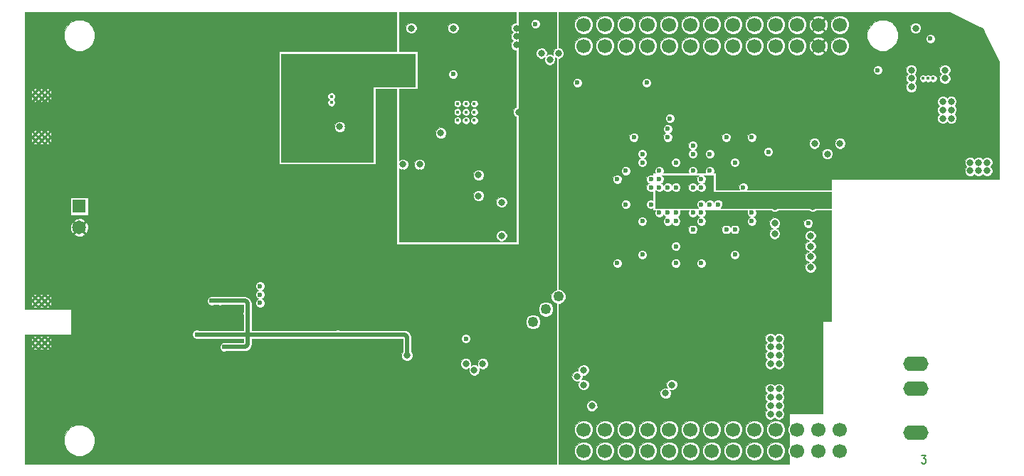
<source format=gbr>
G04 (created by PCBNEW (2013-mar-25)-stable) date Tuesday, March 01, 2016 03:52:00 PM*
%MOIN*%
G04 Gerber Fmt 3.4, Leading zero omitted, Abs format*
%FSLAX34Y34*%
G01*
G70*
G90*
G04 APERTURE LIST*
%ADD10C,0.006*%
%ADD11C,0.00590551*%
%ADD12C,0.015748*%
%ADD13C,0.0669291*%
%ADD14C,0.023622*%
%ADD15R,0.0649606X0.0649606*%
%ADD16C,0.0649606*%
%ADD17C,0.0492126*%
%ADD18O,0.11811X0.0688976*%
%ADD19C,0.0314961*%
%ADD20C,0.019685*%
%ADD21C,0.00393701*%
G04 APERTURE END LIST*
G54D10*
G54D11*
X72139Y-49568D02*
X72334Y-49568D01*
X72229Y-49718D01*
X72274Y-49718D01*
X72304Y-49737D01*
X72319Y-49756D01*
X72334Y-49793D01*
X72334Y-49887D01*
X72319Y-49925D01*
X72304Y-49943D01*
X72274Y-49962D01*
X72184Y-49962D01*
X72154Y-49943D01*
X72139Y-49925D01*
G54D12*
X50787Y-33464D03*
X50393Y-33464D03*
X51181Y-33464D03*
X51181Y-33070D03*
X50787Y-33070D03*
X50393Y-33070D03*
X50393Y-33858D03*
X50787Y-33858D03*
X51181Y-33858D03*
X72440Y-31889D03*
X72677Y-31889D03*
X72204Y-31889D03*
X39173Y-43208D03*
X39566Y-43208D03*
X39173Y-43602D03*
X39566Y-43602D03*
X44488Y-32726D03*
X44488Y-33021D03*
G54D13*
X68305Y-48370D03*
X68305Y-49370D03*
X67305Y-48370D03*
X67305Y-49370D03*
X66305Y-48370D03*
X66305Y-49370D03*
X65305Y-48370D03*
X65305Y-49370D03*
X64305Y-48370D03*
X64305Y-49370D03*
X63305Y-48370D03*
X63305Y-49370D03*
X62305Y-48370D03*
X62305Y-49370D03*
X61305Y-48370D03*
X61305Y-49370D03*
X60305Y-48370D03*
X60305Y-49370D03*
X59305Y-48370D03*
X59305Y-49370D03*
X58305Y-48370D03*
X58305Y-49370D03*
X57305Y-48370D03*
X57305Y-49370D03*
X56305Y-48370D03*
X56305Y-49370D03*
X68305Y-29370D03*
X68305Y-30370D03*
X67305Y-29370D03*
X67305Y-30370D03*
X66305Y-29370D03*
X66305Y-30370D03*
X65305Y-29370D03*
X65305Y-30370D03*
X64305Y-29370D03*
X64305Y-30370D03*
X63305Y-29370D03*
X63305Y-30370D03*
X62305Y-29370D03*
X62305Y-30370D03*
X61305Y-29370D03*
X61305Y-30370D03*
X60305Y-29370D03*
X60305Y-30370D03*
X59305Y-29370D03*
X59305Y-30370D03*
X58305Y-29370D03*
X58305Y-30370D03*
X57305Y-29370D03*
X57305Y-30370D03*
X56305Y-29370D03*
X56305Y-30370D03*
G54D14*
X60334Y-33759D03*
G54D15*
X32677Y-37885D03*
G54D16*
X32677Y-38885D03*
G54D17*
X55118Y-42125D03*
X54527Y-42716D03*
X53937Y-43307D03*
G54D14*
X51673Y-31299D03*
G54D12*
X30610Y-44438D03*
X30610Y-44143D03*
X30905Y-44438D03*
X30905Y-44143D03*
X31200Y-44438D03*
X31200Y-44143D03*
X30610Y-42175D03*
X30610Y-42470D03*
X30905Y-42175D03*
X30905Y-42470D03*
X31200Y-42175D03*
X31200Y-42470D03*
X30610Y-34793D03*
X30610Y-34498D03*
X30905Y-34793D03*
X30905Y-34498D03*
X31200Y-34793D03*
X31200Y-34498D03*
X30610Y-32529D03*
X30610Y-32824D03*
X30905Y-32529D03*
X30905Y-32824D03*
X31200Y-32529D03*
X31200Y-32824D03*
G54D18*
X71850Y-45275D03*
X71850Y-46456D03*
X71850Y-48503D03*
G54D19*
X47834Y-31299D03*
X44586Y-31397D03*
X44094Y-34153D03*
X45275Y-34153D03*
G54D14*
X50196Y-31692D03*
G54D19*
X44881Y-34153D03*
G54D14*
X60236Y-34645D03*
G54D19*
X56003Y-45866D03*
G54D14*
X59251Y-32086D03*
X56003Y-32086D03*
G54D19*
X56299Y-45570D03*
G54D14*
X61811Y-36614D03*
X61417Y-35039D03*
X62204Y-35433D03*
X64173Y-38188D03*
X63385Y-38976D03*
G54D19*
X75196Y-35826D03*
G54D14*
X61811Y-37007D03*
X70078Y-31496D03*
G54D19*
X67125Y-34940D03*
X68307Y-34940D03*
X67716Y-35433D03*
G54D14*
X57874Y-36614D03*
X64960Y-35334D03*
X60629Y-37007D03*
X59842Y-38188D03*
X60629Y-38188D03*
G54D19*
X74803Y-35826D03*
X75196Y-36220D03*
X74803Y-36220D03*
X74409Y-35826D03*
X74409Y-36220D03*
G54D14*
X61417Y-38188D03*
X62204Y-37795D03*
X59842Y-36220D03*
X59448Y-36614D03*
X59842Y-37007D03*
G54D19*
X65255Y-37401D03*
X65255Y-37893D03*
X67027Y-37893D03*
X67027Y-37401D03*
G54D14*
X60629Y-36614D03*
X60629Y-37795D03*
X62204Y-36614D03*
X61417Y-36614D03*
X60236Y-37795D03*
G54D19*
X60236Y-45866D03*
X57086Y-47244D03*
X68405Y-32283D03*
X69783Y-32283D03*
X69094Y-31791D03*
G54D14*
X58661Y-37007D03*
X58661Y-35826D03*
X59842Y-39370D03*
X63779Y-35433D03*
X63779Y-39370D03*
X58661Y-39763D03*
X57381Y-37401D03*
X57381Y-39173D03*
X59842Y-41043D03*
X64074Y-41043D03*
X64960Y-35925D03*
X64173Y-33759D03*
X60925Y-33759D03*
X57381Y-34251D03*
X57874Y-34251D03*
X60629Y-34645D03*
X62204Y-34251D03*
X59842Y-35039D03*
X59055Y-37795D03*
X59842Y-40551D03*
X64173Y-40551D03*
X62598Y-39763D03*
X61417Y-39763D03*
X63385Y-38188D03*
X62204Y-35039D03*
X62598Y-35433D03*
X61417Y-35826D03*
X64173Y-36220D03*
X62598Y-36220D03*
X62598Y-36614D03*
X62992Y-36614D03*
X62598Y-37007D03*
X57874Y-38582D03*
X62204Y-38582D03*
X59448Y-38188D03*
G54D19*
X48818Y-31299D03*
X52755Y-33070D03*
G54D14*
X49409Y-32381D03*
G54D19*
X48818Y-34153D03*
X52066Y-38582D03*
X52066Y-37007D03*
X47834Y-36318D03*
X48622Y-36318D03*
X51574Y-30314D03*
X48031Y-44881D03*
G54D14*
X44783Y-43897D03*
X39468Y-44488D03*
X38188Y-43897D03*
G54D19*
X40551Y-43897D03*
G54D14*
X40551Y-42913D03*
X38877Y-42322D03*
X39271Y-42322D03*
G54D19*
X65452Y-44488D03*
X65452Y-44881D03*
X65452Y-45275D03*
X65452Y-44094D03*
X65059Y-44488D03*
X65059Y-45275D03*
X65059Y-44881D03*
X65059Y-44094D03*
G54D14*
X54035Y-29330D03*
G54D19*
X54330Y-30708D03*
X55118Y-30708D03*
X54724Y-31003D03*
X50787Y-45275D03*
X51574Y-45275D03*
X51181Y-45570D03*
G54D14*
X66830Y-38681D03*
X50787Y-44094D03*
G54D19*
X73523Y-33366D03*
X73523Y-33759D03*
X73129Y-33366D03*
X73523Y-32972D03*
X73129Y-33759D03*
X73129Y-32972D03*
X65255Y-38681D03*
X65255Y-39173D03*
G54D14*
X72539Y-30019D03*
G54D19*
X60433Y-46259D03*
X56299Y-46259D03*
G54D14*
X60629Y-40551D03*
X41141Y-41633D03*
X41141Y-42421D03*
G54D19*
X65452Y-47244D03*
X65452Y-46850D03*
X65452Y-46456D03*
X65452Y-47637D03*
X65059Y-47244D03*
X65059Y-46456D03*
X65059Y-46850D03*
X65059Y-47637D03*
X66929Y-39271D03*
X56692Y-47244D03*
X60137Y-46653D03*
X34251Y-43700D03*
X35039Y-43700D03*
X33464Y-43700D03*
X32677Y-43700D03*
X54133Y-49212D03*
X50196Y-49212D03*
X44291Y-49212D03*
X40354Y-49212D03*
X38385Y-49212D03*
X36417Y-49212D03*
X33464Y-47244D03*
X31496Y-47244D03*
X34448Y-49212D03*
X42322Y-49212D03*
X46259Y-49212D03*
X48228Y-49212D03*
X52165Y-49212D03*
X34251Y-42913D03*
X32677Y-42913D03*
X33464Y-42913D03*
X35039Y-42913D03*
X47047Y-35236D03*
X44881Y-37696D03*
X42519Y-37696D03*
X40157Y-37696D03*
X37795Y-37696D03*
X44881Y-30413D03*
X42519Y-30413D03*
X40157Y-30413D03*
X37795Y-30413D03*
X35531Y-32874D03*
X53248Y-33464D03*
X49606Y-34448D03*
X47834Y-35925D03*
X48622Y-35925D03*
X52460Y-39271D03*
X52460Y-37696D03*
X53740Y-39370D03*
X53740Y-37795D03*
X51377Y-37401D03*
X51377Y-36417D03*
X53149Y-29921D03*
X53149Y-30314D03*
X53149Y-29527D03*
X49606Y-44488D03*
X49606Y-44881D03*
X49606Y-44094D03*
X71850Y-29527D03*
X48228Y-29527D03*
X44291Y-29527D03*
X40354Y-29527D03*
X36417Y-29527D03*
X38385Y-29527D03*
X42322Y-29527D03*
X46259Y-29527D03*
X50196Y-29527D03*
X34448Y-29527D03*
X36417Y-29527D03*
G54D14*
X61417Y-37007D03*
G54D19*
X36122Y-43700D03*
X36909Y-43700D03*
X36122Y-42913D03*
X36909Y-42913D03*
G54D14*
X39074Y-44488D03*
G54D19*
X66929Y-40748D03*
X66929Y-40255D03*
X66929Y-39763D03*
G54D14*
X63385Y-40157D03*
X58661Y-34645D03*
X60629Y-35826D03*
X64173Y-34645D03*
X62992Y-34645D03*
X58267Y-36220D03*
X61417Y-36220D03*
X61417Y-35433D03*
X60236Y-37007D03*
X59055Y-40157D03*
X61811Y-40551D03*
X59448Y-37007D03*
X64173Y-38582D03*
X57874Y-40551D03*
X60629Y-39763D03*
X61811Y-37795D03*
X62598Y-37795D03*
G54D19*
X73228Y-31889D03*
X71653Y-31889D03*
X73228Y-31496D03*
X71653Y-31496D03*
X71653Y-32283D03*
X46259Y-46653D03*
G54D14*
X58267Y-37795D03*
X60236Y-34251D03*
X59055Y-35826D03*
X63385Y-35826D03*
X62204Y-36220D03*
X63779Y-37007D03*
X61417Y-38976D03*
X62992Y-38976D03*
X59055Y-38582D03*
X60629Y-38582D03*
X61811Y-38582D03*
X61811Y-38188D03*
X60236Y-38582D03*
X60236Y-38188D03*
X59842Y-36614D03*
X41141Y-42027D03*
X59448Y-37795D03*
X59055Y-35433D03*
G54D20*
X47933Y-43897D02*
X48031Y-43996D01*
X47933Y-43897D02*
X44783Y-43897D01*
X48031Y-44881D02*
X48031Y-43996D01*
X40551Y-43897D02*
X44783Y-43897D01*
X39468Y-44488D02*
X40452Y-44488D01*
X40551Y-44389D02*
X40551Y-43897D01*
X40452Y-44488D02*
X40551Y-44389D01*
X38188Y-43897D02*
X40551Y-43897D01*
X40551Y-42913D02*
X40551Y-43897D01*
X39271Y-42322D02*
X40452Y-42322D01*
X40551Y-42421D02*
X40551Y-42913D01*
X40452Y-42322D02*
X40551Y-42421D01*
X38877Y-42322D02*
X39271Y-42322D01*
G54D10*
G36*
X67893Y-37972D02*
X67716Y-37972D01*
X64173Y-37972D01*
X64130Y-37972D01*
X64130Y-37972D01*
X63385Y-37972D01*
X63342Y-37972D01*
X63342Y-37972D01*
X62727Y-37972D01*
X62781Y-37918D01*
X62814Y-37838D01*
X62814Y-37752D01*
X62782Y-37672D01*
X62721Y-37611D01*
X62641Y-37578D01*
X62555Y-37578D01*
X62475Y-37611D01*
X62414Y-37672D01*
X62401Y-37704D01*
X62388Y-37672D01*
X62327Y-37611D01*
X62247Y-37578D01*
X62161Y-37578D01*
X62082Y-37611D01*
X62021Y-37672D01*
X62007Y-37704D01*
X61994Y-37672D01*
X61933Y-37611D01*
X61854Y-37578D01*
X61768Y-37578D01*
X61688Y-37611D01*
X61627Y-37672D01*
X61594Y-37752D01*
X61594Y-37838D01*
X61627Y-37917D01*
X61681Y-37972D01*
X61417Y-37972D01*
X61374Y-37972D01*
X61374Y-37972D01*
X60629Y-37972D01*
X60587Y-37972D01*
X60586Y-37972D01*
X60236Y-37972D01*
X60193Y-37972D01*
X60193Y-37972D01*
X59842Y-37972D01*
X59799Y-37972D01*
X59799Y-37972D01*
X59665Y-37972D01*
X59665Y-37795D01*
X59665Y-37752D01*
X59665Y-37752D01*
X59665Y-37136D01*
X59719Y-37191D01*
X59799Y-37224D01*
X59885Y-37224D01*
X59965Y-37191D01*
X60025Y-37130D01*
X60039Y-37098D01*
X60052Y-37130D01*
X60113Y-37191D01*
X60192Y-37224D01*
X60279Y-37224D01*
X60358Y-37191D01*
X60419Y-37130D01*
X60433Y-37098D01*
X60446Y-37130D01*
X60507Y-37191D01*
X60586Y-37224D01*
X60672Y-37224D01*
X60752Y-37191D01*
X60813Y-37130D01*
X60846Y-37051D01*
X60846Y-36964D01*
X60813Y-36885D01*
X60752Y-36824D01*
X60673Y-36791D01*
X60587Y-36791D01*
X60507Y-36824D01*
X60446Y-36885D01*
X60433Y-36917D01*
X60419Y-36885D01*
X60359Y-36824D01*
X60279Y-36791D01*
X60193Y-36791D01*
X60113Y-36824D01*
X60052Y-36885D01*
X60039Y-36917D01*
X60026Y-36885D01*
X59965Y-36824D01*
X59933Y-36811D01*
X59965Y-36797D01*
X60025Y-36736D01*
X60059Y-36657D01*
X60059Y-36571D01*
X60026Y-36491D01*
X59971Y-36437D01*
X61417Y-36437D01*
X61460Y-36437D01*
X61460Y-36437D01*
X61682Y-36437D01*
X61627Y-36491D01*
X61594Y-36570D01*
X61594Y-36657D01*
X61627Y-36736D01*
X61688Y-36797D01*
X61720Y-36811D01*
X61688Y-36824D01*
X61627Y-36885D01*
X61614Y-36917D01*
X61600Y-36885D01*
X61540Y-36824D01*
X61460Y-36791D01*
X61374Y-36791D01*
X61294Y-36824D01*
X61233Y-36885D01*
X61200Y-36964D01*
X61200Y-37050D01*
X61233Y-37130D01*
X61294Y-37191D01*
X61374Y-37224D01*
X61460Y-37224D01*
X61539Y-37191D01*
X61600Y-37130D01*
X61614Y-37098D01*
X61627Y-37130D01*
X61688Y-37191D01*
X61767Y-37224D01*
X61853Y-37224D01*
X61933Y-37191D01*
X61994Y-37130D01*
X62027Y-37051D01*
X62027Y-36964D01*
X61994Y-36885D01*
X61933Y-36824D01*
X61901Y-36811D01*
X61933Y-36797D01*
X61994Y-36736D01*
X62027Y-36657D01*
X62027Y-36571D01*
X61994Y-36491D01*
X61940Y-36437D01*
X62204Y-36437D01*
X62247Y-36437D01*
X62247Y-36437D01*
X62381Y-36437D01*
X62381Y-36614D01*
X62381Y-36657D01*
X62381Y-36657D01*
X62381Y-37007D01*
X62381Y-37050D01*
X62381Y-37050D01*
X62381Y-37224D01*
X62598Y-37224D01*
X62641Y-37224D01*
X62641Y-37224D01*
X63779Y-37224D01*
X63822Y-37224D01*
X63822Y-37224D01*
X67893Y-37224D01*
X67893Y-37972D01*
X67893Y-37972D01*
G37*
G54D21*
X67893Y-37972D02*
X67716Y-37972D01*
X64173Y-37972D01*
X64130Y-37972D01*
X64130Y-37972D01*
X63385Y-37972D01*
X63342Y-37972D01*
X63342Y-37972D01*
X62727Y-37972D01*
X62781Y-37918D01*
X62814Y-37838D01*
X62814Y-37752D01*
X62782Y-37672D01*
X62721Y-37611D01*
X62641Y-37578D01*
X62555Y-37578D01*
X62475Y-37611D01*
X62414Y-37672D01*
X62401Y-37704D01*
X62388Y-37672D01*
X62327Y-37611D01*
X62247Y-37578D01*
X62161Y-37578D01*
X62082Y-37611D01*
X62021Y-37672D01*
X62007Y-37704D01*
X61994Y-37672D01*
X61933Y-37611D01*
X61854Y-37578D01*
X61768Y-37578D01*
X61688Y-37611D01*
X61627Y-37672D01*
X61594Y-37752D01*
X61594Y-37838D01*
X61627Y-37917D01*
X61681Y-37972D01*
X61417Y-37972D01*
X61374Y-37972D01*
X61374Y-37972D01*
X60629Y-37972D01*
X60587Y-37972D01*
X60586Y-37972D01*
X60236Y-37972D01*
X60193Y-37972D01*
X60193Y-37972D01*
X59842Y-37972D01*
X59799Y-37972D01*
X59799Y-37972D01*
X59665Y-37972D01*
X59665Y-37795D01*
X59665Y-37752D01*
X59665Y-37752D01*
X59665Y-37136D01*
X59719Y-37191D01*
X59799Y-37224D01*
X59885Y-37224D01*
X59965Y-37191D01*
X60025Y-37130D01*
X60039Y-37098D01*
X60052Y-37130D01*
X60113Y-37191D01*
X60192Y-37224D01*
X60279Y-37224D01*
X60358Y-37191D01*
X60419Y-37130D01*
X60433Y-37098D01*
X60446Y-37130D01*
X60507Y-37191D01*
X60586Y-37224D01*
X60672Y-37224D01*
X60752Y-37191D01*
X60813Y-37130D01*
X60846Y-37051D01*
X60846Y-36964D01*
X60813Y-36885D01*
X60752Y-36824D01*
X60673Y-36791D01*
X60587Y-36791D01*
X60507Y-36824D01*
X60446Y-36885D01*
X60433Y-36917D01*
X60419Y-36885D01*
X60359Y-36824D01*
X60279Y-36791D01*
X60193Y-36791D01*
X60113Y-36824D01*
X60052Y-36885D01*
X60039Y-36917D01*
X60026Y-36885D01*
X59965Y-36824D01*
X59933Y-36811D01*
X59965Y-36797D01*
X60025Y-36736D01*
X60059Y-36657D01*
X60059Y-36571D01*
X60026Y-36491D01*
X59971Y-36437D01*
X61417Y-36437D01*
X61460Y-36437D01*
X61460Y-36437D01*
X61682Y-36437D01*
X61627Y-36491D01*
X61594Y-36570D01*
X61594Y-36657D01*
X61627Y-36736D01*
X61688Y-36797D01*
X61720Y-36811D01*
X61688Y-36824D01*
X61627Y-36885D01*
X61614Y-36917D01*
X61600Y-36885D01*
X61540Y-36824D01*
X61460Y-36791D01*
X61374Y-36791D01*
X61294Y-36824D01*
X61233Y-36885D01*
X61200Y-36964D01*
X61200Y-37050D01*
X61233Y-37130D01*
X61294Y-37191D01*
X61374Y-37224D01*
X61460Y-37224D01*
X61539Y-37191D01*
X61600Y-37130D01*
X61614Y-37098D01*
X61627Y-37130D01*
X61688Y-37191D01*
X61767Y-37224D01*
X61853Y-37224D01*
X61933Y-37191D01*
X61994Y-37130D01*
X62027Y-37051D01*
X62027Y-36964D01*
X61994Y-36885D01*
X61933Y-36824D01*
X61901Y-36811D01*
X61933Y-36797D01*
X61994Y-36736D01*
X62027Y-36657D01*
X62027Y-36571D01*
X61994Y-36491D01*
X61940Y-36437D01*
X62204Y-36437D01*
X62247Y-36437D01*
X62247Y-36437D01*
X62381Y-36437D01*
X62381Y-36614D01*
X62381Y-36657D01*
X62381Y-36657D01*
X62381Y-37007D01*
X62381Y-37050D01*
X62381Y-37050D01*
X62381Y-37224D01*
X62598Y-37224D01*
X62641Y-37224D01*
X62641Y-37224D01*
X63779Y-37224D01*
X63822Y-37224D01*
X63822Y-37224D01*
X67893Y-37224D01*
X67893Y-37972D01*
G54D10*
G36*
X48405Y-32263D02*
X46437Y-32263D01*
X46437Y-35807D01*
X45137Y-35807D01*
X45137Y-34102D01*
X45098Y-34008D01*
X45027Y-33936D01*
X44933Y-33897D01*
X44831Y-33897D01*
X44737Y-33936D01*
X44665Y-34008D01*
X44665Y-32986D01*
X44638Y-32921D01*
X44591Y-32873D01*
X44638Y-32826D01*
X44665Y-32761D01*
X44665Y-32691D01*
X44638Y-32626D01*
X44588Y-32576D01*
X44523Y-32549D01*
X44453Y-32549D01*
X44387Y-32576D01*
X44338Y-32625D01*
X44311Y-32690D01*
X44310Y-32761D01*
X44337Y-32826D01*
X44385Y-32874D01*
X44338Y-32921D01*
X44311Y-32986D01*
X44310Y-33056D01*
X44337Y-33121D01*
X44387Y-33171D01*
X44452Y-33198D01*
X44523Y-33198D01*
X44588Y-33171D01*
X44638Y-33122D01*
X44665Y-33057D01*
X44665Y-32986D01*
X44665Y-34008D01*
X44665Y-34008D01*
X44626Y-34102D01*
X44625Y-34204D01*
X44664Y-34298D01*
X44736Y-34370D01*
X44830Y-34409D01*
X44932Y-34409D01*
X45026Y-34370D01*
X45098Y-34298D01*
X45137Y-34204D01*
X45137Y-34102D01*
X45137Y-35807D01*
X42145Y-35807D01*
X42145Y-30728D01*
X48405Y-30728D01*
X48405Y-32263D01*
X48405Y-32263D01*
G37*
G54D21*
X48405Y-32263D02*
X46437Y-32263D01*
X46437Y-35807D01*
X45137Y-35807D01*
X45137Y-34102D01*
X45098Y-34008D01*
X45027Y-33936D01*
X44933Y-33897D01*
X44831Y-33897D01*
X44737Y-33936D01*
X44665Y-34008D01*
X44665Y-32986D01*
X44638Y-32921D01*
X44591Y-32873D01*
X44638Y-32826D01*
X44665Y-32761D01*
X44665Y-32691D01*
X44638Y-32626D01*
X44588Y-32576D01*
X44523Y-32549D01*
X44453Y-32549D01*
X44387Y-32576D01*
X44338Y-32625D01*
X44311Y-32690D01*
X44310Y-32761D01*
X44337Y-32826D01*
X44385Y-32874D01*
X44338Y-32921D01*
X44311Y-32986D01*
X44310Y-33056D01*
X44337Y-33121D01*
X44387Y-33171D01*
X44452Y-33198D01*
X44523Y-33198D01*
X44588Y-33171D01*
X44638Y-33122D01*
X44665Y-33057D01*
X44665Y-32986D01*
X44665Y-34008D01*
X44665Y-34008D01*
X44626Y-34102D01*
X44625Y-34204D01*
X44664Y-34298D01*
X44736Y-34370D01*
X44830Y-34409D01*
X44932Y-34409D01*
X45026Y-34370D01*
X45098Y-34298D01*
X45137Y-34204D01*
X45137Y-34102D01*
X45137Y-35807D01*
X42145Y-35807D01*
X42145Y-30728D01*
X48405Y-30728D01*
X48405Y-32263D01*
G54D10*
G36*
X53129Y-39547D02*
X52716Y-39547D01*
X52716Y-39220D01*
X52716Y-37646D01*
X52677Y-37552D01*
X52605Y-37480D01*
X52511Y-37440D01*
X52409Y-37440D01*
X52315Y-37479D01*
X52243Y-37551D01*
X52204Y-37645D01*
X52204Y-37747D01*
X52243Y-37841D01*
X52315Y-37913D01*
X52409Y-37952D01*
X52511Y-37952D01*
X52605Y-37913D01*
X52677Y-37841D01*
X52716Y-37747D01*
X52716Y-37646D01*
X52716Y-39220D01*
X52677Y-39126D01*
X52605Y-39054D01*
X52511Y-39015D01*
X52409Y-39015D01*
X52315Y-39054D01*
X52243Y-39126D01*
X52204Y-39220D01*
X52204Y-39322D01*
X52243Y-39416D01*
X52315Y-39488D01*
X52409Y-39527D01*
X52511Y-39527D01*
X52605Y-39488D01*
X52677Y-39416D01*
X52716Y-39322D01*
X52716Y-39220D01*
X52716Y-39547D01*
X51633Y-39547D01*
X51633Y-37350D01*
X51633Y-36366D01*
X51595Y-36272D01*
X51523Y-36200D01*
X51429Y-36161D01*
X51358Y-36161D01*
X51358Y-33823D01*
X51358Y-33429D01*
X51358Y-33035D01*
X51331Y-32970D01*
X51281Y-32920D01*
X51216Y-32893D01*
X51146Y-32893D01*
X51080Y-32920D01*
X51030Y-32970D01*
X51003Y-33035D01*
X51003Y-33105D01*
X51030Y-33171D01*
X51080Y-33220D01*
X51145Y-33248D01*
X51216Y-33248D01*
X51281Y-33221D01*
X51331Y-33171D01*
X51358Y-33106D01*
X51358Y-33035D01*
X51358Y-33429D01*
X51331Y-33364D01*
X51281Y-33314D01*
X51216Y-33287D01*
X51146Y-33287D01*
X51080Y-33314D01*
X51030Y-33364D01*
X51003Y-33429D01*
X51003Y-33499D01*
X51030Y-33564D01*
X51080Y-33614D01*
X51145Y-33641D01*
X51216Y-33641D01*
X51281Y-33614D01*
X51331Y-33565D01*
X51358Y-33499D01*
X51358Y-33429D01*
X51358Y-33823D01*
X51331Y-33758D01*
X51281Y-33708D01*
X51216Y-33681D01*
X51146Y-33681D01*
X51080Y-33707D01*
X51030Y-33757D01*
X51003Y-33822D01*
X51003Y-33893D01*
X51030Y-33958D01*
X51080Y-34008D01*
X51145Y-34035D01*
X51216Y-34035D01*
X51281Y-34008D01*
X51331Y-33958D01*
X51358Y-33893D01*
X51358Y-33823D01*
X51358Y-36161D01*
X51327Y-36161D01*
X51233Y-36200D01*
X51161Y-36272D01*
X51122Y-36366D01*
X51122Y-36468D01*
X51160Y-36562D01*
X51232Y-36634D01*
X51326Y-36673D01*
X51428Y-36673D01*
X51522Y-36634D01*
X51594Y-36562D01*
X51633Y-36468D01*
X51633Y-36366D01*
X51633Y-37350D01*
X51595Y-37256D01*
X51523Y-37184D01*
X51429Y-37145D01*
X51327Y-37145D01*
X51233Y-37184D01*
X51161Y-37256D01*
X51122Y-37350D01*
X51122Y-37452D01*
X51160Y-37546D01*
X51232Y-37618D01*
X51326Y-37657D01*
X51428Y-37657D01*
X51522Y-37618D01*
X51594Y-37546D01*
X51633Y-37452D01*
X51633Y-37350D01*
X51633Y-39547D01*
X50964Y-39547D01*
X50964Y-33823D01*
X50964Y-33429D01*
X50964Y-33035D01*
X50937Y-32970D01*
X50887Y-32920D01*
X50822Y-32893D01*
X50752Y-32893D01*
X50687Y-32920D01*
X50637Y-32970D01*
X50610Y-33035D01*
X50610Y-33105D01*
X50637Y-33171D01*
X50686Y-33220D01*
X50752Y-33248D01*
X50822Y-33248D01*
X50887Y-33221D01*
X50937Y-33171D01*
X50964Y-33106D01*
X50964Y-33035D01*
X50964Y-33429D01*
X50937Y-33364D01*
X50887Y-33314D01*
X50822Y-33287D01*
X50752Y-33287D01*
X50687Y-33314D01*
X50637Y-33364D01*
X50610Y-33429D01*
X50610Y-33499D01*
X50637Y-33564D01*
X50686Y-33614D01*
X50752Y-33641D01*
X50822Y-33641D01*
X50887Y-33614D01*
X50937Y-33565D01*
X50964Y-33499D01*
X50964Y-33429D01*
X50964Y-33823D01*
X50937Y-33758D01*
X50887Y-33708D01*
X50822Y-33681D01*
X50752Y-33681D01*
X50687Y-33707D01*
X50637Y-33757D01*
X50610Y-33822D01*
X50610Y-33893D01*
X50637Y-33958D01*
X50686Y-34008D01*
X50752Y-34035D01*
X50822Y-34035D01*
X50887Y-34008D01*
X50937Y-33958D01*
X50964Y-33893D01*
X50964Y-33823D01*
X50964Y-39547D01*
X50570Y-39547D01*
X50570Y-33823D01*
X50570Y-33429D01*
X50570Y-33035D01*
X50543Y-32970D01*
X50494Y-32920D01*
X50452Y-32903D01*
X50452Y-29476D01*
X50413Y-29382D01*
X50341Y-29310D01*
X50247Y-29271D01*
X50146Y-29271D01*
X50052Y-29310D01*
X49980Y-29382D01*
X49940Y-29476D01*
X49940Y-29578D01*
X49979Y-29672D01*
X50051Y-29744D01*
X50145Y-29783D01*
X50247Y-29783D01*
X50341Y-29744D01*
X50413Y-29672D01*
X50452Y-29578D01*
X50452Y-29476D01*
X50452Y-32903D01*
X50429Y-32893D01*
X50413Y-32893D01*
X50413Y-31650D01*
X50380Y-31570D01*
X50319Y-31509D01*
X50240Y-31476D01*
X50153Y-31476D01*
X50074Y-31509D01*
X50013Y-31570D01*
X49980Y-31649D01*
X49980Y-31735D01*
X50013Y-31815D01*
X50074Y-31876D01*
X50153Y-31909D01*
X50239Y-31909D01*
X50319Y-31876D01*
X50380Y-31815D01*
X50413Y-31736D01*
X50413Y-31650D01*
X50413Y-32893D01*
X50358Y-32893D01*
X50293Y-32920D01*
X50243Y-32970D01*
X50216Y-33035D01*
X50216Y-33105D01*
X50243Y-33171D01*
X50293Y-33220D01*
X50358Y-33248D01*
X50428Y-33248D01*
X50493Y-33221D01*
X50543Y-33171D01*
X50570Y-33106D01*
X50570Y-33035D01*
X50570Y-33429D01*
X50543Y-33364D01*
X50494Y-33314D01*
X50429Y-33287D01*
X50358Y-33287D01*
X50293Y-33314D01*
X50243Y-33364D01*
X50216Y-33429D01*
X50216Y-33499D01*
X50243Y-33564D01*
X50293Y-33614D01*
X50358Y-33641D01*
X50428Y-33641D01*
X50493Y-33614D01*
X50543Y-33565D01*
X50570Y-33499D01*
X50570Y-33429D01*
X50570Y-33823D01*
X50543Y-33758D01*
X50494Y-33708D01*
X50429Y-33681D01*
X50358Y-33681D01*
X50293Y-33707D01*
X50243Y-33757D01*
X50216Y-33822D01*
X50216Y-33893D01*
X50243Y-33958D01*
X50293Y-34008D01*
X50358Y-34035D01*
X50428Y-34035D01*
X50493Y-34008D01*
X50543Y-33958D01*
X50570Y-33893D01*
X50570Y-33823D01*
X50570Y-39547D01*
X49862Y-39547D01*
X49862Y-34398D01*
X49823Y-34304D01*
X49751Y-34231D01*
X49657Y-34192D01*
X49555Y-34192D01*
X49461Y-34231D01*
X49389Y-34303D01*
X49350Y-34397D01*
X49350Y-34499D01*
X49389Y-34593D01*
X49461Y-34665D01*
X49555Y-34704D01*
X49656Y-34704D01*
X49751Y-34665D01*
X49823Y-34593D01*
X49862Y-34499D01*
X49862Y-34398D01*
X49862Y-39547D01*
X48877Y-39547D01*
X48877Y-35874D01*
X48839Y-35780D01*
X48767Y-35708D01*
X48673Y-35669D01*
X48571Y-35669D01*
X48477Y-35708D01*
X48405Y-35780D01*
X48366Y-35874D01*
X48366Y-35975D01*
X48404Y-36069D01*
X48476Y-36142D01*
X48570Y-36181D01*
X48672Y-36181D01*
X48766Y-36142D01*
X48838Y-36070D01*
X48877Y-35976D01*
X48877Y-35874D01*
X48877Y-39547D01*
X47657Y-39547D01*
X47657Y-36109D01*
X47689Y-36142D01*
X47783Y-36181D01*
X47885Y-36181D01*
X47979Y-36142D01*
X48051Y-36070D01*
X48090Y-35976D01*
X48090Y-35874D01*
X48051Y-35780D01*
X47979Y-35708D01*
X47885Y-35669D01*
X47783Y-35669D01*
X47689Y-35708D01*
X47657Y-35740D01*
X47657Y-32381D01*
X48523Y-32381D01*
X48523Y-30610D01*
X48484Y-30610D01*
X48484Y-29476D01*
X48445Y-29382D01*
X48373Y-29310D01*
X48279Y-29271D01*
X48177Y-29271D01*
X48083Y-29310D01*
X48011Y-29382D01*
X47972Y-29476D01*
X47972Y-29578D01*
X48011Y-29672D01*
X48083Y-29744D01*
X48177Y-29783D01*
X48279Y-29783D01*
X48373Y-29744D01*
X48445Y-29672D01*
X48484Y-29578D01*
X48484Y-29476D01*
X48484Y-30610D01*
X47657Y-30610D01*
X47657Y-28759D01*
X53129Y-28759D01*
X53129Y-29271D01*
X53098Y-29271D01*
X53004Y-29310D01*
X52932Y-29382D01*
X52893Y-29476D01*
X52893Y-29578D01*
X52932Y-29672D01*
X52984Y-29724D01*
X52932Y-29776D01*
X52893Y-29870D01*
X52893Y-29971D01*
X52932Y-30066D01*
X52984Y-30118D01*
X52932Y-30169D01*
X52893Y-30263D01*
X52893Y-30365D01*
X52932Y-30459D01*
X53004Y-30531D01*
X53098Y-30570D01*
X53129Y-30570D01*
X53129Y-33236D01*
X53103Y-33247D01*
X53031Y-33319D01*
X52992Y-33413D01*
X52992Y-33515D01*
X53030Y-33609D01*
X53102Y-33681D01*
X53129Y-33692D01*
X53129Y-39547D01*
X53129Y-39547D01*
G37*
G54D21*
X53129Y-39547D02*
X52716Y-39547D01*
X52716Y-39220D01*
X52716Y-37646D01*
X52677Y-37552D01*
X52605Y-37480D01*
X52511Y-37440D01*
X52409Y-37440D01*
X52315Y-37479D01*
X52243Y-37551D01*
X52204Y-37645D01*
X52204Y-37747D01*
X52243Y-37841D01*
X52315Y-37913D01*
X52409Y-37952D01*
X52511Y-37952D01*
X52605Y-37913D01*
X52677Y-37841D01*
X52716Y-37747D01*
X52716Y-37646D01*
X52716Y-39220D01*
X52677Y-39126D01*
X52605Y-39054D01*
X52511Y-39015D01*
X52409Y-39015D01*
X52315Y-39054D01*
X52243Y-39126D01*
X52204Y-39220D01*
X52204Y-39322D01*
X52243Y-39416D01*
X52315Y-39488D01*
X52409Y-39527D01*
X52511Y-39527D01*
X52605Y-39488D01*
X52677Y-39416D01*
X52716Y-39322D01*
X52716Y-39220D01*
X52716Y-39547D01*
X51633Y-39547D01*
X51633Y-37350D01*
X51633Y-36366D01*
X51595Y-36272D01*
X51523Y-36200D01*
X51429Y-36161D01*
X51358Y-36161D01*
X51358Y-33823D01*
X51358Y-33429D01*
X51358Y-33035D01*
X51331Y-32970D01*
X51281Y-32920D01*
X51216Y-32893D01*
X51146Y-32893D01*
X51080Y-32920D01*
X51030Y-32970D01*
X51003Y-33035D01*
X51003Y-33105D01*
X51030Y-33171D01*
X51080Y-33220D01*
X51145Y-33248D01*
X51216Y-33248D01*
X51281Y-33221D01*
X51331Y-33171D01*
X51358Y-33106D01*
X51358Y-33035D01*
X51358Y-33429D01*
X51331Y-33364D01*
X51281Y-33314D01*
X51216Y-33287D01*
X51146Y-33287D01*
X51080Y-33314D01*
X51030Y-33364D01*
X51003Y-33429D01*
X51003Y-33499D01*
X51030Y-33564D01*
X51080Y-33614D01*
X51145Y-33641D01*
X51216Y-33641D01*
X51281Y-33614D01*
X51331Y-33565D01*
X51358Y-33499D01*
X51358Y-33429D01*
X51358Y-33823D01*
X51331Y-33758D01*
X51281Y-33708D01*
X51216Y-33681D01*
X51146Y-33681D01*
X51080Y-33707D01*
X51030Y-33757D01*
X51003Y-33822D01*
X51003Y-33893D01*
X51030Y-33958D01*
X51080Y-34008D01*
X51145Y-34035D01*
X51216Y-34035D01*
X51281Y-34008D01*
X51331Y-33958D01*
X51358Y-33893D01*
X51358Y-33823D01*
X51358Y-36161D01*
X51327Y-36161D01*
X51233Y-36200D01*
X51161Y-36272D01*
X51122Y-36366D01*
X51122Y-36468D01*
X51160Y-36562D01*
X51232Y-36634D01*
X51326Y-36673D01*
X51428Y-36673D01*
X51522Y-36634D01*
X51594Y-36562D01*
X51633Y-36468D01*
X51633Y-36366D01*
X51633Y-37350D01*
X51595Y-37256D01*
X51523Y-37184D01*
X51429Y-37145D01*
X51327Y-37145D01*
X51233Y-37184D01*
X51161Y-37256D01*
X51122Y-37350D01*
X51122Y-37452D01*
X51160Y-37546D01*
X51232Y-37618D01*
X51326Y-37657D01*
X51428Y-37657D01*
X51522Y-37618D01*
X51594Y-37546D01*
X51633Y-37452D01*
X51633Y-37350D01*
X51633Y-39547D01*
X50964Y-39547D01*
X50964Y-33823D01*
X50964Y-33429D01*
X50964Y-33035D01*
X50937Y-32970D01*
X50887Y-32920D01*
X50822Y-32893D01*
X50752Y-32893D01*
X50687Y-32920D01*
X50637Y-32970D01*
X50610Y-33035D01*
X50610Y-33105D01*
X50637Y-33171D01*
X50686Y-33220D01*
X50752Y-33248D01*
X50822Y-33248D01*
X50887Y-33221D01*
X50937Y-33171D01*
X50964Y-33106D01*
X50964Y-33035D01*
X50964Y-33429D01*
X50937Y-33364D01*
X50887Y-33314D01*
X50822Y-33287D01*
X50752Y-33287D01*
X50687Y-33314D01*
X50637Y-33364D01*
X50610Y-33429D01*
X50610Y-33499D01*
X50637Y-33564D01*
X50686Y-33614D01*
X50752Y-33641D01*
X50822Y-33641D01*
X50887Y-33614D01*
X50937Y-33565D01*
X50964Y-33499D01*
X50964Y-33429D01*
X50964Y-33823D01*
X50937Y-33758D01*
X50887Y-33708D01*
X50822Y-33681D01*
X50752Y-33681D01*
X50687Y-33707D01*
X50637Y-33757D01*
X50610Y-33822D01*
X50610Y-33893D01*
X50637Y-33958D01*
X50686Y-34008D01*
X50752Y-34035D01*
X50822Y-34035D01*
X50887Y-34008D01*
X50937Y-33958D01*
X50964Y-33893D01*
X50964Y-33823D01*
X50964Y-39547D01*
X50570Y-39547D01*
X50570Y-33823D01*
X50570Y-33429D01*
X50570Y-33035D01*
X50543Y-32970D01*
X50494Y-32920D01*
X50452Y-32903D01*
X50452Y-29476D01*
X50413Y-29382D01*
X50341Y-29310D01*
X50247Y-29271D01*
X50146Y-29271D01*
X50052Y-29310D01*
X49980Y-29382D01*
X49940Y-29476D01*
X49940Y-29578D01*
X49979Y-29672D01*
X50051Y-29744D01*
X50145Y-29783D01*
X50247Y-29783D01*
X50341Y-29744D01*
X50413Y-29672D01*
X50452Y-29578D01*
X50452Y-29476D01*
X50452Y-32903D01*
X50429Y-32893D01*
X50413Y-32893D01*
X50413Y-31650D01*
X50380Y-31570D01*
X50319Y-31509D01*
X50240Y-31476D01*
X50153Y-31476D01*
X50074Y-31509D01*
X50013Y-31570D01*
X49980Y-31649D01*
X49980Y-31735D01*
X50013Y-31815D01*
X50074Y-31876D01*
X50153Y-31909D01*
X50239Y-31909D01*
X50319Y-31876D01*
X50380Y-31815D01*
X50413Y-31736D01*
X50413Y-31650D01*
X50413Y-32893D01*
X50358Y-32893D01*
X50293Y-32920D01*
X50243Y-32970D01*
X50216Y-33035D01*
X50216Y-33105D01*
X50243Y-33171D01*
X50293Y-33220D01*
X50358Y-33248D01*
X50428Y-33248D01*
X50493Y-33221D01*
X50543Y-33171D01*
X50570Y-33106D01*
X50570Y-33035D01*
X50570Y-33429D01*
X50543Y-33364D01*
X50494Y-33314D01*
X50429Y-33287D01*
X50358Y-33287D01*
X50293Y-33314D01*
X50243Y-33364D01*
X50216Y-33429D01*
X50216Y-33499D01*
X50243Y-33564D01*
X50293Y-33614D01*
X50358Y-33641D01*
X50428Y-33641D01*
X50493Y-33614D01*
X50543Y-33565D01*
X50570Y-33499D01*
X50570Y-33429D01*
X50570Y-33823D01*
X50543Y-33758D01*
X50494Y-33708D01*
X50429Y-33681D01*
X50358Y-33681D01*
X50293Y-33707D01*
X50243Y-33757D01*
X50216Y-33822D01*
X50216Y-33893D01*
X50243Y-33958D01*
X50293Y-34008D01*
X50358Y-34035D01*
X50428Y-34035D01*
X50493Y-34008D01*
X50543Y-33958D01*
X50570Y-33893D01*
X50570Y-33823D01*
X50570Y-39547D01*
X49862Y-39547D01*
X49862Y-34398D01*
X49823Y-34304D01*
X49751Y-34231D01*
X49657Y-34192D01*
X49555Y-34192D01*
X49461Y-34231D01*
X49389Y-34303D01*
X49350Y-34397D01*
X49350Y-34499D01*
X49389Y-34593D01*
X49461Y-34665D01*
X49555Y-34704D01*
X49656Y-34704D01*
X49751Y-34665D01*
X49823Y-34593D01*
X49862Y-34499D01*
X49862Y-34398D01*
X49862Y-39547D01*
X48877Y-39547D01*
X48877Y-35874D01*
X48839Y-35780D01*
X48767Y-35708D01*
X48673Y-35669D01*
X48571Y-35669D01*
X48477Y-35708D01*
X48405Y-35780D01*
X48366Y-35874D01*
X48366Y-35975D01*
X48404Y-36069D01*
X48476Y-36142D01*
X48570Y-36181D01*
X48672Y-36181D01*
X48766Y-36142D01*
X48838Y-36070D01*
X48877Y-35976D01*
X48877Y-35874D01*
X48877Y-39547D01*
X47657Y-39547D01*
X47657Y-36109D01*
X47689Y-36142D01*
X47783Y-36181D01*
X47885Y-36181D01*
X47979Y-36142D01*
X48051Y-36070D01*
X48090Y-35976D01*
X48090Y-35874D01*
X48051Y-35780D01*
X47979Y-35708D01*
X47885Y-35669D01*
X47783Y-35669D01*
X47689Y-35708D01*
X47657Y-35740D01*
X47657Y-32381D01*
X48523Y-32381D01*
X48523Y-30610D01*
X48484Y-30610D01*
X48484Y-29476D01*
X48445Y-29382D01*
X48373Y-29310D01*
X48279Y-29271D01*
X48177Y-29271D01*
X48083Y-29310D01*
X48011Y-29382D01*
X47972Y-29476D01*
X47972Y-29578D01*
X48011Y-29672D01*
X48083Y-29744D01*
X48177Y-29783D01*
X48279Y-29783D01*
X48373Y-29744D01*
X48445Y-29672D01*
X48484Y-29578D01*
X48484Y-29476D01*
X48484Y-30610D01*
X47657Y-30610D01*
X47657Y-28759D01*
X53129Y-28759D01*
X53129Y-29271D01*
X53098Y-29271D01*
X53004Y-29310D01*
X52932Y-29382D01*
X52893Y-29476D01*
X52893Y-29578D01*
X52932Y-29672D01*
X52984Y-29724D01*
X52932Y-29776D01*
X52893Y-29870D01*
X52893Y-29971D01*
X52932Y-30066D01*
X52984Y-30118D01*
X52932Y-30169D01*
X52893Y-30263D01*
X52893Y-30365D01*
X52932Y-30459D01*
X53004Y-30531D01*
X53098Y-30570D01*
X53129Y-30570D01*
X53129Y-33236D01*
X53103Y-33247D01*
X53031Y-33319D01*
X52992Y-33413D01*
X52992Y-33515D01*
X53030Y-33609D01*
X53102Y-33681D01*
X53129Y-33692D01*
X53129Y-39547D01*
G54D10*
G36*
X75767Y-36594D02*
X75452Y-36594D01*
X75452Y-36169D01*
X75413Y-36075D01*
X75361Y-36023D01*
X75413Y-35971D01*
X75452Y-35877D01*
X75452Y-35776D01*
X75413Y-35682D01*
X75341Y-35609D01*
X75247Y-35570D01*
X75146Y-35570D01*
X75052Y-35609D01*
X74999Y-35661D01*
X74948Y-35609D01*
X74854Y-35570D01*
X74752Y-35570D01*
X74658Y-35609D01*
X74606Y-35661D01*
X74554Y-35609D01*
X74460Y-35570D01*
X74358Y-35570D01*
X74264Y-35609D01*
X74192Y-35681D01*
X74153Y-35775D01*
X74153Y-35877D01*
X74192Y-35971D01*
X74244Y-36023D01*
X74192Y-36075D01*
X74153Y-36169D01*
X74153Y-36271D01*
X74192Y-36365D01*
X74264Y-36437D01*
X74358Y-36476D01*
X74460Y-36476D01*
X74554Y-36437D01*
X74606Y-36385D01*
X74658Y-36437D01*
X74752Y-36476D01*
X74853Y-36476D01*
X74947Y-36437D01*
X75000Y-36385D01*
X75051Y-36437D01*
X75145Y-36476D01*
X75247Y-36476D01*
X75341Y-36437D01*
X75413Y-36365D01*
X75452Y-36271D01*
X75452Y-36169D01*
X75452Y-36594D01*
X73779Y-36594D01*
X73779Y-33709D01*
X73740Y-33615D01*
X73688Y-33562D01*
X73740Y-33511D01*
X73779Y-33417D01*
X73779Y-33315D01*
X73740Y-33221D01*
X73688Y-33169D01*
X73740Y-33117D01*
X73779Y-33023D01*
X73779Y-32921D01*
X73740Y-32827D01*
X73668Y-32755D01*
X73574Y-32716D01*
X73484Y-32716D01*
X73484Y-31839D01*
X73445Y-31744D01*
X73393Y-31692D01*
X73445Y-31641D01*
X73484Y-31547D01*
X73484Y-31445D01*
X73445Y-31351D01*
X73373Y-31279D01*
X73279Y-31240D01*
X73177Y-31240D01*
X73083Y-31278D01*
X73011Y-31350D01*
X72972Y-31444D01*
X72972Y-31546D01*
X73011Y-31640D01*
X73063Y-31692D01*
X73011Y-31744D01*
X72972Y-31838D01*
X72972Y-31940D01*
X73011Y-32034D01*
X73083Y-32106D01*
X73177Y-32145D01*
X73279Y-32145D01*
X73373Y-32106D01*
X73445Y-32034D01*
X73484Y-31940D01*
X73484Y-31839D01*
X73484Y-32716D01*
X73472Y-32716D01*
X73378Y-32755D01*
X73326Y-32807D01*
X73275Y-32755D01*
X73181Y-32716D01*
X73079Y-32716D01*
X72985Y-32755D01*
X72913Y-32827D01*
X72874Y-32921D01*
X72873Y-33023D01*
X72912Y-33117D01*
X72964Y-33169D01*
X72913Y-33220D01*
X72874Y-33315D01*
X72873Y-33416D01*
X72912Y-33510D01*
X72964Y-33563D01*
X72913Y-33614D01*
X72874Y-33708D01*
X72873Y-33810D01*
X72912Y-33904D01*
X72984Y-33976D01*
X73078Y-34015D01*
X73180Y-34015D01*
X73274Y-33976D01*
X73326Y-33924D01*
X73378Y-33976D01*
X73472Y-34015D01*
X73574Y-34015D01*
X73668Y-33976D01*
X73740Y-33904D01*
X73779Y-33810D01*
X73779Y-33709D01*
X73779Y-36594D01*
X72854Y-36594D01*
X72854Y-31854D01*
X72827Y-31789D01*
X72777Y-31739D01*
X72755Y-31730D01*
X72755Y-29976D01*
X72723Y-29897D01*
X72662Y-29836D01*
X72582Y-29803D01*
X72496Y-29803D01*
X72416Y-29836D01*
X72355Y-29896D01*
X72322Y-29976D01*
X72322Y-30062D01*
X72355Y-30142D01*
X72416Y-30203D01*
X72496Y-30236D01*
X72582Y-30236D01*
X72661Y-30203D01*
X72722Y-30142D01*
X72755Y-30062D01*
X72755Y-29976D01*
X72755Y-31730D01*
X72712Y-31712D01*
X72642Y-31712D01*
X72576Y-31739D01*
X72559Y-31757D01*
X72541Y-31739D01*
X72476Y-31712D01*
X72405Y-31712D01*
X72340Y-31739D01*
X72322Y-31757D01*
X72305Y-31739D01*
X72240Y-31712D01*
X72169Y-31712D01*
X72106Y-31738D01*
X72106Y-29476D01*
X72067Y-29382D01*
X71995Y-29310D01*
X71901Y-29271D01*
X71799Y-29271D01*
X71705Y-29310D01*
X71633Y-29382D01*
X71594Y-29476D01*
X71594Y-29578D01*
X71633Y-29672D01*
X71705Y-29744D01*
X71799Y-29783D01*
X71901Y-29783D01*
X71995Y-29744D01*
X72067Y-29672D01*
X72106Y-29578D01*
X72106Y-29476D01*
X72106Y-31738D01*
X72104Y-31739D01*
X72054Y-31789D01*
X72027Y-31854D01*
X72027Y-31924D01*
X72054Y-31989D01*
X72104Y-32039D01*
X72169Y-32066D01*
X72239Y-32066D01*
X72304Y-32040D01*
X72322Y-32022D01*
X72340Y-32039D01*
X72405Y-32066D01*
X72476Y-32066D01*
X72541Y-32040D01*
X72559Y-32022D01*
X72576Y-32039D01*
X72641Y-32066D01*
X72712Y-32066D01*
X72777Y-32040D01*
X72827Y-31990D01*
X72854Y-31925D01*
X72854Y-31854D01*
X72854Y-36594D01*
X71909Y-36594D01*
X71909Y-32232D01*
X71870Y-32138D01*
X71818Y-32086D01*
X71870Y-32034D01*
X71909Y-31940D01*
X71909Y-31839D01*
X71870Y-31744D01*
X71818Y-31692D01*
X71870Y-31641D01*
X71909Y-31547D01*
X71909Y-31445D01*
X71870Y-31351D01*
X71798Y-31279D01*
X71704Y-31240D01*
X71602Y-31240D01*
X71508Y-31278D01*
X71436Y-31350D01*
X71397Y-31444D01*
X71397Y-31546D01*
X71436Y-31640D01*
X71488Y-31692D01*
X71436Y-31744D01*
X71397Y-31838D01*
X71397Y-31940D01*
X71436Y-32034D01*
X71488Y-32086D01*
X71436Y-32138D01*
X71397Y-32232D01*
X71397Y-32334D01*
X71436Y-32428D01*
X71508Y-32500D01*
X71602Y-32539D01*
X71704Y-32539D01*
X71798Y-32500D01*
X71870Y-32428D01*
X71909Y-32334D01*
X71909Y-32232D01*
X71909Y-36594D01*
X71028Y-36594D01*
X71028Y-29726D01*
X70918Y-29460D01*
X70715Y-29257D01*
X70449Y-29146D01*
X70161Y-29146D01*
X69895Y-29256D01*
X69692Y-29459D01*
X69581Y-29725D01*
X69581Y-30013D01*
X69691Y-30279D01*
X69894Y-30483D01*
X70160Y-30593D01*
X70448Y-30593D01*
X70714Y-30483D01*
X70918Y-30280D01*
X71028Y-30014D01*
X71028Y-29726D01*
X71028Y-36594D01*
X70295Y-36594D01*
X70295Y-31453D01*
X70262Y-31373D01*
X70201Y-31312D01*
X70122Y-31279D01*
X70035Y-31279D01*
X69956Y-31312D01*
X69895Y-31373D01*
X69862Y-31452D01*
X69862Y-31538D01*
X69895Y-31618D01*
X69955Y-31679D01*
X70035Y-31712D01*
X70121Y-31712D01*
X70201Y-31679D01*
X70262Y-31618D01*
X70295Y-31539D01*
X70295Y-31453D01*
X70295Y-36594D01*
X68738Y-36594D01*
X68738Y-30284D01*
X68738Y-29284D01*
X68672Y-29125D01*
X68550Y-29003D01*
X68391Y-28937D01*
X68219Y-28936D01*
X68060Y-29002D01*
X67938Y-29124D01*
X67872Y-29283D01*
X67871Y-29455D01*
X67937Y-29615D01*
X68059Y-29737D01*
X68218Y-29803D01*
X68390Y-29803D01*
X68550Y-29737D01*
X68672Y-29615D01*
X68738Y-29456D01*
X68738Y-29284D01*
X68738Y-30284D01*
X68672Y-30125D01*
X68550Y-30003D01*
X68391Y-29937D01*
X68219Y-29936D01*
X68060Y-30002D01*
X67938Y-30124D01*
X67872Y-30283D01*
X67871Y-30455D01*
X67937Y-30615D01*
X68059Y-30737D01*
X68218Y-30803D01*
X68390Y-30803D01*
X68550Y-30737D01*
X68672Y-30615D01*
X68738Y-30456D01*
X68738Y-30284D01*
X68738Y-36594D01*
X68563Y-36594D01*
X68563Y-34890D01*
X68524Y-34796D01*
X68452Y-34724D01*
X68358Y-34685D01*
X68256Y-34684D01*
X68162Y-34723D01*
X68090Y-34795D01*
X68051Y-34889D01*
X68051Y-34991D01*
X68090Y-35085D01*
X68161Y-35157D01*
X68255Y-35196D01*
X68357Y-35196D01*
X68451Y-35158D01*
X68523Y-35086D01*
X68562Y-34992D01*
X68563Y-34890D01*
X68563Y-36594D01*
X67972Y-36594D01*
X67972Y-35382D01*
X67933Y-35288D01*
X67861Y-35216D01*
X67767Y-35177D01*
X67741Y-35177D01*
X67741Y-30434D01*
X67741Y-29434D01*
X67733Y-29262D01*
X67684Y-29143D01*
X67626Y-29104D01*
X67570Y-29160D01*
X67570Y-29048D01*
X67531Y-28991D01*
X67369Y-28933D01*
X67197Y-28941D01*
X67078Y-28991D01*
X67039Y-29048D01*
X67305Y-29314D01*
X67570Y-29048D01*
X67570Y-29160D01*
X67360Y-29370D01*
X67626Y-29635D01*
X67684Y-29596D01*
X67741Y-29434D01*
X67741Y-30434D01*
X67733Y-30262D01*
X67684Y-30143D01*
X67626Y-30104D01*
X67570Y-30160D01*
X67570Y-30048D01*
X67570Y-29691D01*
X67305Y-29425D01*
X67249Y-29481D01*
X67249Y-29370D01*
X66983Y-29104D01*
X66926Y-29143D01*
X66868Y-29305D01*
X66876Y-29477D01*
X66926Y-29596D01*
X66983Y-29635D01*
X67249Y-29370D01*
X67249Y-29481D01*
X67039Y-29691D01*
X67078Y-29749D01*
X67240Y-29806D01*
X67412Y-29798D01*
X67531Y-29749D01*
X67570Y-29691D01*
X67570Y-30048D01*
X67531Y-29991D01*
X67369Y-29933D01*
X67197Y-29941D01*
X67078Y-29991D01*
X67039Y-30048D01*
X67305Y-30314D01*
X67570Y-30048D01*
X67570Y-30160D01*
X67360Y-30370D01*
X67626Y-30635D01*
X67684Y-30596D01*
X67741Y-30434D01*
X67741Y-35177D01*
X67665Y-35177D01*
X67571Y-35215D01*
X67570Y-35216D01*
X67570Y-30691D01*
X67305Y-30425D01*
X67249Y-30481D01*
X67249Y-30370D01*
X66983Y-30104D01*
X66926Y-30143D01*
X66868Y-30305D01*
X66876Y-30477D01*
X66926Y-30596D01*
X66983Y-30635D01*
X67249Y-30370D01*
X67249Y-30481D01*
X67039Y-30691D01*
X67078Y-30749D01*
X67240Y-30806D01*
X67412Y-30798D01*
X67531Y-30749D01*
X67570Y-30691D01*
X67570Y-35216D01*
X67499Y-35287D01*
X67460Y-35381D01*
X67460Y-35483D01*
X67499Y-35577D01*
X67571Y-35649D01*
X67665Y-35688D01*
X67767Y-35689D01*
X67861Y-35650D01*
X67933Y-35578D01*
X67972Y-35484D01*
X67972Y-35382D01*
X67972Y-36594D01*
X67893Y-36594D01*
X67893Y-37106D01*
X67381Y-37106D01*
X67381Y-34890D01*
X67343Y-34796D01*
X67271Y-34724D01*
X67177Y-34685D01*
X67075Y-34684D01*
X66981Y-34723D01*
X66909Y-34795D01*
X66870Y-34889D01*
X66870Y-34991D01*
X66908Y-35085D01*
X66980Y-35157D01*
X67074Y-35196D01*
X67176Y-35196D01*
X67270Y-35158D01*
X67342Y-35086D01*
X67381Y-34992D01*
X67381Y-34890D01*
X67381Y-37106D01*
X66738Y-37106D01*
X66738Y-30284D01*
X66738Y-29284D01*
X66672Y-29125D01*
X66550Y-29003D01*
X66391Y-28937D01*
X66219Y-28936D01*
X66060Y-29002D01*
X65938Y-29124D01*
X65872Y-29283D01*
X65871Y-29455D01*
X65937Y-29615D01*
X66059Y-29737D01*
X66218Y-29803D01*
X66390Y-29803D01*
X66550Y-29737D01*
X66672Y-29615D01*
X66738Y-29456D01*
X66738Y-29284D01*
X66738Y-30284D01*
X66672Y-30125D01*
X66550Y-30003D01*
X66391Y-29937D01*
X66219Y-29936D01*
X66060Y-30002D01*
X65938Y-30124D01*
X65872Y-30283D01*
X65871Y-30455D01*
X65937Y-30615D01*
X66059Y-30737D01*
X66218Y-30803D01*
X66390Y-30803D01*
X66550Y-30737D01*
X66672Y-30615D01*
X66738Y-30456D01*
X66738Y-30284D01*
X66738Y-37106D01*
X65738Y-37106D01*
X65738Y-30284D01*
X65738Y-29284D01*
X65672Y-29125D01*
X65550Y-29003D01*
X65391Y-28937D01*
X65219Y-28936D01*
X65060Y-29002D01*
X64938Y-29124D01*
X64872Y-29283D01*
X64871Y-29455D01*
X64937Y-29615D01*
X65059Y-29737D01*
X65218Y-29803D01*
X65390Y-29803D01*
X65550Y-29737D01*
X65672Y-29615D01*
X65738Y-29456D01*
X65738Y-29284D01*
X65738Y-30284D01*
X65672Y-30125D01*
X65550Y-30003D01*
X65391Y-29937D01*
X65219Y-29936D01*
X65060Y-30002D01*
X64938Y-30124D01*
X64872Y-30283D01*
X64871Y-30455D01*
X64937Y-30615D01*
X65059Y-30737D01*
X65218Y-30803D01*
X65390Y-30803D01*
X65550Y-30737D01*
X65672Y-30615D01*
X65738Y-30456D01*
X65738Y-30284D01*
X65738Y-37106D01*
X65177Y-37106D01*
X65177Y-35291D01*
X65144Y-35212D01*
X65083Y-35151D01*
X65003Y-35118D01*
X64917Y-35118D01*
X64838Y-35150D01*
X64777Y-35211D01*
X64744Y-35291D01*
X64744Y-35377D01*
X64776Y-35457D01*
X64837Y-35518D01*
X64917Y-35551D01*
X65003Y-35551D01*
X65083Y-35518D01*
X65144Y-35457D01*
X65177Y-35377D01*
X65177Y-35291D01*
X65177Y-37106D01*
X64738Y-37106D01*
X64738Y-30284D01*
X64738Y-29284D01*
X64672Y-29125D01*
X64550Y-29003D01*
X64391Y-28937D01*
X64219Y-28936D01*
X64060Y-29002D01*
X63938Y-29124D01*
X63872Y-29283D01*
X63871Y-29455D01*
X63937Y-29615D01*
X64059Y-29737D01*
X64218Y-29803D01*
X64390Y-29803D01*
X64550Y-29737D01*
X64672Y-29615D01*
X64738Y-29456D01*
X64738Y-29284D01*
X64738Y-30284D01*
X64672Y-30125D01*
X64550Y-30003D01*
X64391Y-29937D01*
X64219Y-29936D01*
X64060Y-30002D01*
X63938Y-30124D01*
X63872Y-30283D01*
X63871Y-30455D01*
X63937Y-30615D01*
X64059Y-30737D01*
X64218Y-30803D01*
X64390Y-30803D01*
X64550Y-30737D01*
X64672Y-30615D01*
X64738Y-30456D01*
X64738Y-30284D01*
X64738Y-37106D01*
X64389Y-37106D01*
X64389Y-34602D01*
X64356Y-34523D01*
X64296Y-34462D01*
X64216Y-34429D01*
X64130Y-34429D01*
X64050Y-34461D01*
X63989Y-34522D01*
X63956Y-34602D01*
X63956Y-34688D01*
X63989Y-34768D01*
X64050Y-34829D01*
X64129Y-34862D01*
X64216Y-34862D01*
X64295Y-34829D01*
X64356Y-34768D01*
X64389Y-34688D01*
X64389Y-34602D01*
X64389Y-37106D01*
X63973Y-37106D01*
X63996Y-37051D01*
X63996Y-36964D01*
X63963Y-36885D01*
X63902Y-36824D01*
X63822Y-36791D01*
X63738Y-36791D01*
X63738Y-30284D01*
X63738Y-29284D01*
X63672Y-29125D01*
X63550Y-29003D01*
X63391Y-28937D01*
X63219Y-28936D01*
X63060Y-29002D01*
X62938Y-29124D01*
X62872Y-29283D01*
X62871Y-29455D01*
X62937Y-29615D01*
X63059Y-29737D01*
X63218Y-29803D01*
X63390Y-29803D01*
X63550Y-29737D01*
X63672Y-29615D01*
X63738Y-29456D01*
X63738Y-29284D01*
X63738Y-30284D01*
X63672Y-30125D01*
X63550Y-30003D01*
X63391Y-29937D01*
X63219Y-29936D01*
X63060Y-30002D01*
X62938Y-30124D01*
X62872Y-30283D01*
X62871Y-30455D01*
X62937Y-30615D01*
X63059Y-30737D01*
X63218Y-30803D01*
X63390Y-30803D01*
X63550Y-30737D01*
X63672Y-30615D01*
X63738Y-30456D01*
X63738Y-30284D01*
X63738Y-36791D01*
X63736Y-36791D01*
X63657Y-36824D01*
X63602Y-36878D01*
X63602Y-35783D01*
X63569Y-35704D01*
X63508Y-35643D01*
X63429Y-35610D01*
X63342Y-35610D01*
X63263Y-35643D01*
X63208Y-35697D01*
X63208Y-34602D01*
X63175Y-34523D01*
X63114Y-34462D01*
X63035Y-34429D01*
X62949Y-34429D01*
X62869Y-34461D01*
X62808Y-34522D01*
X62775Y-34602D01*
X62775Y-34688D01*
X62808Y-34768D01*
X62869Y-34829D01*
X62948Y-34862D01*
X63035Y-34862D01*
X63114Y-34829D01*
X63175Y-34768D01*
X63208Y-34688D01*
X63208Y-34602D01*
X63208Y-35697D01*
X63202Y-35703D01*
X63169Y-35783D01*
X63169Y-35869D01*
X63202Y-35949D01*
X63263Y-36010D01*
X63342Y-36043D01*
X63428Y-36043D01*
X63508Y-36010D01*
X63569Y-35949D01*
X63602Y-35870D01*
X63602Y-35783D01*
X63602Y-36878D01*
X63596Y-36885D01*
X63563Y-36964D01*
X63562Y-37050D01*
X63585Y-37106D01*
X62738Y-37106D01*
X62738Y-30284D01*
X62738Y-29284D01*
X62672Y-29125D01*
X62550Y-29003D01*
X62391Y-28937D01*
X62219Y-28936D01*
X62060Y-29002D01*
X61938Y-29124D01*
X61872Y-29283D01*
X61871Y-29455D01*
X61937Y-29615D01*
X62059Y-29737D01*
X62218Y-29803D01*
X62390Y-29803D01*
X62550Y-29737D01*
X62672Y-29615D01*
X62738Y-29456D01*
X62738Y-29284D01*
X62738Y-30284D01*
X62672Y-30125D01*
X62550Y-30003D01*
X62391Y-29937D01*
X62219Y-29936D01*
X62060Y-30002D01*
X61938Y-30124D01*
X61872Y-30283D01*
X61871Y-30455D01*
X61937Y-30615D01*
X62059Y-30737D01*
X62218Y-30803D01*
X62390Y-30803D01*
X62550Y-30737D01*
X62672Y-30615D01*
X62738Y-30456D01*
X62738Y-30284D01*
X62738Y-37106D01*
X62500Y-37106D01*
X62500Y-36318D01*
X62398Y-36318D01*
X62421Y-36263D01*
X62421Y-36177D01*
X62421Y-35390D01*
X62388Y-35310D01*
X62327Y-35249D01*
X62247Y-35216D01*
X62161Y-35216D01*
X62082Y-35249D01*
X62021Y-35310D01*
X61988Y-35389D01*
X61988Y-35475D01*
X62021Y-35555D01*
X62081Y-35616D01*
X62161Y-35649D01*
X62247Y-35649D01*
X62327Y-35616D01*
X62388Y-35555D01*
X62421Y-35476D01*
X62421Y-35390D01*
X62421Y-36177D01*
X62388Y-36097D01*
X62327Y-36037D01*
X62247Y-36003D01*
X62161Y-36003D01*
X62082Y-36036D01*
X62021Y-36097D01*
X61988Y-36177D01*
X61988Y-36263D01*
X62011Y-36318D01*
X61738Y-36318D01*
X61738Y-30284D01*
X61738Y-29284D01*
X61672Y-29125D01*
X61550Y-29003D01*
X61391Y-28937D01*
X61219Y-28936D01*
X61060Y-29002D01*
X60938Y-29124D01*
X60872Y-29283D01*
X60871Y-29455D01*
X60937Y-29615D01*
X61059Y-29737D01*
X61218Y-29803D01*
X61390Y-29803D01*
X61550Y-29737D01*
X61672Y-29615D01*
X61738Y-29456D01*
X61738Y-29284D01*
X61738Y-30284D01*
X61672Y-30125D01*
X61550Y-30003D01*
X61391Y-29937D01*
X61219Y-29936D01*
X61060Y-30002D01*
X60938Y-30124D01*
X60872Y-30283D01*
X60871Y-30455D01*
X60937Y-30615D01*
X61059Y-30737D01*
X61218Y-30803D01*
X61390Y-30803D01*
X61550Y-30737D01*
X61672Y-30615D01*
X61738Y-30456D01*
X61738Y-30284D01*
X61738Y-36318D01*
X61610Y-36318D01*
X61633Y-36263D01*
X61633Y-36177D01*
X61633Y-35390D01*
X61600Y-35310D01*
X61540Y-35249D01*
X61507Y-35236D01*
X61539Y-35223D01*
X61600Y-35162D01*
X61633Y-35082D01*
X61633Y-34996D01*
X61600Y-34916D01*
X61540Y-34855D01*
X61460Y-34822D01*
X61374Y-34822D01*
X61294Y-34855D01*
X61233Y-34916D01*
X61200Y-34996D01*
X61200Y-35082D01*
X61233Y-35161D01*
X61294Y-35222D01*
X61326Y-35236D01*
X61294Y-35249D01*
X61233Y-35310D01*
X61200Y-35389D01*
X61200Y-35475D01*
X61233Y-35555D01*
X61294Y-35616D01*
X61374Y-35649D01*
X61460Y-35649D01*
X61539Y-35616D01*
X61600Y-35555D01*
X61633Y-35476D01*
X61633Y-35390D01*
X61633Y-36177D01*
X61600Y-36097D01*
X61540Y-36037D01*
X61460Y-36003D01*
X61374Y-36003D01*
X61294Y-36036D01*
X61233Y-36097D01*
X61200Y-36177D01*
X61200Y-36263D01*
X61223Y-36318D01*
X60846Y-36318D01*
X60846Y-35783D01*
X60813Y-35704D01*
X60752Y-35643D01*
X60738Y-35637D01*
X60738Y-30284D01*
X60738Y-29284D01*
X60672Y-29125D01*
X60550Y-29003D01*
X60391Y-28937D01*
X60219Y-28936D01*
X60060Y-29002D01*
X59938Y-29124D01*
X59872Y-29283D01*
X59871Y-29455D01*
X59937Y-29615D01*
X60059Y-29737D01*
X60218Y-29803D01*
X60390Y-29803D01*
X60550Y-29737D01*
X60672Y-29615D01*
X60738Y-29456D01*
X60738Y-29284D01*
X60738Y-30284D01*
X60672Y-30125D01*
X60550Y-30003D01*
X60391Y-29937D01*
X60219Y-29936D01*
X60060Y-30002D01*
X59938Y-30124D01*
X59872Y-30283D01*
X59871Y-30455D01*
X59937Y-30615D01*
X60059Y-30737D01*
X60218Y-30803D01*
X60390Y-30803D01*
X60550Y-30737D01*
X60672Y-30615D01*
X60738Y-30456D01*
X60738Y-30284D01*
X60738Y-35637D01*
X60673Y-35610D01*
X60587Y-35610D01*
X60551Y-35624D01*
X60551Y-33716D01*
X60518Y-33637D01*
X60457Y-33576D01*
X60377Y-33543D01*
X60291Y-33543D01*
X60212Y-33576D01*
X60151Y-33637D01*
X60118Y-33716D01*
X60118Y-33802D01*
X60150Y-33882D01*
X60211Y-33943D01*
X60291Y-33976D01*
X60377Y-33976D01*
X60457Y-33943D01*
X60518Y-33882D01*
X60551Y-33803D01*
X60551Y-33716D01*
X60551Y-35624D01*
X60507Y-35643D01*
X60452Y-35697D01*
X60452Y-34602D01*
X60419Y-34523D01*
X60359Y-34462D01*
X60326Y-34448D01*
X60358Y-34435D01*
X60419Y-34374D01*
X60452Y-34295D01*
X60452Y-34209D01*
X60419Y-34129D01*
X60359Y-34068D01*
X60279Y-34035D01*
X60193Y-34035D01*
X60113Y-34068D01*
X60052Y-34129D01*
X60019Y-34208D01*
X60019Y-34294D01*
X60052Y-34374D01*
X60113Y-34435D01*
X60145Y-34448D01*
X60113Y-34461D01*
X60052Y-34522D01*
X60019Y-34602D01*
X60019Y-34688D01*
X60052Y-34768D01*
X60113Y-34829D01*
X60192Y-34862D01*
X60279Y-34862D01*
X60358Y-34829D01*
X60419Y-34768D01*
X60452Y-34688D01*
X60452Y-34602D01*
X60452Y-35697D01*
X60446Y-35703D01*
X60413Y-35783D01*
X60413Y-35869D01*
X60446Y-35949D01*
X60507Y-36010D01*
X60586Y-36043D01*
X60672Y-36043D01*
X60752Y-36010D01*
X60813Y-35949D01*
X60846Y-35870D01*
X60846Y-35783D01*
X60846Y-36318D01*
X60036Y-36318D01*
X60059Y-36263D01*
X60059Y-36177D01*
X60026Y-36097D01*
X59965Y-36037D01*
X59885Y-36003D01*
X59799Y-36003D01*
X59738Y-36029D01*
X59738Y-30284D01*
X59738Y-29284D01*
X59672Y-29125D01*
X59550Y-29003D01*
X59391Y-28937D01*
X59219Y-28936D01*
X59060Y-29002D01*
X58938Y-29124D01*
X58872Y-29283D01*
X58871Y-29455D01*
X58937Y-29615D01*
X59059Y-29737D01*
X59218Y-29803D01*
X59390Y-29803D01*
X59550Y-29737D01*
X59672Y-29615D01*
X59738Y-29456D01*
X59738Y-29284D01*
X59738Y-30284D01*
X59672Y-30125D01*
X59550Y-30003D01*
X59391Y-29937D01*
X59219Y-29936D01*
X59060Y-30002D01*
X58938Y-30124D01*
X58872Y-30283D01*
X58871Y-30455D01*
X58937Y-30615D01*
X59059Y-30737D01*
X59218Y-30803D01*
X59390Y-30803D01*
X59550Y-30737D01*
X59672Y-30615D01*
X59738Y-30456D01*
X59738Y-30284D01*
X59738Y-36029D01*
X59720Y-36036D01*
X59659Y-36097D01*
X59626Y-36177D01*
X59625Y-36263D01*
X59648Y-36318D01*
X59547Y-36318D01*
X59547Y-36420D01*
X59492Y-36397D01*
X59468Y-36397D01*
X59468Y-32043D01*
X59435Y-31964D01*
X59374Y-31903D01*
X59295Y-31870D01*
X59209Y-31870D01*
X59129Y-31902D01*
X59068Y-31963D01*
X59035Y-32043D01*
X59035Y-32129D01*
X59068Y-32209D01*
X59129Y-32270D01*
X59208Y-32303D01*
X59294Y-32303D01*
X59374Y-32270D01*
X59435Y-32209D01*
X59468Y-32129D01*
X59468Y-32043D01*
X59468Y-36397D01*
X59405Y-36397D01*
X59326Y-36430D01*
X59271Y-36485D01*
X59271Y-35783D01*
X59238Y-35704D01*
X59177Y-35643D01*
X59145Y-35629D01*
X59177Y-35616D01*
X59238Y-35555D01*
X59271Y-35476D01*
X59271Y-35390D01*
X59238Y-35310D01*
X59177Y-35249D01*
X59098Y-35216D01*
X59012Y-35216D01*
X58932Y-35249D01*
X58877Y-35303D01*
X58877Y-34602D01*
X58845Y-34523D01*
X58784Y-34462D01*
X58738Y-34443D01*
X58738Y-30284D01*
X58738Y-29284D01*
X58672Y-29125D01*
X58550Y-29003D01*
X58391Y-28937D01*
X58219Y-28936D01*
X58060Y-29002D01*
X57938Y-29124D01*
X57872Y-29283D01*
X57871Y-29455D01*
X57937Y-29615D01*
X58059Y-29737D01*
X58218Y-29803D01*
X58390Y-29803D01*
X58550Y-29737D01*
X58672Y-29615D01*
X58738Y-29456D01*
X58738Y-29284D01*
X58738Y-30284D01*
X58672Y-30125D01*
X58550Y-30003D01*
X58391Y-29937D01*
X58219Y-29936D01*
X58060Y-30002D01*
X57938Y-30124D01*
X57872Y-30283D01*
X57871Y-30455D01*
X57937Y-30615D01*
X58059Y-30737D01*
X58218Y-30803D01*
X58390Y-30803D01*
X58550Y-30737D01*
X58672Y-30615D01*
X58738Y-30456D01*
X58738Y-30284D01*
X58738Y-34443D01*
X58704Y-34429D01*
X58618Y-34429D01*
X58538Y-34461D01*
X58477Y-34522D01*
X58444Y-34602D01*
X58444Y-34688D01*
X58477Y-34768D01*
X58538Y-34829D01*
X58618Y-34862D01*
X58704Y-34862D01*
X58783Y-34829D01*
X58844Y-34768D01*
X58877Y-34688D01*
X58877Y-34602D01*
X58877Y-35303D01*
X58871Y-35310D01*
X58838Y-35389D01*
X58838Y-35475D01*
X58871Y-35555D01*
X58932Y-35616D01*
X58964Y-35629D01*
X58932Y-35643D01*
X58871Y-35703D01*
X58838Y-35783D01*
X58838Y-35869D01*
X58871Y-35949D01*
X58932Y-36010D01*
X59011Y-36043D01*
X59098Y-36043D01*
X59177Y-36010D01*
X59238Y-35949D01*
X59271Y-35870D01*
X59271Y-35783D01*
X59271Y-36485D01*
X59265Y-36491D01*
X59232Y-36570D01*
X59232Y-36657D01*
X59265Y-36736D01*
X59326Y-36797D01*
X59358Y-36811D01*
X59326Y-36824D01*
X59265Y-36885D01*
X59232Y-36964D01*
X59232Y-37050D01*
X59265Y-37130D01*
X59326Y-37191D01*
X59405Y-37224D01*
X59491Y-37224D01*
X59547Y-37201D01*
X59547Y-37601D01*
X59492Y-37578D01*
X59405Y-37578D01*
X59326Y-37611D01*
X59265Y-37672D01*
X59232Y-37752D01*
X59232Y-37838D01*
X59265Y-37917D01*
X59326Y-37978D01*
X59405Y-38011D01*
X59491Y-38011D01*
X59547Y-37988D01*
X59547Y-38090D01*
X59648Y-38090D01*
X59626Y-38145D01*
X59625Y-38231D01*
X59658Y-38311D01*
X59719Y-38372D01*
X59799Y-38405D01*
X59885Y-38405D01*
X59965Y-38372D01*
X60025Y-38311D01*
X60039Y-38279D01*
X60052Y-38311D01*
X60113Y-38372D01*
X60145Y-38385D01*
X60113Y-38399D01*
X60052Y-38459D01*
X60019Y-38539D01*
X60019Y-38625D01*
X60052Y-38705D01*
X60113Y-38766D01*
X60192Y-38799D01*
X60279Y-38799D01*
X60358Y-38766D01*
X60419Y-38705D01*
X60433Y-38673D01*
X60446Y-38705D01*
X60507Y-38766D01*
X60586Y-38799D01*
X60672Y-38799D01*
X60752Y-38766D01*
X60813Y-38705D01*
X60846Y-38625D01*
X60846Y-38539D01*
X60813Y-38460D01*
X60752Y-38399D01*
X60720Y-38385D01*
X60752Y-38372D01*
X60813Y-38311D01*
X60846Y-38232D01*
X60846Y-38146D01*
X60823Y-38090D01*
X61223Y-38090D01*
X61200Y-38145D01*
X61200Y-38231D01*
X61233Y-38311D01*
X61294Y-38372D01*
X61374Y-38405D01*
X61460Y-38405D01*
X61539Y-38372D01*
X61600Y-38311D01*
X61614Y-38279D01*
X61627Y-38311D01*
X61688Y-38372D01*
X61720Y-38385D01*
X61688Y-38399D01*
X61627Y-38459D01*
X61594Y-38539D01*
X61594Y-38625D01*
X61627Y-38705D01*
X61688Y-38766D01*
X61767Y-38799D01*
X61853Y-38799D01*
X61933Y-38766D01*
X61994Y-38705D01*
X62027Y-38625D01*
X62027Y-38539D01*
X61994Y-38460D01*
X61933Y-38399D01*
X61901Y-38385D01*
X61933Y-38372D01*
X61994Y-38311D01*
X62027Y-38232D01*
X62027Y-38146D01*
X62004Y-38090D01*
X63979Y-38090D01*
X63956Y-38145D01*
X63956Y-38231D01*
X63989Y-38311D01*
X64050Y-38372D01*
X64082Y-38385D01*
X64050Y-38399D01*
X63989Y-38459D01*
X63956Y-38539D01*
X63956Y-38625D01*
X63989Y-38705D01*
X64050Y-38766D01*
X64129Y-38799D01*
X64216Y-38799D01*
X64295Y-38766D01*
X64356Y-38705D01*
X64389Y-38625D01*
X64389Y-38539D01*
X64356Y-38460D01*
X64296Y-38399D01*
X64263Y-38385D01*
X64295Y-38372D01*
X64356Y-38311D01*
X64389Y-38232D01*
X64389Y-38146D01*
X64366Y-38090D01*
X65090Y-38090D01*
X65110Y-38110D01*
X65204Y-38149D01*
X65306Y-38149D01*
X65400Y-38110D01*
X65420Y-38090D01*
X66862Y-38090D01*
X66882Y-38110D01*
X66976Y-38149D01*
X67078Y-38149D01*
X67172Y-38110D01*
X67192Y-38090D01*
X67716Y-38090D01*
X67893Y-38090D01*
X67893Y-43287D01*
X67500Y-43287D01*
X67500Y-47618D01*
X67185Y-47618D01*
X67185Y-40697D01*
X67146Y-40603D01*
X67074Y-40531D01*
X67003Y-40501D01*
X67073Y-40472D01*
X67145Y-40401D01*
X67184Y-40307D01*
X67185Y-40205D01*
X67146Y-40111D01*
X67074Y-40039D01*
X67003Y-40009D01*
X67073Y-39980D01*
X67145Y-39908D01*
X67184Y-39814D01*
X67185Y-39713D01*
X67146Y-39619D01*
X67074Y-39546D01*
X67003Y-39517D01*
X67073Y-39488D01*
X67145Y-39416D01*
X67184Y-39322D01*
X67185Y-39220D01*
X67146Y-39126D01*
X67074Y-39054D01*
X67047Y-39043D01*
X67047Y-38638D01*
X67014Y-38558D01*
X66953Y-38497D01*
X66873Y-38464D01*
X66787Y-38464D01*
X66708Y-38497D01*
X66647Y-38558D01*
X66614Y-38637D01*
X66614Y-38723D01*
X66647Y-38803D01*
X66707Y-38864D01*
X66787Y-38897D01*
X66873Y-38897D01*
X66953Y-38864D01*
X67014Y-38803D01*
X67047Y-38724D01*
X67047Y-38638D01*
X67047Y-39043D01*
X66980Y-39015D01*
X66878Y-39015D01*
X66784Y-39054D01*
X66712Y-39126D01*
X66673Y-39220D01*
X66673Y-39322D01*
X66712Y-39416D01*
X66783Y-39488D01*
X66854Y-39517D01*
X66784Y-39546D01*
X66712Y-39618D01*
X66673Y-39712D01*
X66673Y-39814D01*
X66712Y-39908D01*
X66783Y-39980D01*
X66854Y-40009D01*
X66784Y-40038D01*
X66712Y-40110D01*
X66673Y-40204D01*
X66673Y-40306D01*
X66712Y-40400D01*
X66783Y-40472D01*
X66854Y-40501D01*
X66784Y-40530D01*
X66712Y-40602D01*
X66673Y-40696D01*
X66673Y-40798D01*
X66712Y-40892D01*
X66783Y-40964D01*
X66878Y-41003D01*
X66979Y-41003D01*
X67073Y-40965D01*
X67145Y-40893D01*
X67184Y-40799D01*
X67185Y-40697D01*
X67185Y-47618D01*
X65925Y-47618D01*
X65925Y-48155D01*
X65872Y-48283D01*
X65871Y-48455D01*
X65925Y-48584D01*
X65925Y-49155D01*
X65872Y-49283D01*
X65871Y-49455D01*
X65925Y-49584D01*
X65925Y-49980D01*
X65738Y-49980D01*
X65738Y-49284D01*
X65738Y-48284D01*
X65708Y-48212D01*
X65708Y-47587D01*
X65669Y-47493D01*
X65617Y-47440D01*
X65669Y-47389D01*
X65708Y-47295D01*
X65708Y-47193D01*
X65669Y-47099D01*
X65617Y-47047D01*
X65669Y-46995D01*
X65708Y-46901D01*
X65708Y-46799D01*
X65669Y-46705D01*
X65617Y-46653D01*
X65669Y-46601D01*
X65708Y-46507D01*
X65708Y-46406D01*
X65708Y-45224D01*
X65669Y-45130D01*
X65617Y-45078D01*
X65669Y-45027D01*
X65708Y-44933D01*
X65708Y-44831D01*
X65669Y-44737D01*
X65617Y-44685D01*
X65669Y-44633D01*
X65708Y-44539D01*
X65708Y-44437D01*
X65669Y-44343D01*
X65617Y-44291D01*
X65669Y-44239D01*
X65708Y-44145D01*
X65708Y-44043D01*
X65669Y-43949D01*
X65597Y-43877D01*
X65511Y-43841D01*
X65511Y-39122D01*
X65472Y-39028D01*
X65401Y-38956D01*
X65330Y-38927D01*
X65400Y-38898D01*
X65472Y-38826D01*
X65511Y-38732D01*
X65511Y-38630D01*
X65472Y-38536D01*
X65401Y-38464D01*
X65307Y-38425D01*
X65205Y-38425D01*
X65111Y-38464D01*
X65039Y-38535D01*
X65000Y-38629D01*
X64999Y-38731D01*
X65038Y-38825D01*
X65110Y-38897D01*
X65181Y-38927D01*
X65111Y-38956D01*
X65039Y-39028D01*
X65000Y-39122D01*
X64999Y-39223D01*
X65038Y-39317D01*
X65110Y-39390D01*
X65204Y-39429D01*
X65306Y-39429D01*
X65400Y-39390D01*
X65472Y-39318D01*
X65511Y-39224D01*
X65511Y-39122D01*
X65511Y-43841D01*
X65503Y-43838D01*
X65402Y-43838D01*
X65307Y-43877D01*
X65255Y-43929D01*
X65204Y-43877D01*
X65110Y-43838D01*
X65008Y-43838D01*
X64914Y-43877D01*
X64842Y-43949D01*
X64803Y-44043D01*
X64803Y-44145D01*
X64841Y-44239D01*
X64894Y-44291D01*
X64842Y-44343D01*
X64803Y-44437D01*
X64803Y-44538D01*
X64841Y-44632D01*
X64894Y-44685D01*
X64842Y-44736D01*
X64803Y-44830D01*
X64803Y-44932D01*
X64841Y-45026D01*
X64894Y-45078D01*
X64842Y-45130D01*
X64803Y-45224D01*
X64803Y-45326D01*
X64841Y-45420D01*
X64913Y-45492D01*
X65007Y-45531D01*
X65109Y-45531D01*
X65203Y-45492D01*
X65255Y-45440D01*
X65307Y-45492D01*
X65401Y-45531D01*
X65503Y-45531D01*
X65597Y-45492D01*
X65669Y-45420D01*
X65708Y-45326D01*
X65708Y-45224D01*
X65708Y-46406D01*
X65669Y-46311D01*
X65597Y-46239D01*
X65503Y-46200D01*
X65402Y-46200D01*
X65307Y-46239D01*
X65255Y-46291D01*
X65204Y-46239D01*
X65110Y-46200D01*
X65008Y-46200D01*
X64914Y-46239D01*
X64842Y-46311D01*
X64803Y-46405D01*
X64803Y-46507D01*
X64841Y-46601D01*
X64894Y-46653D01*
X64842Y-46705D01*
X64803Y-46799D01*
X64803Y-46901D01*
X64841Y-46995D01*
X64894Y-47047D01*
X64842Y-47098D01*
X64803Y-47192D01*
X64803Y-47294D01*
X64841Y-47388D01*
X64894Y-47440D01*
X64842Y-47492D01*
X64803Y-47586D01*
X64803Y-47688D01*
X64841Y-47782D01*
X64913Y-47854D01*
X65007Y-47893D01*
X65109Y-47893D01*
X65203Y-47854D01*
X65255Y-47802D01*
X65307Y-47854D01*
X65401Y-47893D01*
X65503Y-47893D01*
X65597Y-47854D01*
X65669Y-47782D01*
X65708Y-47688D01*
X65708Y-47587D01*
X65708Y-48212D01*
X65672Y-48125D01*
X65550Y-48003D01*
X65391Y-47937D01*
X65219Y-47936D01*
X65060Y-48002D01*
X64938Y-48124D01*
X64872Y-48283D01*
X64871Y-48455D01*
X64937Y-48615D01*
X65059Y-48737D01*
X65218Y-48803D01*
X65390Y-48803D01*
X65550Y-48737D01*
X65672Y-48615D01*
X65738Y-48456D01*
X65738Y-48284D01*
X65738Y-49284D01*
X65672Y-49125D01*
X65550Y-49003D01*
X65391Y-48937D01*
X65219Y-48936D01*
X65060Y-49002D01*
X64938Y-49124D01*
X64872Y-49283D01*
X64871Y-49455D01*
X64937Y-49615D01*
X65059Y-49737D01*
X65218Y-49803D01*
X65390Y-49803D01*
X65550Y-49737D01*
X65672Y-49615D01*
X65738Y-49456D01*
X65738Y-49284D01*
X65738Y-49980D01*
X64738Y-49980D01*
X64738Y-49284D01*
X64738Y-48284D01*
X64672Y-48125D01*
X64550Y-48003D01*
X64391Y-47937D01*
X64219Y-47936D01*
X64060Y-48002D01*
X63938Y-48124D01*
X63872Y-48283D01*
X63871Y-48455D01*
X63937Y-48615D01*
X64059Y-48737D01*
X64218Y-48803D01*
X64390Y-48803D01*
X64550Y-48737D01*
X64672Y-48615D01*
X64738Y-48456D01*
X64738Y-48284D01*
X64738Y-49284D01*
X64672Y-49125D01*
X64550Y-49003D01*
X64391Y-48937D01*
X64219Y-48936D01*
X64060Y-49002D01*
X63938Y-49124D01*
X63872Y-49283D01*
X63871Y-49455D01*
X63937Y-49615D01*
X64059Y-49737D01*
X64218Y-49803D01*
X64390Y-49803D01*
X64550Y-49737D01*
X64672Y-49615D01*
X64738Y-49456D01*
X64738Y-49284D01*
X64738Y-49980D01*
X63738Y-49980D01*
X63738Y-49284D01*
X63738Y-48284D01*
X63672Y-48125D01*
X63602Y-48054D01*
X63602Y-40114D01*
X63602Y-38933D01*
X63569Y-38853D01*
X63508Y-38792D01*
X63429Y-38759D01*
X63342Y-38759D01*
X63263Y-38792D01*
X63202Y-38853D01*
X63188Y-38885D01*
X63175Y-38853D01*
X63114Y-38792D01*
X63035Y-38759D01*
X62949Y-38759D01*
X62869Y-38792D01*
X62808Y-38853D01*
X62775Y-38933D01*
X62775Y-39019D01*
X62808Y-39098D01*
X62869Y-39159D01*
X62948Y-39192D01*
X63035Y-39192D01*
X63114Y-39160D01*
X63175Y-39099D01*
X63188Y-39066D01*
X63202Y-39098D01*
X63263Y-39159D01*
X63342Y-39192D01*
X63428Y-39192D01*
X63508Y-39160D01*
X63569Y-39099D01*
X63602Y-39019D01*
X63602Y-38933D01*
X63602Y-40114D01*
X63569Y-40034D01*
X63508Y-39974D01*
X63429Y-39940D01*
X63342Y-39940D01*
X63263Y-39973D01*
X63202Y-40034D01*
X63169Y-40114D01*
X63169Y-40200D01*
X63202Y-40279D01*
X63263Y-40340D01*
X63342Y-40373D01*
X63428Y-40374D01*
X63508Y-40341D01*
X63569Y-40280D01*
X63602Y-40200D01*
X63602Y-40114D01*
X63602Y-48054D01*
X63550Y-48003D01*
X63391Y-47937D01*
X63219Y-47936D01*
X63060Y-48002D01*
X62938Y-48124D01*
X62872Y-48283D01*
X62871Y-48455D01*
X62937Y-48615D01*
X63059Y-48737D01*
X63218Y-48803D01*
X63390Y-48803D01*
X63550Y-48737D01*
X63672Y-48615D01*
X63738Y-48456D01*
X63738Y-48284D01*
X63738Y-49284D01*
X63672Y-49125D01*
X63550Y-49003D01*
X63391Y-48937D01*
X63219Y-48936D01*
X63060Y-49002D01*
X62938Y-49124D01*
X62872Y-49283D01*
X62871Y-49455D01*
X62937Y-49615D01*
X63059Y-49737D01*
X63218Y-49803D01*
X63390Y-49803D01*
X63550Y-49737D01*
X63672Y-49615D01*
X63738Y-49456D01*
X63738Y-49284D01*
X63738Y-49980D01*
X62738Y-49980D01*
X62738Y-49284D01*
X62738Y-48284D01*
X62672Y-48125D01*
X62550Y-48003D01*
X62391Y-47937D01*
X62219Y-47936D01*
X62060Y-48002D01*
X62027Y-48035D01*
X62027Y-40508D01*
X61994Y-40428D01*
X61933Y-40367D01*
X61854Y-40334D01*
X61768Y-40334D01*
X61688Y-40367D01*
X61633Y-40422D01*
X61633Y-38933D01*
X61600Y-38853D01*
X61540Y-38792D01*
X61460Y-38759D01*
X61374Y-38759D01*
X61294Y-38792D01*
X61233Y-38853D01*
X61200Y-38933D01*
X61200Y-39019D01*
X61233Y-39098D01*
X61294Y-39159D01*
X61374Y-39192D01*
X61460Y-39192D01*
X61539Y-39160D01*
X61600Y-39099D01*
X61633Y-39019D01*
X61633Y-38933D01*
X61633Y-40422D01*
X61627Y-40428D01*
X61594Y-40507D01*
X61594Y-40594D01*
X61627Y-40673D01*
X61688Y-40734D01*
X61767Y-40767D01*
X61853Y-40767D01*
X61933Y-40734D01*
X61994Y-40673D01*
X62027Y-40594D01*
X62027Y-40508D01*
X62027Y-48035D01*
X61938Y-48124D01*
X61872Y-48283D01*
X61871Y-48455D01*
X61937Y-48615D01*
X62059Y-48737D01*
X62218Y-48803D01*
X62390Y-48803D01*
X62550Y-48737D01*
X62672Y-48615D01*
X62738Y-48456D01*
X62738Y-48284D01*
X62738Y-49284D01*
X62672Y-49125D01*
X62550Y-49003D01*
X62391Y-48937D01*
X62219Y-48936D01*
X62060Y-49002D01*
X61938Y-49124D01*
X61872Y-49283D01*
X61871Y-49455D01*
X61937Y-49615D01*
X62059Y-49737D01*
X62218Y-49803D01*
X62390Y-49803D01*
X62550Y-49737D01*
X62672Y-49615D01*
X62738Y-49456D01*
X62738Y-49284D01*
X62738Y-49980D01*
X61738Y-49980D01*
X61738Y-49284D01*
X61738Y-48284D01*
X61672Y-48125D01*
X61550Y-48003D01*
X61391Y-47937D01*
X61219Y-47936D01*
X61060Y-48002D01*
X60938Y-48124D01*
X60872Y-48283D01*
X60871Y-48455D01*
X60937Y-48615D01*
X61059Y-48737D01*
X61218Y-48803D01*
X61390Y-48803D01*
X61550Y-48737D01*
X61672Y-48615D01*
X61738Y-48456D01*
X61738Y-48284D01*
X61738Y-49284D01*
X61672Y-49125D01*
X61550Y-49003D01*
X61391Y-48937D01*
X61219Y-48936D01*
X61060Y-49002D01*
X60938Y-49124D01*
X60872Y-49283D01*
X60871Y-49455D01*
X60937Y-49615D01*
X61059Y-49737D01*
X61218Y-49803D01*
X61390Y-49803D01*
X61550Y-49737D01*
X61672Y-49615D01*
X61738Y-49456D01*
X61738Y-49284D01*
X61738Y-49980D01*
X60846Y-49980D01*
X60846Y-40508D01*
X60846Y-39720D01*
X60813Y-39641D01*
X60752Y-39580D01*
X60673Y-39547D01*
X60587Y-39547D01*
X60507Y-39580D01*
X60446Y-39640D01*
X60413Y-39720D01*
X60413Y-39806D01*
X60446Y-39886D01*
X60507Y-39947D01*
X60586Y-39980D01*
X60672Y-39980D01*
X60752Y-39947D01*
X60813Y-39886D01*
X60846Y-39807D01*
X60846Y-39720D01*
X60846Y-40508D01*
X60813Y-40428D01*
X60752Y-40367D01*
X60673Y-40334D01*
X60587Y-40334D01*
X60507Y-40367D01*
X60446Y-40428D01*
X60413Y-40507D01*
X60413Y-40594D01*
X60446Y-40673D01*
X60507Y-40734D01*
X60586Y-40767D01*
X60672Y-40767D01*
X60752Y-40734D01*
X60813Y-40673D01*
X60846Y-40594D01*
X60846Y-40508D01*
X60846Y-49980D01*
X60738Y-49980D01*
X60738Y-49284D01*
X60738Y-48284D01*
X60689Y-48165D01*
X60689Y-46209D01*
X60650Y-46115D01*
X60578Y-46043D01*
X60484Y-46003D01*
X60382Y-46003D01*
X60288Y-46042D01*
X60216Y-46114D01*
X60177Y-46208D01*
X60177Y-46310D01*
X60215Y-46404D01*
X60223Y-46411D01*
X60188Y-46397D01*
X60087Y-46397D01*
X59993Y-46436D01*
X59920Y-46508D01*
X59881Y-46602D01*
X59881Y-46704D01*
X59920Y-46798D01*
X59992Y-46870D01*
X60086Y-46909D01*
X60188Y-46909D01*
X60282Y-46870D01*
X60354Y-46798D01*
X60393Y-46704D01*
X60393Y-46602D01*
X60354Y-46508D01*
X60347Y-46501D01*
X60381Y-46515D01*
X60483Y-46515D01*
X60577Y-46476D01*
X60649Y-46404D01*
X60688Y-46310D01*
X60689Y-46209D01*
X60689Y-48165D01*
X60672Y-48125D01*
X60550Y-48003D01*
X60391Y-47937D01*
X60219Y-47936D01*
X60060Y-48002D01*
X59938Y-48124D01*
X59872Y-48283D01*
X59871Y-48455D01*
X59937Y-48615D01*
X60059Y-48737D01*
X60218Y-48803D01*
X60390Y-48803D01*
X60550Y-48737D01*
X60672Y-48615D01*
X60738Y-48456D01*
X60738Y-48284D01*
X60738Y-49284D01*
X60672Y-49125D01*
X60550Y-49003D01*
X60391Y-48937D01*
X60219Y-48936D01*
X60060Y-49002D01*
X59938Y-49124D01*
X59872Y-49283D01*
X59871Y-49455D01*
X59937Y-49615D01*
X60059Y-49737D01*
X60218Y-49803D01*
X60390Y-49803D01*
X60550Y-49737D01*
X60672Y-49615D01*
X60738Y-49456D01*
X60738Y-49284D01*
X60738Y-49980D01*
X59738Y-49980D01*
X59738Y-49284D01*
X59738Y-48284D01*
X59672Y-48125D01*
X59550Y-48003D01*
X59391Y-47937D01*
X59271Y-47936D01*
X59271Y-40114D01*
X59271Y-38539D01*
X59238Y-38460D01*
X59177Y-38399D01*
X59098Y-38366D01*
X59012Y-38366D01*
X58932Y-38399D01*
X58871Y-38459D01*
X58838Y-38539D01*
X58838Y-38625D01*
X58871Y-38705D01*
X58932Y-38766D01*
X59011Y-38799D01*
X59098Y-38799D01*
X59177Y-38766D01*
X59238Y-38705D01*
X59271Y-38625D01*
X59271Y-38539D01*
X59271Y-40114D01*
X59238Y-40034D01*
X59177Y-39974D01*
X59098Y-39940D01*
X59012Y-39940D01*
X58932Y-39973D01*
X58871Y-40034D01*
X58838Y-40114D01*
X58838Y-40200D01*
X58871Y-40279D01*
X58932Y-40340D01*
X59011Y-40373D01*
X59098Y-40374D01*
X59177Y-40341D01*
X59238Y-40280D01*
X59271Y-40200D01*
X59271Y-40114D01*
X59271Y-47936D01*
X59219Y-47936D01*
X59060Y-48002D01*
X58938Y-48124D01*
X58872Y-48283D01*
X58871Y-48455D01*
X58937Y-48615D01*
X59059Y-48737D01*
X59218Y-48803D01*
X59390Y-48803D01*
X59550Y-48737D01*
X59672Y-48615D01*
X59738Y-48456D01*
X59738Y-48284D01*
X59738Y-49284D01*
X59672Y-49125D01*
X59550Y-49003D01*
X59391Y-48937D01*
X59219Y-48936D01*
X59060Y-49002D01*
X58938Y-49124D01*
X58872Y-49283D01*
X58871Y-49455D01*
X58937Y-49615D01*
X59059Y-49737D01*
X59218Y-49803D01*
X59390Y-49803D01*
X59550Y-49737D01*
X59672Y-49615D01*
X59738Y-49456D01*
X59738Y-49284D01*
X59738Y-49980D01*
X58738Y-49980D01*
X58738Y-49284D01*
X58738Y-48284D01*
X58672Y-48125D01*
X58550Y-48003D01*
X58484Y-47975D01*
X58484Y-37752D01*
X58484Y-36177D01*
X58451Y-36097D01*
X58390Y-36037D01*
X58310Y-36003D01*
X58224Y-36003D01*
X58145Y-36036D01*
X58084Y-36097D01*
X58051Y-36177D01*
X58051Y-36263D01*
X58084Y-36342D01*
X58144Y-36403D01*
X58224Y-36436D01*
X58310Y-36437D01*
X58390Y-36404D01*
X58451Y-36343D01*
X58484Y-36263D01*
X58484Y-36177D01*
X58484Y-37752D01*
X58451Y-37672D01*
X58390Y-37611D01*
X58310Y-37578D01*
X58224Y-37578D01*
X58145Y-37611D01*
X58090Y-37666D01*
X58090Y-36571D01*
X58057Y-36491D01*
X57996Y-36430D01*
X57917Y-36397D01*
X57831Y-36397D01*
X57751Y-36430D01*
X57738Y-36443D01*
X57738Y-30284D01*
X57738Y-29284D01*
X57672Y-29125D01*
X57550Y-29003D01*
X57391Y-28937D01*
X57219Y-28936D01*
X57060Y-29002D01*
X56938Y-29124D01*
X56872Y-29283D01*
X56871Y-29455D01*
X56937Y-29615D01*
X57059Y-29737D01*
X57218Y-29803D01*
X57390Y-29803D01*
X57550Y-29737D01*
X57672Y-29615D01*
X57738Y-29456D01*
X57738Y-29284D01*
X57738Y-30284D01*
X57672Y-30125D01*
X57550Y-30003D01*
X57391Y-29937D01*
X57219Y-29936D01*
X57060Y-30002D01*
X56938Y-30124D01*
X56872Y-30283D01*
X56871Y-30455D01*
X56937Y-30615D01*
X57059Y-30737D01*
X57218Y-30803D01*
X57390Y-30803D01*
X57550Y-30737D01*
X57672Y-30615D01*
X57738Y-30456D01*
X57738Y-30284D01*
X57738Y-36443D01*
X57690Y-36491D01*
X57657Y-36570D01*
X57657Y-36657D01*
X57690Y-36736D01*
X57751Y-36797D01*
X57830Y-36830D01*
X57916Y-36830D01*
X57996Y-36797D01*
X58057Y-36736D01*
X58090Y-36657D01*
X58090Y-36571D01*
X58090Y-37666D01*
X58084Y-37672D01*
X58051Y-37752D01*
X58051Y-37838D01*
X58084Y-37917D01*
X58144Y-37978D01*
X58224Y-38011D01*
X58310Y-38011D01*
X58390Y-37978D01*
X58451Y-37918D01*
X58484Y-37838D01*
X58484Y-37752D01*
X58484Y-47975D01*
X58391Y-47937D01*
X58219Y-47936D01*
X58090Y-47990D01*
X58090Y-40508D01*
X58057Y-40428D01*
X57996Y-40367D01*
X57917Y-40334D01*
X57831Y-40334D01*
X57751Y-40367D01*
X57690Y-40428D01*
X57657Y-40507D01*
X57657Y-40594D01*
X57690Y-40673D01*
X57751Y-40734D01*
X57830Y-40767D01*
X57916Y-40767D01*
X57996Y-40734D01*
X58057Y-40673D01*
X58090Y-40594D01*
X58090Y-40508D01*
X58090Y-47990D01*
X58060Y-48002D01*
X57938Y-48124D01*
X57872Y-48283D01*
X57871Y-48455D01*
X57937Y-48615D01*
X58059Y-48737D01*
X58218Y-48803D01*
X58390Y-48803D01*
X58550Y-48737D01*
X58672Y-48615D01*
X58738Y-48456D01*
X58738Y-48284D01*
X58738Y-49284D01*
X58672Y-49125D01*
X58550Y-49003D01*
X58391Y-48937D01*
X58219Y-48936D01*
X58060Y-49002D01*
X57938Y-49124D01*
X57872Y-49283D01*
X57871Y-49455D01*
X57937Y-49615D01*
X58059Y-49737D01*
X58218Y-49803D01*
X58390Y-49803D01*
X58550Y-49737D01*
X58672Y-49615D01*
X58738Y-49456D01*
X58738Y-49284D01*
X58738Y-49980D01*
X57738Y-49980D01*
X57738Y-49284D01*
X57738Y-48284D01*
X57672Y-48125D01*
X57550Y-48003D01*
X57391Y-47937D01*
X57219Y-47936D01*
X57060Y-48002D01*
X56948Y-48113D01*
X56948Y-47193D01*
X56909Y-47099D01*
X56838Y-47027D01*
X56744Y-46988D01*
X56738Y-46988D01*
X56738Y-30284D01*
X56738Y-29284D01*
X56672Y-29125D01*
X56550Y-29003D01*
X56391Y-28937D01*
X56219Y-28936D01*
X56060Y-29002D01*
X55938Y-29124D01*
X55872Y-29283D01*
X55871Y-29455D01*
X55937Y-29615D01*
X56059Y-29737D01*
X56218Y-29803D01*
X56390Y-29803D01*
X56550Y-29737D01*
X56672Y-29615D01*
X56738Y-29456D01*
X56738Y-29284D01*
X56738Y-30284D01*
X56672Y-30125D01*
X56550Y-30003D01*
X56391Y-29937D01*
X56219Y-29936D01*
X56060Y-30002D01*
X55938Y-30124D01*
X55872Y-30283D01*
X55871Y-30455D01*
X55937Y-30615D01*
X56059Y-30737D01*
X56218Y-30803D01*
X56390Y-30803D01*
X56550Y-30737D01*
X56672Y-30615D01*
X56738Y-30456D01*
X56738Y-30284D01*
X56738Y-46988D01*
X56642Y-46988D01*
X56555Y-47024D01*
X56555Y-46209D01*
X56516Y-46115D01*
X56444Y-46043D01*
X56350Y-46003D01*
X56248Y-46003D01*
X56213Y-46018D01*
X56220Y-46011D01*
X56259Y-45917D01*
X56259Y-45826D01*
X56349Y-45826D01*
X56443Y-45787D01*
X56516Y-45716D01*
X56555Y-45621D01*
X56555Y-45520D01*
X56516Y-45426D01*
X56444Y-45354D01*
X56350Y-45315D01*
X56248Y-45314D01*
X56220Y-45326D01*
X56220Y-32043D01*
X56187Y-31964D01*
X56126Y-31903D01*
X56047Y-31870D01*
X55961Y-31870D01*
X55881Y-31902D01*
X55820Y-31963D01*
X55787Y-32043D01*
X55787Y-32129D01*
X55820Y-32209D01*
X55881Y-32270D01*
X55960Y-32303D01*
X56046Y-32303D01*
X56126Y-32270D01*
X56187Y-32209D01*
X56220Y-32129D01*
X56220Y-32043D01*
X56220Y-45326D01*
X56154Y-45353D01*
X56082Y-45425D01*
X56043Y-45519D01*
X56043Y-45610D01*
X55953Y-45610D01*
X55859Y-45649D01*
X55787Y-45720D01*
X55748Y-45815D01*
X55747Y-45916D01*
X55786Y-46010D01*
X55858Y-46082D01*
X55952Y-46122D01*
X56054Y-46122D01*
X56089Y-46107D01*
X56082Y-46114D01*
X56043Y-46208D01*
X56043Y-46310D01*
X56082Y-46404D01*
X56154Y-46476D01*
X56248Y-46515D01*
X56349Y-46515D01*
X56443Y-46476D01*
X56516Y-46404D01*
X56555Y-46310D01*
X56555Y-46209D01*
X56555Y-47024D01*
X56548Y-47027D01*
X56476Y-47098D01*
X56437Y-47192D01*
X56436Y-47294D01*
X56475Y-47388D01*
X56547Y-47460D01*
X56641Y-47499D01*
X56743Y-47500D01*
X56837Y-47461D01*
X56909Y-47389D01*
X56948Y-47295D01*
X56948Y-47193D01*
X56948Y-48113D01*
X56938Y-48124D01*
X56872Y-48283D01*
X56871Y-48455D01*
X56937Y-48615D01*
X57059Y-48737D01*
X57218Y-48803D01*
X57390Y-48803D01*
X57550Y-48737D01*
X57672Y-48615D01*
X57738Y-48456D01*
X57738Y-48284D01*
X57738Y-49284D01*
X57672Y-49125D01*
X57550Y-49003D01*
X57391Y-48937D01*
X57219Y-48936D01*
X57060Y-49002D01*
X56938Y-49124D01*
X56872Y-49283D01*
X56871Y-49455D01*
X56937Y-49615D01*
X57059Y-49737D01*
X57218Y-49803D01*
X57390Y-49803D01*
X57550Y-49737D01*
X57672Y-49615D01*
X57738Y-49456D01*
X57738Y-49284D01*
X57738Y-49980D01*
X56738Y-49980D01*
X56738Y-49284D01*
X56738Y-48284D01*
X56672Y-48125D01*
X56550Y-48003D01*
X56391Y-47937D01*
X56219Y-47936D01*
X56060Y-48002D01*
X55938Y-48124D01*
X55872Y-48283D01*
X55871Y-48455D01*
X55937Y-48615D01*
X56059Y-48737D01*
X56218Y-48803D01*
X56390Y-48803D01*
X56550Y-48737D01*
X56672Y-48615D01*
X56738Y-48456D01*
X56738Y-48284D01*
X56738Y-49284D01*
X56672Y-49125D01*
X56550Y-49003D01*
X56391Y-48937D01*
X56219Y-48936D01*
X56060Y-49002D01*
X55938Y-49124D01*
X55872Y-49283D01*
X55871Y-49455D01*
X55937Y-49615D01*
X56059Y-49737D01*
X56218Y-49803D01*
X56390Y-49803D01*
X56550Y-49737D01*
X56672Y-49615D01*
X56738Y-49456D01*
X56738Y-49284D01*
X56738Y-49980D01*
X55137Y-49980D01*
X55137Y-42470D01*
X55186Y-42470D01*
X55312Y-42418D01*
X55409Y-42321D01*
X55462Y-42194D01*
X55462Y-42057D01*
X55410Y-41931D01*
X55313Y-41834D01*
X55186Y-41781D01*
X55137Y-41781D01*
X55137Y-30964D01*
X55168Y-30964D01*
X55262Y-30925D01*
X55334Y-30853D01*
X55373Y-30759D01*
X55374Y-30657D01*
X55335Y-30563D01*
X55263Y-30491D01*
X55169Y-30452D01*
X55137Y-30452D01*
X55137Y-28759D01*
X73420Y-28759D01*
X74985Y-29542D01*
X75767Y-31107D01*
X75767Y-36594D01*
X75767Y-36594D01*
G37*
G54D21*
X75767Y-36594D02*
X75452Y-36594D01*
X75452Y-36169D01*
X75413Y-36075D01*
X75361Y-36023D01*
X75413Y-35971D01*
X75452Y-35877D01*
X75452Y-35776D01*
X75413Y-35682D01*
X75341Y-35609D01*
X75247Y-35570D01*
X75146Y-35570D01*
X75052Y-35609D01*
X74999Y-35661D01*
X74948Y-35609D01*
X74854Y-35570D01*
X74752Y-35570D01*
X74658Y-35609D01*
X74606Y-35661D01*
X74554Y-35609D01*
X74460Y-35570D01*
X74358Y-35570D01*
X74264Y-35609D01*
X74192Y-35681D01*
X74153Y-35775D01*
X74153Y-35877D01*
X74192Y-35971D01*
X74244Y-36023D01*
X74192Y-36075D01*
X74153Y-36169D01*
X74153Y-36271D01*
X74192Y-36365D01*
X74264Y-36437D01*
X74358Y-36476D01*
X74460Y-36476D01*
X74554Y-36437D01*
X74606Y-36385D01*
X74658Y-36437D01*
X74752Y-36476D01*
X74853Y-36476D01*
X74947Y-36437D01*
X75000Y-36385D01*
X75051Y-36437D01*
X75145Y-36476D01*
X75247Y-36476D01*
X75341Y-36437D01*
X75413Y-36365D01*
X75452Y-36271D01*
X75452Y-36169D01*
X75452Y-36594D01*
X73779Y-36594D01*
X73779Y-33709D01*
X73740Y-33615D01*
X73688Y-33562D01*
X73740Y-33511D01*
X73779Y-33417D01*
X73779Y-33315D01*
X73740Y-33221D01*
X73688Y-33169D01*
X73740Y-33117D01*
X73779Y-33023D01*
X73779Y-32921D01*
X73740Y-32827D01*
X73668Y-32755D01*
X73574Y-32716D01*
X73484Y-32716D01*
X73484Y-31839D01*
X73445Y-31744D01*
X73393Y-31692D01*
X73445Y-31641D01*
X73484Y-31547D01*
X73484Y-31445D01*
X73445Y-31351D01*
X73373Y-31279D01*
X73279Y-31240D01*
X73177Y-31240D01*
X73083Y-31278D01*
X73011Y-31350D01*
X72972Y-31444D01*
X72972Y-31546D01*
X73011Y-31640D01*
X73063Y-31692D01*
X73011Y-31744D01*
X72972Y-31838D01*
X72972Y-31940D01*
X73011Y-32034D01*
X73083Y-32106D01*
X73177Y-32145D01*
X73279Y-32145D01*
X73373Y-32106D01*
X73445Y-32034D01*
X73484Y-31940D01*
X73484Y-31839D01*
X73484Y-32716D01*
X73472Y-32716D01*
X73378Y-32755D01*
X73326Y-32807D01*
X73275Y-32755D01*
X73181Y-32716D01*
X73079Y-32716D01*
X72985Y-32755D01*
X72913Y-32827D01*
X72874Y-32921D01*
X72873Y-33023D01*
X72912Y-33117D01*
X72964Y-33169D01*
X72913Y-33220D01*
X72874Y-33315D01*
X72873Y-33416D01*
X72912Y-33510D01*
X72964Y-33563D01*
X72913Y-33614D01*
X72874Y-33708D01*
X72873Y-33810D01*
X72912Y-33904D01*
X72984Y-33976D01*
X73078Y-34015D01*
X73180Y-34015D01*
X73274Y-33976D01*
X73326Y-33924D01*
X73378Y-33976D01*
X73472Y-34015D01*
X73574Y-34015D01*
X73668Y-33976D01*
X73740Y-33904D01*
X73779Y-33810D01*
X73779Y-33709D01*
X73779Y-36594D01*
X72854Y-36594D01*
X72854Y-31854D01*
X72827Y-31789D01*
X72777Y-31739D01*
X72755Y-31730D01*
X72755Y-29976D01*
X72723Y-29897D01*
X72662Y-29836D01*
X72582Y-29803D01*
X72496Y-29803D01*
X72416Y-29836D01*
X72355Y-29896D01*
X72322Y-29976D01*
X72322Y-30062D01*
X72355Y-30142D01*
X72416Y-30203D01*
X72496Y-30236D01*
X72582Y-30236D01*
X72661Y-30203D01*
X72722Y-30142D01*
X72755Y-30062D01*
X72755Y-29976D01*
X72755Y-31730D01*
X72712Y-31712D01*
X72642Y-31712D01*
X72576Y-31739D01*
X72559Y-31757D01*
X72541Y-31739D01*
X72476Y-31712D01*
X72405Y-31712D01*
X72340Y-31739D01*
X72322Y-31757D01*
X72305Y-31739D01*
X72240Y-31712D01*
X72169Y-31712D01*
X72106Y-31738D01*
X72106Y-29476D01*
X72067Y-29382D01*
X71995Y-29310D01*
X71901Y-29271D01*
X71799Y-29271D01*
X71705Y-29310D01*
X71633Y-29382D01*
X71594Y-29476D01*
X71594Y-29578D01*
X71633Y-29672D01*
X71705Y-29744D01*
X71799Y-29783D01*
X71901Y-29783D01*
X71995Y-29744D01*
X72067Y-29672D01*
X72106Y-29578D01*
X72106Y-29476D01*
X72106Y-31738D01*
X72104Y-31739D01*
X72054Y-31789D01*
X72027Y-31854D01*
X72027Y-31924D01*
X72054Y-31989D01*
X72104Y-32039D01*
X72169Y-32066D01*
X72239Y-32066D01*
X72304Y-32040D01*
X72322Y-32022D01*
X72340Y-32039D01*
X72405Y-32066D01*
X72476Y-32066D01*
X72541Y-32040D01*
X72559Y-32022D01*
X72576Y-32039D01*
X72641Y-32066D01*
X72712Y-32066D01*
X72777Y-32040D01*
X72827Y-31990D01*
X72854Y-31925D01*
X72854Y-31854D01*
X72854Y-36594D01*
X71909Y-36594D01*
X71909Y-32232D01*
X71870Y-32138D01*
X71818Y-32086D01*
X71870Y-32034D01*
X71909Y-31940D01*
X71909Y-31839D01*
X71870Y-31744D01*
X71818Y-31692D01*
X71870Y-31641D01*
X71909Y-31547D01*
X71909Y-31445D01*
X71870Y-31351D01*
X71798Y-31279D01*
X71704Y-31240D01*
X71602Y-31240D01*
X71508Y-31278D01*
X71436Y-31350D01*
X71397Y-31444D01*
X71397Y-31546D01*
X71436Y-31640D01*
X71488Y-31692D01*
X71436Y-31744D01*
X71397Y-31838D01*
X71397Y-31940D01*
X71436Y-32034D01*
X71488Y-32086D01*
X71436Y-32138D01*
X71397Y-32232D01*
X71397Y-32334D01*
X71436Y-32428D01*
X71508Y-32500D01*
X71602Y-32539D01*
X71704Y-32539D01*
X71798Y-32500D01*
X71870Y-32428D01*
X71909Y-32334D01*
X71909Y-32232D01*
X71909Y-36594D01*
X71028Y-36594D01*
X71028Y-29726D01*
X70918Y-29460D01*
X70715Y-29257D01*
X70449Y-29146D01*
X70161Y-29146D01*
X69895Y-29256D01*
X69692Y-29459D01*
X69581Y-29725D01*
X69581Y-30013D01*
X69691Y-30279D01*
X69894Y-30483D01*
X70160Y-30593D01*
X70448Y-30593D01*
X70714Y-30483D01*
X70918Y-30280D01*
X71028Y-30014D01*
X71028Y-29726D01*
X71028Y-36594D01*
X70295Y-36594D01*
X70295Y-31453D01*
X70262Y-31373D01*
X70201Y-31312D01*
X70122Y-31279D01*
X70035Y-31279D01*
X69956Y-31312D01*
X69895Y-31373D01*
X69862Y-31452D01*
X69862Y-31538D01*
X69895Y-31618D01*
X69955Y-31679D01*
X70035Y-31712D01*
X70121Y-31712D01*
X70201Y-31679D01*
X70262Y-31618D01*
X70295Y-31539D01*
X70295Y-31453D01*
X70295Y-36594D01*
X68738Y-36594D01*
X68738Y-30284D01*
X68738Y-29284D01*
X68672Y-29125D01*
X68550Y-29003D01*
X68391Y-28937D01*
X68219Y-28936D01*
X68060Y-29002D01*
X67938Y-29124D01*
X67872Y-29283D01*
X67871Y-29455D01*
X67937Y-29615D01*
X68059Y-29737D01*
X68218Y-29803D01*
X68390Y-29803D01*
X68550Y-29737D01*
X68672Y-29615D01*
X68738Y-29456D01*
X68738Y-29284D01*
X68738Y-30284D01*
X68672Y-30125D01*
X68550Y-30003D01*
X68391Y-29937D01*
X68219Y-29936D01*
X68060Y-30002D01*
X67938Y-30124D01*
X67872Y-30283D01*
X67871Y-30455D01*
X67937Y-30615D01*
X68059Y-30737D01*
X68218Y-30803D01*
X68390Y-30803D01*
X68550Y-30737D01*
X68672Y-30615D01*
X68738Y-30456D01*
X68738Y-30284D01*
X68738Y-36594D01*
X68563Y-36594D01*
X68563Y-34890D01*
X68524Y-34796D01*
X68452Y-34724D01*
X68358Y-34685D01*
X68256Y-34684D01*
X68162Y-34723D01*
X68090Y-34795D01*
X68051Y-34889D01*
X68051Y-34991D01*
X68090Y-35085D01*
X68161Y-35157D01*
X68255Y-35196D01*
X68357Y-35196D01*
X68451Y-35158D01*
X68523Y-35086D01*
X68562Y-34992D01*
X68563Y-34890D01*
X68563Y-36594D01*
X67972Y-36594D01*
X67972Y-35382D01*
X67933Y-35288D01*
X67861Y-35216D01*
X67767Y-35177D01*
X67741Y-35177D01*
X67741Y-30434D01*
X67741Y-29434D01*
X67733Y-29262D01*
X67684Y-29143D01*
X67626Y-29104D01*
X67570Y-29160D01*
X67570Y-29048D01*
X67531Y-28991D01*
X67369Y-28933D01*
X67197Y-28941D01*
X67078Y-28991D01*
X67039Y-29048D01*
X67305Y-29314D01*
X67570Y-29048D01*
X67570Y-29160D01*
X67360Y-29370D01*
X67626Y-29635D01*
X67684Y-29596D01*
X67741Y-29434D01*
X67741Y-30434D01*
X67733Y-30262D01*
X67684Y-30143D01*
X67626Y-30104D01*
X67570Y-30160D01*
X67570Y-30048D01*
X67570Y-29691D01*
X67305Y-29425D01*
X67249Y-29481D01*
X67249Y-29370D01*
X66983Y-29104D01*
X66926Y-29143D01*
X66868Y-29305D01*
X66876Y-29477D01*
X66926Y-29596D01*
X66983Y-29635D01*
X67249Y-29370D01*
X67249Y-29481D01*
X67039Y-29691D01*
X67078Y-29749D01*
X67240Y-29806D01*
X67412Y-29798D01*
X67531Y-29749D01*
X67570Y-29691D01*
X67570Y-30048D01*
X67531Y-29991D01*
X67369Y-29933D01*
X67197Y-29941D01*
X67078Y-29991D01*
X67039Y-30048D01*
X67305Y-30314D01*
X67570Y-30048D01*
X67570Y-30160D01*
X67360Y-30370D01*
X67626Y-30635D01*
X67684Y-30596D01*
X67741Y-30434D01*
X67741Y-35177D01*
X67665Y-35177D01*
X67571Y-35215D01*
X67570Y-35216D01*
X67570Y-30691D01*
X67305Y-30425D01*
X67249Y-30481D01*
X67249Y-30370D01*
X66983Y-30104D01*
X66926Y-30143D01*
X66868Y-30305D01*
X66876Y-30477D01*
X66926Y-30596D01*
X66983Y-30635D01*
X67249Y-30370D01*
X67249Y-30481D01*
X67039Y-30691D01*
X67078Y-30749D01*
X67240Y-30806D01*
X67412Y-30798D01*
X67531Y-30749D01*
X67570Y-30691D01*
X67570Y-35216D01*
X67499Y-35287D01*
X67460Y-35381D01*
X67460Y-35483D01*
X67499Y-35577D01*
X67571Y-35649D01*
X67665Y-35688D01*
X67767Y-35689D01*
X67861Y-35650D01*
X67933Y-35578D01*
X67972Y-35484D01*
X67972Y-35382D01*
X67972Y-36594D01*
X67893Y-36594D01*
X67893Y-37106D01*
X67381Y-37106D01*
X67381Y-34890D01*
X67343Y-34796D01*
X67271Y-34724D01*
X67177Y-34685D01*
X67075Y-34684D01*
X66981Y-34723D01*
X66909Y-34795D01*
X66870Y-34889D01*
X66870Y-34991D01*
X66908Y-35085D01*
X66980Y-35157D01*
X67074Y-35196D01*
X67176Y-35196D01*
X67270Y-35158D01*
X67342Y-35086D01*
X67381Y-34992D01*
X67381Y-34890D01*
X67381Y-37106D01*
X66738Y-37106D01*
X66738Y-30284D01*
X66738Y-29284D01*
X66672Y-29125D01*
X66550Y-29003D01*
X66391Y-28937D01*
X66219Y-28936D01*
X66060Y-29002D01*
X65938Y-29124D01*
X65872Y-29283D01*
X65871Y-29455D01*
X65937Y-29615D01*
X66059Y-29737D01*
X66218Y-29803D01*
X66390Y-29803D01*
X66550Y-29737D01*
X66672Y-29615D01*
X66738Y-29456D01*
X66738Y-29284D01*
X66738Y-30284D01*
X66672Y-30125D01*
X66550Y-30003D01*
X66391Y-29937D01*
X66219Y-29936D01*
X66060Y-30002D01*
X65938Y-30124D01*
X65872Y-30283D01*
X65871Y-30455D01*
X65937Y-30615D01*
X66059Y-30737D01*
X66218Y-30803D01*
X66390Y-30803D01*
X66550Y-30737D01*
X66672Y-30615D01*
X66738Y-30456D01*
X66738Y-30284D01*
X66738Y-37106D01*
X65738Y-37106D01*
X65738Y-30284D01*
X65738Y-29284D01*
X65672Y-29125D01*
X65550Y-29003D01*
X65391Y-28937D01*
X65219Y-28936D01*
X65060Y-29002D01*
X64938Y-29124D01*
X64872Y-29283D01*
X64871Y-29455D01*
X64937Y-29615D01*
X65059Y-29737D01*
X65218Y-29803D01*
X65390Y-29803D01*
X65550Y-29737D01*
X65672Y-29615D01*
X65738Y-29456D01*
X65738Y-29284D01*
X65738Y-30284D01*
X65672Y-30125D01*
X65550Y-30003D01*
X65391Y-29937D01*
X65219Y-29936D01*
X65060Y-30002D01*
X64938Y-30124D01*
X64872Y-30283D01*
X64871Y-30455D01*
X64937Y-30615D01*
X65059Y-30737D01*
X65218Y-30803D01*
X65390Y-30803D01*
X65550Y-30737D01*
X65672Y-30615D01*
X65738Y-30456D01*
X65738Y-30284D01*
X65738Y-37106D01*
X65177Y-37106D01*
X65177Y-35291D01*
X65144Y-35212D01*
X65083Y-35151D01*
X65003Y-35118D01*
X64917Y-35118D01*
X64838Y-35150D01*
X64777Y-35211D01*
X64744Y-35291D01*
X64744Y-35377D01*
X64776Y-35457D01*
X64837Y-35518D01*
X64917Y-35551D01*
X65003Y-35551D01*
X65083Y-35518D01*
X65144Y-35457D01*
X65177Y-35377D01*
X65177Y-35291D01*
X65177Y-37106D01*
X64738Y-37106D01*
X64738Y-30284D01*
X64738Y-29284D01*
X64672Y-29125D01*
X64550Y-29003D01*
X64391Y-28937D01*
X64219Y-28936D01*
X64060Y-29002D01*
X63938Y-29124D01*
X63872Y-29283D01*
X63871Y-29455D01*
X63937Y-29615D01*
X64059Y-29737D01*
X64218Y-29803D01*
X64390Y-29803D01*
X64550Y-29737D01*
X64672Y-29615D01*
X64738Y-29456D01*
X64738Y-29284D01*
X64738Y-30284D01*
X64672Y-30125D01*
X64550Y-30003D01*
X64391Y-29937D01*
X64219Y-29936D01*
X64060Y-30002D01*
X63938Y-30124D01*
X63872Y-30283D01*
X63871Y-30455D01*
X63937Y-30615D01*
X64059Y-30737D01*
X64218Y-30803D01*
X64390Y-30803D01*
X64550Y-30737D01*
X64672Y-30615D01*
X64738Y-30456D01*
X64738Y-30284D01*
X64738Y-37106D01*
X64389Y-37106D01*
X64389Y-34602D01*
X64356Y-34523D01*
X64296Y-34462D01*
X64216Y-34429D01*
X64130Y-34429D01*
X64050Y-34461D01*
X63989Y-34522D01*
X63956Y-34602D01*
X63956Y-34688D01*
X63989Y-34768D01*
X64050Y-34829D01*
X64129Y-34862D01*
X64216Y-34862D01*
X64295Y-34829D01*
X64356Y-34768D01*
X64389Y-34688D01*
X64389Y-34602D01*
X64389Y-37106D01*
X63973Y-37106D01*
X63996Y-37051D01*
X63996Y-36964D01*
X63963Y-36885D01*
X63902Y-36824D01*
X63822Y-36791D01*
X63738Y-36791D01*
X63738Y-30284D01*
X63738Y-29284D01*
X63672Y-29125D01*
X63550Y-29003D01*
X63391Y-28937D01*
X63219Y-28936D01*
X63060Y-29002D01*
X62938Y-29124D01*
X62872Y-29283D01*
X62871Y-29455D01*
X62937Y-29615D01*
X63059Y-29737D01*
X63218Y-29803D01*
X63390Y-29803D01*
X63550Y-29737D01*
X63672Y-29615D01*
X63738Y-29456D01*
X63738Y-29284D01*
X63738Y-30284D01*
X63672Y-30125D01*
X63550Y-30003D01*
X63391Y-29937D01*
X63219Y-29936D01*
X63060Y-30002D01*
X62938Y-30124D01*
X62872Y-30283D01*
X62871Y-30455D01*
X62937Y-30615D01*
X63059Y-30737D01*
X63218Y-30803D01*
X63390Y-30803D01*
X63550Y-30737D01*
X63672Y-30615D01*
X63738Y-30456D01*
X63738Y-30284D01*
X63738Y-36791D01*
X63736Y-36791D01*
X63657Y-36824D01*
X63602Y-36878D01*
X63602Y-35783D01*
X63569Y-35704D01*
X63508Y-35643D01*
X63429Y-35610D01*
X63342Y-35610D01*
X63263Y-35643D01*
X63208Y-35697D01*
X63208Y-34602D01*
X63175Y-34523D01*
X63114Y-34462D01*
X63035Y-34429D01*
X62949Y-34429D01*
X62869Y-34461D01*
X62808Y-34522D01*
X62775Y-34602D01*
X62775Y-34688D01*
X62808Y-34768D01*
X62869Y-34829D01*
X62948Y-34862D01*
X63035Y-34862D01*
X63114Y-34829D01*
X63175Y-34768D01*
X63208Y-34688D01*
X63208Y-34602D01*
X63208Y-35697D01*
X63202Y-35703D01*
X63169Y-35783D01*
X63169Y-35869D01*
X63202Y-35949D01*
X63263Y-36010D01*
X63342Y-36043D01*
X63428Y-36043D01*
X63508Y-36010D01*
X63569Y-35949D01*
X63602Y-35870D01*
X63602Y-35783D01*
X63602Y-36878D01*
X63596Y-36885D01*
X63563Y-36964D01*
X63562Y-37050D01*
X63585Y-37106D01*
X62738Y-37106D01*
X62738Y-30284D01*
X62738Y-29284D01*
X62672Y-29125D01*
X62550Y-29003D01*
X62391Y-28937D01*
X62219Y-28936D01*
X62060Y-29002D01*
X61938Y-29124D01*
X61872Y-29283D01*
X61871Y-29455D01*
X61937Y-29615D01*
X62059Y-29737D01*
X62218Y-29803D01*
X62390Y-29803D01*
X62550Y-29737D01*
X62672Y-29615D01*
X62738Y-29456D01*
X62738Y-29284D01*
X62738Y-30284D01*
X62672Y-30125D01*
X62550Y-30003D01*
X62391Y-29937D01*
X62219Y-29936D01*
X62060Y-30002D01*
X61938Y-30124D01*
X61872Y-30283D01*
X61871Y-30455D01*
X61937Y-30615D01*
X62059Y-30737D01*
X62218Y-30803D01*
X62390Y-30803D01*
X62550Y-30737D01*
X62672Y-30615D01*
X62738Y-30456D01*
X62738Y-30284D01*
X62738Y-37106D01*
X62500Y-37106D01*
X62500Y-36318D01*
X62398Y-36318D01*
X62421Y-36263D01*
X62421Y-36177D01*
X62421Y-35390D01*
X62388Y-35310D01*
X62327Y-35249D01*
X62247Y-35216D01*
X62161Y-35216D01*
X62082Y-35249D01*
X62021Y-35310D01*
X61988Y-35389D01*
X61988Y-35475D01*
X62021Y-35555D01*
X62081Y-35616D01*
X62161Y-35649D01*
X62247Y-35649D01*
X62327Y-35616D01*
X62388Y-35555D01*
X62421Y-35476D01*
X62421Y-35390D01*
X62421Y-36177D01*
X62388Y-36097D01*
X62327Y-36037D01*
X62247Y-36003D01*
X62161Y-36003D01*
X62082Y-36036D01*
X62021Y-36097D01*
X61988Y-36177D01*
X61988Y-36263D01*
X62011Y-36318D01*
X61738Y-36318D01*
X61738Y-30284D01*
X61738Y-29284D01*
X61672Y-29125D01*
X61550Y-29003D01*
X61391Y-28937D01*
X61219Y-28936D01*
X61060Y-29002D01*
X60938Y-29124D01*
X60872Y-29283D01*
X60871Y-29455D01*
X60937Y-29615D01*
X61059Y-29737D01*
X61218Y-29803D01*
X61390Y-29803D01*
X61550Y-29737D01*
X61672Y-29615D01*
X61738Y-29456D01*
X61738Y-29284D01*
X61738Y-30284D01*
X61672Y-30125D01*
X61550Y-30003D01*
X61391Y-29937D01*
X61219Y-29936D01*
X61060Y-30002D01*
X60938Y-30124D01*
X60872Y-30283D01*
X60871Y-30455D01*
X60937Y-30615D01*
X61059Y-30737D01*
X61218Y-30803D01*
X61390Y-30803D01*
X61550Y-30737D01*
X61672Y-30615D01*
X61738Y-30456D01*
X61738Y-30284D01*
X61738Y-36318D01*
X61610Y-36318D01*
X61633Y-36263D01*
X61633Y-36177D01*
X61633Y-35390D01*
X61600Y-35310D01*
X61540Y-35249D01*
X61507Y-35236D01*
X61539Y-35223D01*
X61600Y-35162D01*
X61633Y-35082D01*
X61633Y-34996D01*
X61600Y-34916D01*
X61540Y-34855D01*
X61460Y-34822D01*
X61374Y-34822D01*
X61294Y-34855D01*
X61233Y-34916D01*
X61200Y-34996D01*
X61200Y-35082D01*
X61233Y-35161D01*
X61294Y-35222D01*
X61326Y-35236D01*
X61294Y-35249D01*
X61233Y-35310D01*
X61200Y-35389D01*
X61200Y-35475D01*
X61233Y-35555D01*
X61294Y-35616D01*
X61374Y-35649D01*
X61460Y-35649D01*
X61539Y-35616D01*
X61600Y-35555D01*
X61633Y-35476D01*
X61633Y-35390D01*
X61633Y-36177D01*
X61600Y-36097D01*
X61540Y-36037D01*
X61460Y-36003D01*
X61374Y-36003D01*
X61294Y-36036D01*
X61233Y-36097D01*
X61200Y-36177D01*
X61200Y-36263D01*
X61223Y-36318D01*
X60846Y-36318D01*
X60846Y-35783D01*
X60813Y-35704D01*
X60752Y-35643D01*
X60738Y-35637D01*
X60738Y-30284D01*
X60738Y-29284D01*
X60672Y-29125D01*
X60550Y-29003D01*
X60391Y-28937D01*
X60219Y-28936D01*
X60060Y-29002D01*
X59938Y-29124D01*
X59872Y-29283D01*
X59871Y-29455D01*
X59937Y-29615D01*
X60059Y-29737D01*
X60218Y-29803D01*
X60390Y-29803D01*
X60550Y-29737D01*
X60672Y-29615D01*
X60738Y-29456D01*
X60738Y-29284D01*
X60738Y-30284D01*
X60672Y-30125D01*
X60550Y-30003D01*
X60391Y-29937D01*
X60219Y-29936D01*
X60060Y-30002D01*
X59938Y-30124D01*
X59872Y-30283D01*
X59871Y-30455D01*
X59937Y-30615D01*
X60059Y-30737D01*
X60218Y-30803D01*
X60390Y-30803D01*
X60550Y-30737D01*
X60672Y-30615D01*
X60738Y-30456D01*
X60738Y-30284D01*
X60738Y-35637D01*
X60673Y-35610D01*
X60587Y-35610D01*
X60551Y-35624D01*
X60551Y-33716D01*
X60518Y-33637D01*
X60457Y-33576D01*
X60377Y-33543D01*
X60291Y-33543D01*
X60212Y-33576D01*
X60151Y-33637D01*
X60118Y-33716D01*
X60118Y-33802D01*
X60150Y-33882D01*
X60211Y-33943D01*
X60291Y-33976D01*
X60377Y-33976D01*
X60457Y-33943D01*
X60518Y-33882D01*
X60551Y-33803D01*
X60551Y-33716D01*
X60551Y-35624D01*
X60507Y-35643D01*
X60452Y-35697D01*
X60452Y-34602D01*
X60419Y-34523D01*
X60359Y-34462D01*
X60326Y-34448D01*
X60358Y-34435D01*
X60419Y-34374D01*
X60452Y-34295D01*
X60452Y-34209D01*
X60419Y-34129D01*
X60359Y-34068D01*
X60279Y-34035D01*
X60193Y-34035D01*
X60113Y-34068D01*
X60052Y-34129D01*
X60019Y-34208D01*
X60019Y-34294D01*
X60052Y-34374D01*
X60113Y-34435D01*
X60145Y-34448D01*
X60113Y-34461D01*
X60052Y-34522D01*
X60019Y-34602D01*
X60019Y-34688D01*
X60052Y-34768D01*
X60113Y-34829D01*
X60192Y-34862D01*
X60279Y-34862D01*
X60358Y-34829D01*
X60419Y-34768D01*
X60452Y-34688D01*
X60452Y-34602D01*
X60452Y-35697D01*
X60446Y-35703D01*
X60413Y-35783D01*
X60413Y-35869D01*
X60446Y-35949D01*
X60507Y-36010D01*
X60586Y-36043D01*
X60672Y-36043D01*
X60752Y-36010D01*
X60813Y-35949D01*
X60846Y-35870D01*
X60846Y-35783D01*
X60846Y-36318D01*
X60036Y-36318D01*
X60059Y-36263D01*
X60059Y-36177D01*
X60026Y-36097D01*
X59965Y-36037D01*
X59885Y-36003D01*
X59799Y-36003D01*
X59738Y-36029D01*
X59738Y-30284D01*
X59738Y-29284D01*
X59672Y-29125D01*
X59550Y-29003D01*
X59391Y-28937D01*
X59219Y-28936D01*
X59060Y-29002D01*
X58938Y-29124D01*
X58872Y-29283D01*
X58871Y-29455D01*
X58937Y-29615D01*
X59059Y-29737D01*
X59218Y-29803D01*
X59390Y-29803D01*
X59550Y-29737D01*
X59672Y-29615D01*
X59738Y-29456D01*
X59738Y-29284D01*
X59738Y-30284D01*
X59672Y-30125D01*
X59550Y-30003D01*
X59391Y-29937D01*
X59219Y-29936D01*
X59060Y-30002D01*
X58938Y-30124D01*
X58872Y-30283D01*
X58871Y-30455D01*
X58937Y-30615D01*
X59059Y-30737D01*
X59218Y-30803D01*
X59390Y-30803D01*
X59550Y-30737D01*
X59672Y-30615D01*
X59738Y-30456D01*
X59738Y-30284D01*
X59738Y-36029D01*
X59720Y-36036D01*
X59659Y-36097D01*
X59626Y-36177D01*
X59625Y-36263D01*
X59648Y-36318D01*
X59547Y-36318D01*
X59547Y-36420D01*
X59492Y-36397D01*
X59468Y-36397D01*
X59468Y-32043D01*
X59435Y-31964D01*
X59374Y-31903D01*
X59295Y-31870D01*
X59209Y-31870D01*
X59129Y-31902D01*
X59068Y-31963D01*
X59035Y-32043D01*
X59035Y-32129D01*
X59068Y-32209D01*
X59129Y-32270D01*
X59208Y-32303D01*
X59294Y-32303D01*
X59374Y-32270D01*
X59435Y-32209D01*
X59468Y-32129D01*
X59468Y-32043D01*
X59468Y-36397D01*
X59405Y-36397D01*
X59326Y-36430D01*
X59271Y-36485D01*
X59271Y-35783D01*
X59238Y-35704D01*
X59177Y-35643D01*
X59145Y-35629D01*
X59177Y-35616D01*
X59238Y-35555D01*
X59271Y-35476D01*
X59271Y-35390D01*
X59238Y-35310D01*
X59177Y-35249D01*
X59098Y-35216D01*
X59012Y-35216D01*
X58932Y-35249D01*
X58877Y-35303D01*
X58877Y-34602D01*
X58845Y-34523D01*
X58784Y-34462D01*
X58738Y-34443D01*
X58738Y-30284D01*
X58738Y-29284D01*
X58672Y-29125D01*
X58550Y-29003D01*
X58391Y-28937D01*
X58219Y-28936D01*
X58060Y-29002D01*
X57938Y-29124D01*
X57872Y-29283D01*
X57871Y-29455D01*
X57937Y-29615D01*
X58059Y-29737D01*
X58218Y-29803D01*
X58390Y-29803D01*
X58550Y-29737D01*
X58672Y-29615D01*
X58738Y-29456D01*
X58738Y-29284D01*
X58738Y-30284D01*
X58672Y-30125D01*
X58550Y-30003D01*
X58391Y-29937D01*
X58219Y-29936D01*
X58060Y-30002D01*
X57938Y-30124D01*
X57872Y-30283D01*
X57871Y-30455D01*
X57937Y-30615D01*
X58059Y-30737D01*
X58218Y-30803D01*
X58390Y-30803D01*
X58550Y-30737D01*
X58672Y-30615D01*
X58738Y-30456D01*
X58738Y-30284D01*
X58738Y-34443D01*
X58704Y-34429D01*
X58618Y-34429D01*
X58538Y-34461D01*
X58477Y-34522D01*
X58444Y-34602D01*
X58444Y-34688D01*
X58477Y-34768D01*
X58538Y-34829D01*
X58618Y-34862D01*
X58704Y-34862D01*
X58783Y-34829D01*
X58844Y-34768D01*
X58877Y-34688D01*
X58877Y-34602D01*
X58877Y-35303D01*
X58871Y-35310D01*
X58838Y-35389D01*
X58838Y-35475D01*
X58871Y-35555D01*
X58932Y-35616D01*
X58964Y-35629D01*
X58932Y-35643D01*
X58871Y-35703D01*
X58838Y-35783D01*
X58838Y-35869D01*
X58871Y-35949D01*
X58932Y-36010D01*
X59011Y-36043D01*
X59098Y-36043D01*
X59177Y-36010D01*
X59238Y-35949D01*
X59271Y-35870D01*
X59271Y-35783D01*
X59271Y-36485D01*
X59265Y-36491D01*
X59232Y-36570D01*
X59232Y-36657D01*
X59265Y-36736D01*
X59326Y-36797D01*
X59358Y-36811D01*
X59326Y-36824D01*
X59265Y-36885D01*
X59232Y-36964D01*
X59232Y-37050D01*
X59265Y-37130D01*
X59326Y-37191D01*
X59405Y-37224D01*
X59491Y-37224D01*
X59547Y-37201D01*
X59547Y-37601D01*
X59492Y-37578D01*
X59405Y-37578D01*
X59326Y-37611D01*
X59265Y-37672D01*
X59232Y-37752D01*
X59232Y-37838D01*
X59265Y-37917D01*
X59326Y-37978D01*
X59405Y-38011D01*
X59491Y-38011D01*
X59547Y-37988D01*
X59547Y-38090D01*
X59648Y-38090D01*
X59626Y-38145D01*
X59625Y-38231D01*
X59658Y-38311D01*
X59719Y-38372D01*
X59799Y-38405D01*
X59885Y-38405D01*
X59965Y-38372D01*
X60025Y-38311D01*
X60039Y-38279D01*
X60052Y-38311D01*
X60113Y-38372D01*
X60145Y-38385D01*
X60113Y-38399D01*
X60052Y-38459D01*
X60019Y-38539D01*
X60019Y-38625D01*
X60052Y-38705D01*
X60113Y-38766D01*
X60192Y-38799D01*
X60279Y-38799D01*
X60358Y-38766D01*
X60419Y-38705D01*
X60433Y-38673D01*
X60446Y-38705D01*
X60507Y-38766D01*
X60586Y-38799D01*
X60672Y-38799D01*
X60752Y-38766D01*
X60813Y-38705D01*
X60846Y-38625D01*
X60846Y-38539D01*
X60813Y-38460D01*
X60752Y-38399D01*
X60720Y-38385D01*
X60752Y-38372D01*
X60813Y-38311D01*
X60846Y-38232D01*
X60846Y-38146D01*
X60823Y-38090D01*
X61223Y-38090D01*
X61200Y-38145D01*
X61200Y-38231D01*
X61233Y-38311D01*
X61294Y-38372D01*
X61374Y-38405D01*
X61460Y-38405D01*
X61539Y-38372D01*
X61600Y-38311D01*
X61614Y-38279D01*
X61627Y-38311D01*
X61688Y-38372D01*
X61720Y-38385D01*
X61688Y-38399D01*
X61627Y-38459D01*
X61594Y-38539D01*
X61594Y-38625D01*
X61627Y-38705D01*
X61688Y-38766D01*
X61767Y-38799D01*
X61853Y-38799D01*
X61933Y-38766D01*
X61994Y-38705D01*
X62027Y-38625D01*
X62027Y-38539D01*
X61994Y-38460D01*
X61933Y-38399D01*
X61901Y-38385D01*
X61933Y-38372D01*
X61994Y-38311D01*
X62027Y-38232D01*
X62027Y-38146D01*
X62004Y-38090D01*
X63979Y-38090D01*
X63956Y-38145D01*
X63956Y-38231D01*
X63989Y-38311D01*
X64050Y-38372D01*
X64082Y-38385D01*
X64050Y-38399D01*
X63989Y-38459D01*
X63956Y-38539D01*
X63956Y-38625D01*
X63989Y-38705D01*
X64050Y-38766D01*
X64129Y-38799D01*
X64216Y-38799D01*
X64295Y-38766D01*
X64356Y-38705D01*
X64389Y-38625D01*
X64389Y-38539D01*
X64356Y-38460D01*
X64296Y-38399D01*
X64263Y-38385D01*
X64295Y-38372D01*
X64356Y-38311D01*
X64389Y-38232D01*
X64389Y-38146D01*
X64366Y-38090D01*
X65090Y-38090D01*
X65110Y-38110D01*
X65204Y-38149D01*
X65306Y-38149D01*
X65400Y-38110D01*
X65420Y-38090D01*
X66862Y-38090D01*
X66882Y-38110D01*
X66976Y-38149D01*
X67078Y-38149D01*
X67172Y-38110D01*
X67192Y-38090D01*
X67716Y-38090D01*
X67893Y-38090D01*
X67893Y-43287D01*
X67500Y-43287D01*
X67500Y-47618D01*
X67185Y-47618D01*
X67185Y-40697D01*
X67146Y-40603D01*
X67074Y-40531D01*
X67003Y-40501D01*
X67073Y-40472D01*
X67145Y-40401D01*
X67184Y-40307D01*
X67185Y-40205D01*
X67146Y-40111D01*
X67074Y-40039D01*
X67003Y-40009D01*
X67073Y-39980D01*
X67145Y-39908D01*
X67184Y-39814D01*
X67185Y-39713D01*
X67146Y-39619D01*
X67074Y-39546D01*
X67003Y-39517D01*
X67073Y-39488D01*
X67145Y-39416D01*
X67184Y-39322D01*
X67185Y-39220D01*
X67146Y-39126D01*
X67074Y-39054D01*
X67047Y-39043D01*
X67047Y-38638D01*
X67014Y-38558D01*
X66953Y-38497D01*
X66873Y-38464D01*
X66787Y-38464D01*
X66708Y-38497D01*
X66647Y-38558D01*
X66614Y-38637D01*
X66614Y-38723D01*
X66647Y-38803D01*
X66707Y-38864D01*
X66787Y-38897D01*
X66873Y-38897D01*
X66953Y-38864D01*
X67014Y-38803D01*
X67047Y-38724D01*
X67047Y-38638D01*
X67047Y-39043D01*
X66980Y-39015D01*
X66878Y-39015D01*
X66784Y-39054D01*
X66712Y-39126D01*
X66673Y-39220D01*
X66673Y-39322D01*
X66712Y-39416D01*
X66783Y-39488D01*
X66854Y-39517D01*
X66784Y-39546D01*
X66712Y-39618D01*
X66673Y-39712D01*
X66673Y-39814D01*
X66712Y-39908D01*
X66783Y-39980D01*
X66854Y-40009D01*
X66784Y-40038D01*
X66712Y-40110D01*
X66673Y-40204D01*
X66673Y-40306D01*
X66712Y-40400D01*
X66783Y-40472D01*
X66854Y-40501D01*
X66784Y-40530D01*
X66712Y-40602D01*
X66673Y-40696D01*
X66673Y-40798D01*
X66712Y-40892D01*
X66783Y-40964D01*
X66878Y-41003D01*
X66979Y-41003D01*
X67073Y-40965D01*
X67145Y-40893D01*
X67184Y-40799D01*
X67185Y-40697D01*
X67185Y-47618D01*
X65925Y-47618D01*
X65925Y-48155D01*
X65872Y-48283D01*
X65871Y-48455D01*
X65925Y-48584D01*
X65925Y-49155D01*
X65872Y-49283D01*
X65871Y-49455D01*
X65925Y-49584D01*
X65925Y-49980D01*
X65738Y-49980D01*
X65738Y-49284D01*
X65738Y-48284D01*
X65708Y-48212D01*
X65708Y-47587D01*
X65669Y-47493D01*
X65617Y-47440D01*
X65669Y-47389D01*
X65708Y-47295D01*
X65708Y-47193D01*
X65669Y-47099D01*
X65617Y-47047D01*
X65669Y-46995D01*
X65708Y-46901D01*
X65708Y-46799D01*
X65669Y-46705D01*
X65617Y-46653D01*
X65669Y-46601D01*
X65708Y-46507D01*
X65708Y-46406D01*
X65708Y-45224D01*
X65669Y-45130D01*
X65617Y-45078D01*
X65669Y-45027D01*
X65708Y-44933D01*
X65708Y-44831D01*
X65669Y-44737D01*
X65617Y-44685D01*
X65669Y-44633D01*
X65708Y-44539D01*
X65708Y-44437D01*
X65669Y-44343D01*
X65617Y-44291D01*
X65669Y-44239D01*
X65708Y-44145D01*
X65708Y-44043D01*
X65669Y-43949D01*
X65597Y-43877D01*
X65511Y-43841D01*
X65511Y-39122D01*
X65472Y-39028D01*
X65401Y-38956D01*
X65330Y-38927D01*
X65400Y-38898D01*
X65472Y-38826D01*
X65511Y-38732D01*
X65511Y-38630D01*
X65472Y-38536D01*
X65401Y-38464D01*
X65307Y-38425D01*
X65205Y-38425D01*
X65111Y-38464D01*
X65039Y-38535D01*
X65000Y-38629D01*
X64999Y-38731D01*
X65038Y-38825D01*
X65110Y-38897D01*
X65181Y-38927D01*
X65111Y-38956D01*
X65039Y-39028D01*
X65000Y-39122D01*
X64999Y-39223D01*
X65038Y-39317D01*
X65110Y-39390D01*
X65204Y-39429D01*
X65306Y-39429D01*
X65400Y-39390D01*
X65472Y-39318D01*
X65511Y-39224D01*
X65511Y-39122D01*
X65511Y-43841D01*
X65503Y-43838D01*
X65402Y-43838D01*
X65307Y-43877D01*
X65255Y-43929D01*
X65204Y-43877D01*
X65110Y-43838D01*
X65008Y-43838D01*
X64914Y-43877D01*
X64842Y-43949D01*
X64803Y-44043D01*
X64803Y-44145D01*
X64841Y-44239D01*
X64894Y-44291D01*
X64842Y-44343D01*
X64803Y-44437D01*
X64803Y-44538D01*
X64841Y-44632D01*
X64894Y-44685D01*
X64842Y-44736D01*
X64803Y-44830D01*
X64803Y-44932D01*
X64841Y-45026D01*
X64894Y-45078D01*
X64842Y-45130D01*
X64803Y-45224D01*
X64803Y-45326D01*
X64841Y-45420D01*
X64913Y-45492D01*
X65007Y-45531D01*
X65109Y-45531D01*
X65203Y-45492D01*
X65255Y-45440D01*
X65307Y-45492D01*
X65401Y-45531D01*
X65503Y-45531D01*
X65597Y-45492D01*
X65669Y-45420D01*
X65708Y-45326D01*
X65708Y-45224D01*
X65708Y-46406D01*
X65669Y-46311D01*
X65597Y-46239D01*
X65503Y-46200D01*
X65402Y-46200D01*
X65307Y-46239D01*
X65255Y-46291D01*
X65204Y-46239D01*
X65110Y-46200D01*
X65008Y-46200D01*
X64914Y-46239D01*
X64842Y-46311D01*
X64803Y-46405D01*
X64803Y-46507D01*
X64841Y-46601D01*
X64894Y-46653D01*
X64842Y-46705D01*
X64803Y-46799D01*
X64803Y-46901D01*
X64841Y-46995D01*
X64894Y-47047D01*
X64842Y-47098D01*
X64803Y-47192D01*
X64803Y-47294D01*
X64841Y-47388D01*
X64894Y-47440D01*
X64842Y-47492D01*
X64803Y-47586D01*
X64803Y-47688D01*
X64841Y-47782D01*
X64913Y-47854D01*
X65007Y-47893D01*
X65109Y-47893D01*
X65203Y-47854D01*
X65255Y-47802D01*
X65307Y-47854D01*
X65401Y-47893D01*
X65503Y-47893D01*
X65597Y-47854D01*
X65669Y-47782D01*
X65708Y-47688D01*
X65708Y-47587D01*
X65708Y-48212D01*
X65672Y-48125D01*
X65550Y-48003D01*
X65391Y-47937D01*
X65219Y-47936D01*
X65060Y-48002D01*
X64938Y-48124D01*
X64872Y-48283D01*
X64871Y-48455D01*
X64937Y-48615D01*
X65059Y-48737D01*
X65218Y-48803D01*
X65390Y-48803D01*
X65550Y-48737D01*
X65672Y-48615D01*
X65738Y-48456D01*
X65738Y-48284D01*
X65738Y-49284D01*
X65672Y-49125D01*
X65550Y-49003D01*
X65391Y-48937D01*
X65219Y-48936D01*
X65060Y-49002D01*
X64938Y-49124D01*
X64872Y-49283D01*
X64871Y-49455D01*
X64937Y-49615D01*
X65059Y-49737D01*
X65218Y-49803D01*
X65390Y-49803D01*
X65550Y-49737D01*
X65672Y-49615D01*
X65738Y-49456D01*
X65738Y-49284D01*
X65738Y-49980D01*
X64738Y-49980D01*
X64738Y-49284D01*
X64738Y-48284D01*
X64672Y-48125D01*
X64550Y-48003D01*
X64391Y-47937D01*
X64219Y-47936D01*
X64060Y-48002D01*
X63938Y-48124D01*
X63872Y-48283D01*
X63871Y-48455D01*
X63937Y-48615D01*
X64059Y-48737D01*
X64218Y-48803D01*
X64390Y-48803D01*
X64550Y-48737D01*
X64672Y-48615D01*
X64738Y-48456D01*
X64738Y-48284D01*
X64738Y-49284D01*
X64672Y-49125D01*
X64550Y-49003D01*
X64391Y-48937D01*
X64219Y-48936D01*
X64060Y-49002D01*
X63938Y-49124D01*
X63872Y-49283D01*
X63871Y-49455D01*
X63937Y-49615D01*
X64059Y-49737D01*
X64218Y-49803D01*
X64390Y-49803D01*
X64550Y-49737D01*
X64672Y-49615D01*
X64738Y-49456D01*
X64738Y-49284D01*
X64738Y-49980D01*
X63738Y-49980D01*
X63738Y-49284D01*
X63738Y-48284D01*
X63672Y-48125D01*
X63602Y-48054D01*
X63602Y-40114D01*
X63602Y-38933D01*
X63569Y-38853D01*
X63508Y-38792D01*
X63429Y-38759D01*
X63342Y-38759D01*
X63263Y-38792D01*
X63202Y-38853D01*
X63188Y-38885D01*
X63175Y-38853D01*
X63114Y-38792D01*
X63035Y-38759D01*
X62949Y-38759D01*
X62869Y-38792D01*
X62808Y-38853D01*
X62775Y-38933D01*
X62775Y-39019D01*
X62808Y-39098D01*
X62869Y-39159D01*
X62948Y-39192D01*
X63035Y-39192D01*
X63114Y-39160D01*
X63175Y-39099D01*
X63188Y-39066D01*
X63202Y-39098D01*
X63263Y-39159D01*
X63342Y-39192D01*
X63428Y-39192D01*
X63508Y-39160D01*
X63569Y-39099D01*
X63602Y-39019D01*
X63602Y-38933D01*
X63602Y-40114D01*
X63569Y-40034D01*
X63508Y-39974D01*
X63429Y-39940D01*
X63342Y-39940D01*
X63263Y-39973D01*
X63202Y-40034D01*
X63169Y-40114D01*
X63169Y-40200D01*
X63202Y-40279D01*
X63263Y-40340D01*
X63342Y-40373D01*
X63428Y-40374D01*
X63508Y-40341D01*
X63569Y-40280D01*
X63602Y-40200D01*
X63602Y-40114D01*
X63602Y-48054D01*
X63550Y-48003D01*
X63391Y-47937D01*
X63219Y-47936D01*
X63060Y-48002D01*
X62938Y-48124D01*
X62872Y-48283D01*
X62871Y-48455D01*
X62937Y-48615D01*
X63059Y-48737D01*
X63218Y-48803D01*
X63390Y-48803D01*
X63550Y-48737D01*
X63672Y-48615D01*
X63738Y-48456D01*
X63738Y-48284D01*
X63738Y-49284D01*
X63672Y-49125D01*
X63550Y-49003D01*
X63391Y-48937D01*
X63219Y-48936D01*
X63060Y-49002D01*
X62938Y-49124D01*
X62872Y-49283D01*
X62871Y-49455D01*
X62937Y-49615D01*
X63059Y-49737D01*
X63218Y-49803D01*
X63390Y-49803D01*
X63550Y-49737D01*
X63672Y-49615D01*
X63738Y-49456D01*
X63738Y-49284D01*
X63738Y-49980D01*
X62738Y-49980D01*
X62738Y-49284D01*
X62738Y-48284D01*
X62672Y-48125D01*
X62550Y-48003D01*
X62391Y-47937D01*
X62219Y-47936D01*
X62060Y-48002D01*
X62027Y-48035D01*
X62027Y-40508D01*
X61994Y-40428D01*
X61933Y-40367D01*
X61854Y-40334D01*
X61768Y-40334D01*
X61688Y-40367D01*
X61633Y-40422D01*
X61633Y-38933D01*
X61600Y-38853D01*
X61540Y-38792D01*
X61460Y-38759D01*
X61374Y-38759D01*
X61294Y-38792D01*
X61233Y-38853D01*
X61200Y-38933D01*
X61200Y-39019D01*
X61233Y-39098D01*
X61294Y-39159D01*
X61374Y-39192D01*
X61460Y-39192D01*
X61539Y-39160D01*
X61600Y-39099D01*
X61633Y-39019D01*
X61633Y-38933D01*
X61633Y-40422D01*
X61627Y-40428D01*
X61594Y-40507D01*
X61594Y-40594D01*
X61627Y-40673D01*
X61688Y-40734D01*
X61767Y-40767D01*
X61853Y-40767D01*
X61933Y-40734D01*
X61994Y-40673D01*
X62027Y-40594D01*
X62027Y-40508D01*
X62027Y-48035D01*
X61938Y-48124D01*
X61872Y-48283D01*
X61871Y-48455D01*
X61937Y-48615D01*
X62059Y-48737D01*
X62218Y-48803D01*
X62390Y-48803D01*
X62550Y-48737D01*
X62672Y-48615D01*
X62738Y-48456D01*
X62738Y-48284D01*
X62738Y-49284D01*
X62672Y-49125D01*
X62550Y-49003D01*
X62391Y-48937D01*
X62219Y-48936D01*
X62060Y-49002D01*
X61938Y-49124D01*
X61872Y-49283D01*
X61871Y-49455D01*
X61937Y-49615D01*
X62059Y-49737D01*
X62218Y-49803D01*
X62390Y-49803D01*
X62550Y-49737D01*
X62672Y-49615D01*
X62738Y-49456D01*
X62738Y-49284D01*
X62738Y-49980D01*
X61738Y-49980D01*
X61738Y-49284D01*
X61738Y-48284D01*
X61672Y-48125D01*
X61550Y-48003D01*
X61391Y-47937D01*
X61219Y-47936D01*
X61060Y-48002D01*
X60938Y-48124D01*
X60872Y-48283D01*
X60871Y-48455D01*
X60937Y-48615D01*
X61059Y-48737D01*
X61218Y-48803D01*
X61390Y-48803D01*
X61550Y-48737D01*
X61672Y-48615D01*
X61738Y-48456D01*
X61738Y-48284D01*
X61738Y-49284D01*
X61672Y-49125D01*
X61550Y-49003D01*
X61391Y-48937D01*
X61219Y-48936D01*
X61060Y-49002D01*
X60938Y-49124D01*
X60872Y-49283D01*
X60871Y-49455D01*
X60937Y-49615D01*
X61059Y-49737D01*
X61218Y-49803D01*
X61390Y-49803D01*
X61550Y-49737D01*
X61672Y-49615D01*
X61738Y-49456D01*
X61738Y-49284D01*
X61738Y-49980D01*
X60846Y-49980D01*
X60846Y-40508D01*
X60846Y-39720D01*
X60813Y-39641D01*
X60752Y-39580D01*
X60673Y-39547D01*
X60587Y-39547D01*
X60507Y-39580D01*
X60446Y-39640D01*
X60413Y-39720D01*
X60413Y-39806D01*
X60446Y-39886D01*
X60507Y-39947D01*
X60586Y-39980D01*
X60672Y-39980D01*
X60752Y-39947D01*
X60813Y-39886D01*
X60846Y-39807D01*
X60846Y-39720D01*
X60846Y-40508D01*
X60813Y-40428D01*
X60752Y-40367D01*
X60673Y-40334D01*
X60587Y-40334D01*
X60507Y-40367D01*
X60446Y-40428D01*
X60413Y-40507D01*
X60413Y-40594D01*
X60446Y-40673D01*
X60507Y-40734D01*
X60586Y-40767D01*
X60672Y-40767D01*
X60752Y-40734D01*
X60813Y-40673D01*
X60846Y-40594D01*
X60846Y-40508D01*
X60846Y-49980D01*
X60738Y-49980D01*
X60738Y-49284D01*
X60738Y-48284D01*
X60689Y-48165D01*
X60689Y-46209D01*
X60650Y-46115D01*
X60578Y-46043D01*
X60484Y-46003D01*
X60382Y-46003D01*
X60288Y-46042D01*
X60216Y-46114D01*
X60177Y-46208D01*
X60177Y-46310D01*
X60215Y-46404D01*
X60223Y-46411D01*
X60188Y-46397D01*
X60087Y-46397D01*
X59993Y-46436D01*
X59920Y-46508D01*
X59881Y-46602D01*
X59881Y-46704D01*
X59920Y-46798D01*
X59992Y-46870D01*
X60086Y-46909D01*
X60188Y-46909D01*
X60282Y-46870D01*
X60354Y-46798D01*
X60393Y-46704D01*
X60393Y-46602D01*
X60354Y-46508D01*
X60347Y-46501D01*
X60381Y-46515D01*
X60483Y-46515D01*
X60577Y-46476D01*
X60649Y-46404D01*
X60688Y-46310D01*
X60689Y-46209D01*
X60689Y-48165D01*
X60672Y-48125D01*
X60550Y-48003D01*
X60391Y-47937D01*
X60219Y-47936D01*
X60060Y-48002D01*
X59938Y-48124D01*
X59872Y-48283D01*
X59871Y-48455D01*
X59937Y-48615D01*
X60059Y-48737D01*
X60218Y-48803D01*
X60390Y-48803D01*
X60550Y-48737D01*
X60672Y-48615D01*
X60738Y-48456D01*
X60738Y-48284D01*
X60738Y-49284D01*
X60672Y-49125D01*
X60550Y-49003D01*
X60391Y-48937D01*
X60219Y-48936D01*
X60060Y-49002D01*
X59938Y-49124D01*
X59872Y-49283D01*
X59871Y-49455D01*
X59937Y-49615D01*
X60059Y-49737D01*
X60218Y-49803D01*
X60390Y-49803D01*
X60550Y-49737D01*
X60672Y-49615D01*
X60738Y-49456D01*
X60738Y-49284D01*
X60738Y-49980D01*
X59738Y-49980D01*
X59738Y-49284D01*
X59738Y-48284D01*
X59672Y-48125D01*
X59550Y-48003D01*
X59391Y-47937D01*
X59271Y-47936D01*
X59271Y-40114D01*
X59271Y-38539D01*
X59238Y-38460D01*
X59177Y-38399D01*
X59098Y-38366D01*
X59012Y-38366D01*
X58932Y-38399D01*
X58871Y-38459D01*
X58838Y-38539D01*
X58838Y-38625D01*
X58871Y-38705D01*
X58932Y-38766D01*
X59011Y-38799D01*
X59098Y-38799D01*
X59177Y-38766D01*
X59238Y-38705D01*
X59271Y-38625D01*
X59271Y-38539D01*
X59271Y-40114D01*
X59238Y-40034D01*
X59177Y-39974D01*
X59098Y-39940D01*
X59012Y-39940D01*
X58932Y-39973D01*
X58871Y-40034D01*
X58838Y-40114D01*
X58838Y-40200D01*
X58871Y-40279D01*
X58932Y-40340D01*
X59011Y-40373D01*
X59098Y-40374D01*
X59177Y-40341D01*
X59238Y-40280D01*
X59271Y-40200D01*
X59271Y-40114D01*
X59271Y-47936D01*
X59219Y-47936D01*
X59060Y-48002D01*
X58938Y-48124D01*
X58872Y-48283D01*
X58871Y-48455D01*
X58937Y-48615D01*
X59059Y-48737D01*
X59218Y-48803D01*
X59390Y-48803D01*
X59550Y-48737D01*
X59672Y-48615D01*
X59738Y-48456D01*
X59738Y-48284D01*
X59738Y-49284D01*
X59672Y-49125D01*
X59550Y-49003D01*
X59391Y-48937D01*
X59219Y-48936D01*
X59060Y-49002D01*
X58938Y-49124D01*
X58872Y-49283D01*
X58871Y-49455D01*
X58937Y-49615D01*
X59059Y-49737D01*
X59218Y-49803D01*
X59390Y-49803D01*
X59550Y-49737D01*
X59672Y-49615D01*
X59738Y-49456D01*
X59738Y-49284D01*
X59738Y-49980D01*
X58738Y-49980D01*
X58738Y-49284D01*
X58738Y-48284D01*
X58672Y-48125D01*
X58550Y-48003D01*
X58484Y-47975D01*
X58484Y-37752D01*
X58484Y-36177D01*
X58451Y-36097D01*
X58390Y-36037D01*
X58310Y-36003D01*
X58224Y-36003D01*
X58145Y-36036D01*
X58084Y-36097D01*
X58051Y-36177D01*
X58051Y-36263D01*
X58084Y-36342D01*
X58144Y-36403D01*
X58224Y-36436D01*
X58310Y-36437D01*
X58390Y-36404D01*
X58451Y-36343D01*
X58484Y-36263D01*
X58484Y-36177D01*
X58484Y-37752D01*
X58451Y-37672D01*
X58390Y-37611D01*
X58310Y-37578D01*
X58224Y-37578D01*
X58145Y-37611D01*
X58090Y-37666D01*
X58090Y-36571D01*
X58057Y-36491D01*
X57996Y-36430D01*
X57917Y-36397D01*
X57831Y-36397D01*
X57751Y-36430D01*
X57738Y-36443D01*
X57738Y-30284D01*
X57738Y-29284D01*
X57672Y-29125D01*
X57550Y-29003D01*
X57391Y-28937D01*
X57219Y-28936D01*
X57060Y-29002D01*
X56938Y-29124D01*
X56872Y-29283D01*
X56871Y-29455D01*
X56937Y-29615D01*
X57059Y-29737D01*
X57218Y-29803D01*
X57390Y-29803D01*
X57550Y-29737D01*
X57672Y-29615D01*
X57738Y-29456D01*
X57738Y-29284D01*
X57738Y-30284D01*
X57672Y-30125D01*
X57550Y-30003D01*
X57391Y-29937D01*
X57219Y-29936D01*
X57060Y-30002D01*
X56938Y-30124D01*
X56872Y-30283D01*
X56871Y-30455D01*
X56937Y-30615D01*
X57059Y-30737D01*
X57218Y-30803D01*
X57390Y-30803D01*
X57550Y-30737D01*
X57672Y-30615D01*
X57738Y-30456D01*
X57738Y-30284D01*
X57738Y-36443D01*
X57690Y-36491D01*
X57657Y-36570D01*
X57657Y-36657D01*
X57690Y-36736D01*
X57751Y-36797D01*
X57830Y-36830D01*
X57916Y-36830D01*
X57996Y-36797D01*
X58057Y-36736D01*
X58090Y-36657D01*
X58090Y-36571D01*
X58090Y-37666D01*
X58084Y-37672D01*
X58051Y-37752D01*
X58051Y-37838D01*
X58084Y-37917D01*
X58144Y-37978D01*
X58224Y-38011D01*
X58310Y-38011D01*
X58390Y-37978D01*
X58451Y-37918D01*
X58484Y-37838D01*
X58484Y-37752D01*
X58484Y-47975D01*
X58391Y-47937D01*
X58219Y-47936D01*
X58090Y-47990D01*
X58090Y-40508D01*
X58057Y-40428D01*
X57996Y-40367D01*
X57917Y-40334D01*
X57831Y-40334D01*
X57751Y-40367D01*
X57690Y-40428D01*
X57657Y-40507D01*
X57657Y-40594D01*
X57690Y-40673D01*
X57751Y-40734D01*
X57830Y-40767D01*
X57916Y-40767D01*
X57996Y-40734D01*
X58057Y-40673D01*
X58090Y-40594D01*
X58090Y-40508D01*
X58090Y-47990D01*
X58060Y-48002D01*
X57938Y-48124D01*
X57872Y-48283D01*
X57871Y-48455D01*
X57937Y-48615D01*
X58059Y-48737D01*
X58218Y-48803D01*
X58390Y-48803D01*
X58550Y-48737D01*
X58672Y-48615D01*
X58738Y-48456D01*
X58738Y-48284D01*
X58738Y-49284D01*
X58672Y-49125D01*
X58550Y-49003D01*
X58391Y-48937D01*
X58219Y-48936D01*
X58060Y-49002D01*
X57938Y-49124D01*
X57872Y-49283D01*
X57871Y-49455D01*
X57937Y-49615D01*
X58059Y-49737D01*
X58218Y-49803D01*
X58390Y-49803D01*
X58550Y-49737D01*
X58672Y-49615D01*
X58738Y-49456D01*
X58738Y-49284D01*
X58738Y-49980D01*
X57738Y-49980D01*
X57738Y-49284D01*
X57738Y-48284D01*
X57672Y-48125D01*
X57550Y-48003D01*
X57391Y-47937D01*
X57219Y-47936D01*
X57060Y-48002D01*
X56948Y-48113D01*
X56948Y-47193D01*
X56909Y-47099D01*
X56838Y-47027D01*
X56744Y-46988D01*
X56738Y-46988D01*
X56738Y-30284D01*
X56738Y-29284D01*
X56672Y-29125D01*
X56550Y-29003D01*
X56391Y-28937D01*
X56219Y-28936D01*
X56060Y-29002D01*
X55938Y-29124D01*
X55872Y-29283D01*
X55871Y-29455D01*
X55937Y-29615D01*
X56059Y-29737D01*
X56218Y-29803D01*
X56390Y-29803D01*
X56550Y-29737D01*
X56672Y-29615D01*
X56738Y-29456D01*
X56738Y-29284D01*
X56738Y-30284D01*
X56672Y-30125D01*
X56550Y-30003D01*
X56391Y-29937D01*
X56219Y-29936D01*
X56060Y-30002D01*
X55938Y-30124D01*
X55872Y-30283D01*
X55871Y-30455D01*
X55937Y-30615D01*
X56059Y-30737D01*
X56218Y-30803D01*
X56390Y-30803D01*
X56550Y-30737D01*
X56672Y-30615D01*
X56738Y-30456D01*
X56738Y-30284D01*
X56738Y-46988D01*
X56642Y-46988D01*
X56555Y-47024D01*
X56555Y-46209D01*
X56516Y-46115D01*
X56444Y-46043D01*
X56350Y-46003D01*
X56248Y-46003D01*
X56213Y-46018D01*
X56220Y-46011D01*
X56259Y-45917D01*
X56259Y-45826D01*
X56349Y-45826D01*
X56443Y-45787D01*
X56516Y-45716D01*
X56555Y-45621D01*
X56555Y-45520D01*
X56516Y-45426D01*
X56444Y-45354D01*
X56350Y-45315D01*
X56248Y-45314D01*
X56220Y-45326D01*
X56220Y-32043D01*
X56187Y-31964D01*
X56126Y-31903D01*
X56047Y-31870D01*
X55961Y-31870D01*
X55881Y-31902D01*
X55820Y-31963D01*
X55787Y-32043D01*
X55787Y-32129D01*
X55820Y-32209D01*
X55881Y-32270D01*
X55960Y-32303D01*
X56046Y-32303D01*
X56126Y-32270D01*
X56187Y-32209D01*
X56220Y-32129D01*
X56220Y-32043D01*
X56220Y-45326D01*
X56154Y-45353D01*
X56082Y-45425D01*
X56043Y-45519D01*
X56043Y-45610D01*
X55953Y-45610D01*
X55859Y-45649D01*
X55787Y-45720D01*
X55748Y-45815D01*
X55747Y-45916D01*
X55786Y-46010D01*
X55858Y-46082D01*
X55952Y-46122D01*
X56054Y-46122D01*
X56089Y-46107D01*
X56082Y-46114D01*
X56043Y-46208D01*
X56043Y-46310D01*
X56082Y-46404D01*
X56154Y-46476D01*
X56248Y-46515D01*
X56349Y-46515D01*
X56443Y-46476D01*
X56516Y-46404D01*
X56555Y-46310D01*
X56555Y-46209D01*
X56555Y-47024D01*
X56548Y-47027D01*
X56476Y-47098D01*
X56437Y-47192D01*
X56436Y-47294D01*
X56475Y-47388D01*
X56547Y-47460D01*
X56641Y-47499D01*
X56743Y-47500D01*
X56837Y-47461D01*
X56909Y-47389D01*
X56948Y-47295D01*
X56948Y-47193D01*
X56948Y-48113D01*
X56938Y-48124D01*
X56872Y-48283D01*
X56871Y-48455D01*
X56937Y-48615D01*
X57059Y-48737D01*
X57218Y-48803D01*
X57390Y-48803D01*
X57550Y-48737D01*
X57672Y-48615D01*
X57738Y-48456D01*
X57738Y-48284D01*
X57738Y-49284D01*
X57672Y-49125D01*
X57550Y-49003D01*
X57391Y-48937D01*
X57219Y-48936D01*
X57060Y-49002D01*
X56938Y-49124D01*
X56872Y-49283D01*
X56871Y-49455D01*
X56937Y-49615D01*
X57059Y-49737D01*
X57218Y-49803D01*
X57390Y-49803D01*
X57550Y-49737D01*
X57672Y-49615D01*
X57738Y-49456D01*
X57738Y-49284D01*
X57738Y-49980D01*
X56738Y-49980D01*
X56738Y-49284D01*
X56738Y-48284D01*
X56672Y-48125D01*
X56550Y-48003D01*
X56391Y-47937D01*
X56219Y-47936D01*
X56060Y-48002D01*
X55938Y-48124D01*
X55872Y-48283D01*
X55871Y-48455D01*
X55937Y-48615D01*
X56059Y-48737D01*
X56218Y-48803D01*
X56390Y-48803D01*
X56550Y-48737D01*
X56672Y-48615D01*
X56738Y-48456D01*
X56738Y-48284D01*
X56738Y-49284D01*
X56672Y-49125D01*
X56550Y-49003D01*
X56391Y-48937D01*
X56219Y-48936D01*
X56060Y-49002D01*
X55938Y-49124D01*
X55872Y-49283D01*
X55871Y-49455D01*
X55937Y-49615D01*
X56059Y-49737D01*
X56218Y-49803D01*
X56390Y-49803D01*
X56550Y-49737D01*
X56672Y-49615D01*
X56738Y-49456D01*
X56738Y-49284D01*
X56738Y-49980D01*
X55137Y-49980D01*
X55137Y-42470D01*
X55186Y-42470D01*
X55312Y-42418D01*
X55409Y-42321D01*
X55462Y-42194D01*
X55462Y-42057D01*
X55410Y-41931D01*
X55313Y-41834D01*
X55186Y-41781D01*
X55137Y-41781D01*
X55137Y-30964D01*
X55168Y-30964D01*
X55262Y-30925D01*
X55334Y-30853D01*
X55373Y-30759D01*
X55374Y-30657D01*
X55335Y-30563D01*
X55263Y-30491D01*
X55169Y-30452D01*
X55137Y-30452D01*
X55137Y-28759D01*
X73420Y-28759D01*
X74985Y-29542D01*
X75767Y-31107D01*
X75767Y-36594D01*
G54D10*
G36*
X55019Y-49980D02*
X54872Y-49980D01*
X54872Y-42648D01*
X54819Y-42521D01*
X54722Y-42424D01*
X54596Y-42372D01*
X54459Y-42371D01*
X54332Y-42424D01*
X54235Y-42521D01*
X54183Y-42647D01*
X54183Y-42784D01*
X54235Y-42911D01*
X54332Y-43008D01*
X54458Y-43060D01*
X54595Y-43061D01*
X54722Y-43008D01*
X54819Y-42911D01*
X54871Y-42785D01*
X54872Y-42648D01*
X54872Y-49980D01*
X54281Y-49980D01*
X54281Y-43238D01*
X54229Y-43112D01*
X54132Y-43015D01*
X54005Y-42962D01*
X53868Y-42962D01*
X53742Y-43014D01*
X53645Y-43111D01*
X53592Y-43238D01*
X53592Y-43375D01*
X53644Y-43501D01*
X53741Y-43598D01*
X53868Y-43651D01*
X54005Y-43651D01*
X54131Y-43599D01*
X54228Y-43502D01*
X54281Y-43375D01*
X54281Y-43238D01*
X54281Y-49980D01*
X51830Y-49980D01*
X51830Y-45224D01*
X51791Y-45130D01*
X51719Y-45058D01*
X51625Y-45019D01*
X51524Y-45019D01*
X51430Y-45058D01*
X51357Y-45130D01*
X51318Y-45224D01*
X51318Y-45326D01*
X51333Y-45361D01*
X51326Y-45354D01*
X51232Y-45315D01*
X51130Y-45314D01*
X51036Y-45353D01*
X51028Y-45361D01*
X51043Y-45326D01*
X51043Y-45224D01*
X51004Y-45130D01*
X51003Y-45130D01*
X51003Y-44051D01*
X50971Y-43971D01*
X50910Y-43911D01*
X50830Y-43877D01*
X50744Y-43877D01*
X50664Y-43910D01*
X50603Y-43971D01*
X50570Y-44051D01*
X50570Y-44137D01*
X50603Y-44216D01*
X50664Y-44277D01*
X50744Y-44310D01*
X50830Y-44311D01*
X50909Y-44278D01*
X50970Y-44217D01*
X51003Y-44137D01*
X51003Y-44051D01*
X51003Y-45130D01*
X50932Y-45058D01*
X50838Y-45019D01*
X50736Y-45019D01*
X50642Y-45058D01*
X50570Y-45130D01*
X50531Y-45224D01*
X50531Y-45326D01*
X50570Y-45420D01*
X50642Y-45492D01*
X50736Y-45531D01*
X50838Y-45531D01*
X50932Y-45492D01*
X50939Y-45485D01*
X50925Y-45519D01*
X50925Y-45621D01*
X50964Y-45715D01*
X51035Y-45787D01*
X51129Y-45826D01*
X51231Y-45826D01*
X51325Y-45787D01*
X51397Y-45716D01*
X51436Y-45621D01*
X51437Y-45520D01*
X51422Y-45485D01*
X51429Y-45492D01*
X51523Y-45531D01*
X51625Y-45531D01*
X51719Y-45492D01*
X51791Y-45420D01*
X51830Y-45326D01*
X51830Y-45224D01*
X51830Y-49980D01*
X48287Y-49980D01*
X48287Y-44831D01*
X48248Y-44737D01*
X48228Y-44716D01*
X48228Y-43996D01*
X48213Y-43920D01*
X48170Y-43856D01*
X48170Y-43856D01*
X48072Y-43758D01*
X48008Y-43715D01*
X47933Y-43700D01*
X44874Y-43700D01*
X44826Y-43681D01*
X44740Y-43681D01*
X44692Y-43700D01*
X41358Y-43700D01*
X41358Y-42378D01*
X41325Y-42298D01*
X41264Y-42237D01*
X41232Y-42224D01*
X41264Y-42211D01*
X41325Y-42150D01*
X41358Y-42070D01*
X41358Y-41984D01*
X41325Y-41905D01*
X41264Y-41844D01*
X41232Y-41830D01*
X41264Y-41817D01*
X41325Y-41756D01*
X41358Y-41677D01*
X41358Y-41590D01*
X41325Y-41511D01*
X41264Y-41450D01*
X41184Y-41417D01*
X41098Y-41417D01*
X41019Y-41450D01*
X40958Y-41511D01*
X40925Y-41590D01*
X40925Y-41676D01*
X40958Y-41756D01*
X41018Y-41817D01*
X41051Y-41830D01*
X41019Y-41843D01*
X40958Y-41904D01*
X40925Y-41984D01*
X40925Y-42070D01*
X40958Y-42150D01*
X41018Y-42211D01*
X41051Y-42224D01*
X41019Y-42237D01*
X40958Y-42298D01*
X40925Y-42377D01*
X40925Y-42464D01*
X40958Y-42543D01*
X41018Y-42604D01*
X41098Y-42637D01*
X41184Y-42637D01*
X41264Y-42604D01*
X41325Y-42544D01*
X41358Y-42464D01*
X41358Y-42378D01*
X41358Y-43700D01*
X40748Y-43700D01*
X40748Y-43003D01*
X40767Y-42956D01*
X40767Y-42870D01*
X40748Y-42822D01*
X40748Y-42421D01*
X40733Y-42345D01*
X40690Y-42282D01*
X40690Y-42282D01*
X40591Y-42183D01*
X40528Y-42140D01*
X40452Y-42125D01*
X39362Y-42125D01*
X39314Y-42106D01*
X39228Y-42106D01*
X39181Y-42125D01*
X38968Y-42125D01*
X38921Y-42106D01*
X38835Y-42106D01*
X38755Y-42139D01*
X38694Y-42200D01*
X38661Y-42279D01*
X38661Y-42365D01*
X38694Y-42445D01*
X38755Y-42506D01*
X38834Y-42539D01*
X38920Y-42539D01*
X38968Y-42519D01*
X39181Y-42519D01*
X39228Y-42539D01*
X39314Y-42539D01*
X39362Y-42519D01*
X40354Y-42519D01*
X40354Y-42822D01*
X40334Y-42870D01*
X40334Y-42956D01*
X40354Y-43004D01*
X40354Y-43700D01*
X38279Y-43700D01*
X38232Y-43681D01*
X38146Y-43681D01*
X38066Y-43713D01*
X38005Y-43774D01*
X37972Y-43854D01*
X37972Y-43940D01*
X38005Y-44020D01*
X38066Y-44081D01*
X38145Y-44114D01*
X38231Y-44114D01*
X38279Y-44094D01*
X40354Y-44094D01*
X40354Y-44291D01*
X39559Y-44291D01*
X39511Y-44271D01*
X39425Y-44271D01*
X39346Y-44304D01*
X39285Y-44365D01*
X39252Y-44444D01*
X39251Y-44531D01*
X39284Y-44610D01*
X39345Y-44671D01*
X39425Y-44704D01*
X39511Y-44704D01*
X39559Y-44685D01*
X40452Y-44685D01*
X40452Y-44685D01*
X40528Y-44670D01*
X40591Y-44627D01*
X40690Y-44528D01*
X40690Y-44528D01*
X40733Y-44465D01*
X40748Y-44389D01*
X40748Y-44389D01*
X40748Y-44094D01*
X44692Y-44094D01*
X44740Y-44114D01*
X44826Y-44114D01*
X44874Y-44094D01*
X47834Y-44094D01*
X47834Y-44716D01*
X47814Y-44736D01*
X47775Y-44830D01*
X47775Y-44932D01*
X47814Y-45026D01*
X47886Y-45098D01*
X47980Y-45137D01*
X48082Y-45137D01*
X48176Y-45098D01*
X48248Y-45027D01*
X48287Y-44933D01*
X48287Y-44831D01*
X48287Y-49980D01*
X33400Y-49980D01*
X33400Y-48726D01*
X33400Y-29726D01*
X33290Y-29460D01*
X33087Y-29257D01*
X32821Y-29146D01*
X32533Y-29146D01*
X32267Y-29256D01*
X32064Y-29459D01*
X31953Y-29725D01*
X31953Y-30013D01*
X32063Y-30279D01*
X32266Y-30483D01*
X32532Y-30593D01*
X32820Y-30593D01*
X33086Y-30483D01*
X33290Y-30280D01*
X33400Y-30014D01*
X33400Y-29726D01*
X33400Y-48726D01*
X33290Y-48460D01*
X33104Y-48273D01*
X33104Y-38947D01*
X33100Y-38875D01*
X33100Y-38191D01*
X33100Y-37541D01*
X33085Y-37505D01*
X33057Y-37477D01*
X33021Y-37462D01*
X32982Y-37462D01*
X32332Y-37462D01*
X32296Y-37477D01*
X32268Y-37505D01*
X32253Y-37541D01*
X32253Y-37580D01*
X32253Y-38230D01*
X32268Y-38266D01*
X32296Y-38294D01*
X32332Y-38309D01*
X32371Y-38309D01*
X33021Y-38309D01*
X33057Y-38294D01*
X33085Y-38266D01*
X33100Y-38230D01*
X33100Y-38191D01*
X33100Y-38875D01*
X33095Y-38779D01*
X33047Y-38665D01*
X32991Y-38627D01*
X32935Y-38682D01*
X32935Y-38571D01*
X32897Y-38515D01*
X32739Y-38458D01*
X32571Y-38467D01*
X32456Y-38515D01*
X32418Y-38571D01*
X32677Y-38830D01*
X32935Y-38571D01*
X32935Y-38682D01*
X32732Y-38885D01*
X32991Y-39144D01*
X33047Y-39106D01*
X33104Y-38947D01*
X33104Y-48273D01*
X33087Y-48257D01*
X32935Y-48194D01*
X32935Y-39200D01*
X32677Y-38941D01*
X32621Y-38997D01*
X32621Y-38885D01*
X32362Y-38627D01*
X32306Y-38665D01*
X32250Y-38823D01*
X32258Y-38991D01*
X32306Y-39106D01*
X32362Y-39144D01*
X32621Y-38885D01*
X32621Y-38997D01*
X32418Y-39200D01*
X32456Y-39256D01*
X32615Y-39312D01*
X32783Y-39304D01*
X32897Y-39256D01*
X32935Y-39200D01*
X32935Y-48194D01*
X32821Y-48146D01*
X32533Y-48146D01*
X32267Y-48256D01*
X32064Y-48459D01*
X31953Y-48725D01*
X31953Y-49013D01*
X32063Y-49279D01*
X32266Y-49483D01*
X32532Y-49593D01*
X32820Y-49593D01*
X33086Y-49483D01*
X33290Y-49280D01*
X33400Y-49014D01*
X33400Y-48726D01*
X33400Y-49980D01*
X31381Y-49980D01*
X31381Y-44441D01*
X31381Y-44146D01*
X31368Y-44077D01*
X31366Y-44071D01*
X31335Y-44064D01*
X31279Y-44120D01*
X31279Y-44009D01*
X31272Y-43977D01*
X31203Y-43963D01*
X31134Y-43975D01*
X31129Y-43977D01*
X31121Y-44009D01*
X31200Y-44088D01*
X31279Y-44009D01*
X31279Y-44120D01*
X31256Y-44143D01*
X31335Y-44222D01*
X31366Y-44215D01*
X31381Y-44146D01*
X31381Y-44441D01*
X31368Y-44372D01*
X31366Y-44367D01*
X31335Y-44360D01*
X31279Y-44415D01*
X31279Y-44304D01*
X31276Y-44291D01*
X31279Y-44278D01*
X31200Y-44199D01*
X31145Y-44255D01*
X31145Y-44143D01*
X31066Y-44064D01*
X31053Y-44067D01*
X31040Y-44064D01*
X30984Y-44120D01*
X30984Y-44009D01*
X30977Y-43977D01*
X30908Y-43963D01*
X30839Y-43975D01*
X30833Y-43977D01*
X30826Y-44009D01*
X30905Y-44088D01*
X30984Y-44009D01*
X30984Y-44120D01*
X30961Y-44143D01*
X31040Y-44222D01*
X31053Y-44219D01*
X31066Y-44222D01*
X31145Y-44143D01*
X31145Y-44255D01*
X31121Y-44278D01*
X31124Y-44291D01*
X31121Y-44304D01*
X31200Y-44383D01*
X31279Y-44304D01*
X31279Y-44415D01*
X31256Y-44438D01*
X31335Y-44517D01*
X31366Y-44510D01*
X31381Y-44441D01*
X31381Y-49980D01*
X31279Y-49980D01*
X31279Y-44573D01*
X31200Y-44494D01*
X31145Y-44550D01*
X31145Y-44438D01*
X31066Y-44360D01*
X31053Y-44363D01*
X31040Y-44360D01*
X30984Y-44415D01*
X30984Y-44304D01*
X30981Y-44291D01*
X30984Y-44278D01*
X30905Y-44199D01*
X30849Y-44255D01*
X30849Y-44143D01*
X30770Y-44064D01*
X30757Y-44067D01*
X30744Y-44064D01*
X30689Y-44120D01*
X30689Y-44009D01*
X30682Y-43977D01*
X30613Y-43963D01*
X30543Y-43975D01*
X30538Y-43977D01*
X30531Y-44009D01*
X30610Y-44088D01*
X30689Y-44009D01*
X30689Y-44120D01*
X30665Y-44143D01*
X30744Y-44222D01*
X30757Y-44219D01*
X30770Y-44222D01*
X30849Y-44143D01*
X30849Y-44255D01*
X30826Y-44278D01*
X30829Y-44291D01*
X30826Y-44304D01*
X30905Y-44383D01*
X30984Y-44304D01*
X30984Y-44415D01*
X30961Y-44438D01*
X31040Y-44517D01*
X31053Y-44514D01*
X31066Y-44517D01*
X31145Y-44438D01*
X31145Y-44550D01*
X31121Y-44573D01*
X31129Y-44604D01*
X31197Y-44619D01*
X31267Y-44606D01*
X31272Y-44604D01*
X31279Y-44573D01*
X31279Y-49980D01*
X30984Y-49980D01*
X30984Y-44573D01*
X30905Y-44494D01*
X30849Y-44550D01*
X30849Y-44438D01*
X30770Y-44360D01*
X30757Y-44363D01*
X30744Y-44360D01*
X30689Y-44415D01*
X30689Y-44304D01*
X30686Y-44291D01*
X30689Y-44278D01*
X30610Y-44199D01*
X30554Y-44255D01*
X30554Y-44143D01*
X30475Y-44064D01*
X30444Y-44071D01*
X30429Y-44140D01*
X30442Y-44210D01*
X30444Y-44215D01*
X30475Y-44222D01*
X30554Y-44143D01*
X30554Y-44255D01*
X30531Y-44278D01*
X30534Y-44291D01*
X30531Y-44304D01*
X30610Y-44383D01*
X30689Y-44304D01*
X30689Y-44415D01*
X30665Y-44438D01*
X30744Y-44517D01*
X30757Y-44514D01*
X30770Y-44517D01*
X30849Y-44438D01*
X30849Y-44550D01*
X30826Y-44573D01*
X30833Y-44604D01*
X30902Y-44619D01*
X30971Y-44606D01*
X30977Y-44604D01*
X30984Y-44573D01*
X30984Y-49980D01*
X30689Y-49980D01*
X30689Y-44573D01*
X30610Y-44494D01*
X30554Y-44550D01*
X30554Y-44438D01*
X30475Y-44360D01*
X30444Y-44367D01*
X30429Y-44436D01*
X30442Y-44505D01*
X30444Y-44510D01*
X30475Y-44517D01*
X30554Y-44438D01*
X30554Y-44550D01*
X30531Y-44573D01*
X30538Y-44604D01*
X30607Y-44619D01*
X30676Y-44606D01*
X30682Y-44604D01*
X30689Y-44573D01*
X30689Y-49980D01*
X30137Y-49980D01*
X30137Y-43917D01*
X32303Y-43917D01*
X32303Y-42696D01*
X31381Y-42696D01*
X31381Y-42473D01*
X31381Y-42178D01*
X31381Y-34796D01*
X31381Y-34500D01*
X31381Y-32827D01*
X31381Y-32532D01*
X31368Y-32463D01*
X31366Y-32457D01*
X31335Y-32450D01*
X31279Y-32506D01*
X31279Y-32394D01*
X31272Y-32363D01*
X31203Y-32348D01*
X31134Y-32361D01*
X31129Y-32363D01*
X31121Y-32394D01*
X31200Y-32473D01*
X31279Y-32394D01*
X31279Y-32506D01*
X31256Y-32529D01*
X31335Y-32608D01*
X31366Y-32601D01*
X31381Y-32532D01*
X31381Y-32827D01*
X31368Y-32758D01*
X31366Y-32753D01*
X31335Y-32745D01*
X31279Y-32801D01*
X31279Y-32690D01*
X31276Y-32677D01*
X31279Y-32664D01*
X31200Y-32585D01*
X31145Y-32640D01*
X31145Y-32529D01*
X31066Y-32450D01*
X31053Y-32453D01*
X31040Y-32450D01*
X30984Y-32506D01*
X30984Y-32394D01*
X30977Y-32363D01*
X30908Y-32348D01*
X30839Y-32361D01*
X30833Y-32363D01*
X30826Y-32394D01*
X30905Y-32473D01*
X30984Y-32394D01*
X30984Y-32506D01*
X30961Y-32529D01*
X31040Y-32608D01*
X31053Y-32605D01*
X31066Y-32608D01*
X31145Y-32529D01*
X31145Y-32640D01*
X31121Y-32664D01*
X31124Y-32677D01*
X31121Y-32690D01*
X31200Y-32769D01*
X31279Y-32690D01*
X31279Y-32801D01*
X31256Y-32824D01*
X31335Y-32903D01*
X31366Y-32896D01*
X31381Y-32827D01*
X31381Y-34500D01*
X31368Y-34431D01*
X31366Y-34426D01*
X31335Y-34419D01*
X31279Y-34474D01*
X31279Y-34363D01*
X31279Y-32959D01*
X31200Y-32880D01*
X31145Y-32936D01*
X31145Y-32824D01*
X31066Y-32745D01*
X31053Y-32748D01*
X31040Y-32745D01*
X30984Y-32801D01*
X30984Y-32690D01*
X30981Y-32677D01*
X30984Y-32664D01*
X30905Y-32585D01*
X30849Y-32640D01*
X30849Y-32529D01*
X30770Y-32450D01*
X30757Y-32453D01*
X30744Y-32450D01*
X30689Y-32506D01*
X30689Y-32394D01*
X30682Y-32363D01*
X30613Y-32348D01*
X30543Y-32361D01*
X30538Y-32363D01*
X30531Y-32394D01*
X30610Y-32473D01*
X30689Y-32394D01*
X30689Y-32506D01*
X30665Y-32529D01*
X30744Y-32608D01*
X30757Y-32605D01*
X30770Y-32608D01*
X30849Y-32529D01*
X30849Y-32640D01*
X30826Y-32664D01*
X30829Y-32677D01*
X30826Y-32690D01*
X30905Y-32769D01*
X30984Y-32690D01*
X30984Y-32801D01*
X30961Y-32824D01*
X31040Y-32903D01*
X31053Y-32900D01*
X31066Y-32903D01*
X31145Y-32824D01*
X31145Y-32936D01*
X31121Y-32959D01*
X31129Y-32990D01*
X31197Y-33005D01*
X31267Y-32992D01*
X31272Y-32990D01*
X31279Y-32959D01*
X31279Y-34363D01*
X31272Y-34332D01*
X31203Y-34317D01*
X31134Y-34330D01*
X31129Y-34332D01*
X31121Y-34363D01*
X31200Y-34442D01*
X31279Y-34363D01*
X31279Y-34474D01*
X31256Y-34498D01*
X31335Y-34576D01*
X31366Y-34569D01*
X31381Y-34500D01*
X31381Y-34796D01*
X31368Y-34726D01*
X31366Y-34721D01*
X31335Y-34714D01*
X31279Y-34770D01*
X31279Y-34658D01*
X31276Y-34645D01*
X31279Y-34632D01*
X31200Y-34553D01*
X31145Y-34609D01*
X31145Y-34498D01*
X31066Y-34419D01*
X31053Y-34422D01*
X31040Y-34419D01*
X30984Y-34474D01*
X30984Y-34363D01*
X30984Y-32959D01*
X30905Y-32880D01*
X30849Y-32936D01*
X30849Y-32824D01*
X30770Y-32745D01*
X30757Y-32748D01*
X30744Y-32745D01*
X30689Y-32801D01*
X30689Y-32690D01*
X30686Y-32677D01*
X30689Y-32664D01*
X30610Y-32585D01*
X30554Y-32640D01*
X30554Y-32529D01*
X30475Y-32450D01*
X30444Y-32457D01*
X30429Y-32526D01*
X30442Y-32595D01*
X30444Y-32601D01*
X30475Y-32608D01*
X30554Y-32529D01*
X30554Y-32640D01*
X30531Y-32664D01*
X30534Y-32677D01*
X30531Y-32690D01*
X30610Y-32769D01*
X30689Y-32690D01*
X30689Y-32801D01*
X30665Y-32824D01*
X30744Y-32903D01*
X30757Y-32900D01*
X30770Y-32903D01*
X30849Y-32824D01*
X30849Y-32936D01*
X30826Y-32959D01*
X30833Y-32990D01*
X30902Y-33005D01*
X30971Y-32992D01*
X30977Y-32990D01*
X30984Y-32959D01*
X30984Y-34363D01*
X30977Y-34332D01*
X30908Y-34317D01*
X30839Y-34330D01*
X30833Y-34332D01*
X30826Y-34363D01*
X30905Y-34442D01*
X30984Y-34363D01*
X30984Y-34474D01*
X30961Y-34498D01*
X31040Y-34576D01*
X31053Y-34573D01*
X31066Y-34576D01*
X31145Y-34498D01*
X31145Y-34609D01*
X31121Y-34632D01*
X31124Y-34645D01*
X31121Y-34658D01*
X31200Y-34737D01*
X31279Y-34658D01*
X31279Y-34770D01*
X31256Y-34793D01*
X31335Y-34872D01*
X31366Y-34865D01*
X31381Y-34796D01*
X31381Y-42178D01*
X31368Y-42108D01*
X31366Y-42103D01*
X31335Y-42096D01*
X31279Y-42151D01*
X31279Y-42040D01*
X31279Y-34927D01*
X31200Y-34848D01*
X31145Y-34904D01*
X31145Y-34793D01*
X31066Y-34714D01*
X31053Y-34717D01*
X31040Y-34714D01*
X30984Y-34770D01*
X30984Y-34658D01*
X30981Y-34645D01*
X30984Y-34632D01*
X30905Y-34553D01*
X30849Y-34609D01*
X30849Y-34498D01*
X30770Y-34419D01*
X30757Y-34422D01*
X30744Y-34419D01*
X30689Y-34474D01*
X30689Y-34363D01*
X30689Y-32959D01*
X30610Y-32880D01*
X30554Y-32936D01*
X30554Y-32824D01*
X30475Y-32745D01*
X30444Y-32753D01*
X30429Y-32821D01*
X30442Y-32891D01*
X30444Y-32896D01*
X30475Y-32903D01*
X30554Y-32824D01*
X30554Y-32936D01*
X30531Y-32959D01*
X30538Y-32990D01*
X30607Y-33005D01*
X30676Y-32992D01*
X30682Y-32990D01*
X30689Y-32959D01*
X30689Y-34363D01*
X30682Y-34332D01*
X30613Y-34317D01*
X30543Y-34330D01*
X30538Y-34332D01*
X30531Y-34363D01*
X30610Y-34442D01*
X30689Y-34363D01*
X30689Y-34474D01*
X30665Y-34498D01*
X30744Y-34576D01*
X30757Y-34573D01*
X30770Y-34576D01*
X30849Y-34498D01*
X30849Y-34609D01*
X30826Y-34632D01*
X30829Y-34645D01*
X30826Y-34658D01*
X30905Y-34737D01*
X30984Y-34658D01*
X30984Y-34770D01*
X30961Y-34793D01*
X31040Y-34872D01*
X31053Y-34869D01*
X31066Y-34872D01*
X31145Y-34793D01*
X31145Y-34904D01*
X31121Y-34927D01*
X31129Y-34959D01*
X31197Y-34973D01*
X31267Y-34961D01*
X31272Y-34959D01*
X31279Y-34927D01*
X31279Y-42040D01*
X31272Y-42009D01*
X31203Y-41994D01*
X31134Y-42007D01*
X31129Y-42009D01*
X31121Y-42040D01*
X31200Y-42119D01*
X31279Y-42040D01*
X31279Y-42151D01*
X31256Y-42175D01*
X31335Y-42254D01*
X31366Y-42246D01*
X31381Y-42178D01*
X31381Y-42473D01*
X31368Y-42404D01*
X31366Y-42398D01*
X31335Y-42391D01*
X31279Y-42447D01*
X31279Y-42335D01*
X31276Y-42322D01*
X31279Y-42309D01*
X31200Y-42230D01*
X31145Y-42286D01*
X31145Y-42175D01*
X31066Y-42096D01*
X31053Y-42099D01*
X31040Y-42096D01*
X30984Y-42151D01*
X30984Y-42040D01*
X30984Y-34927D01*
X30905Y-34848D01*
X30849Y-34904D01*
X30849Y-34793D01*
X30770Y-34714D01*
X30757Y-34717D01*
X30744Y-34714D01*
X30689Y-34770D01*
X30689Y-34658D01*
X30686Y-34645D01*
X30689Y-34632D01*
X30610Y-34553D01*
X30554Y-34609D01*
X30554Y-34498D01*
X30475Y-34419D01*
X30444Y-34426D01*
X30429Y-34495D01*
X30442Y-34564D01*
X30444Y-34569D01*
X30475Y-34576D01*
X30554Y-34498D01*
X30554Y-34609D01*
X30531Y-34632D01*
X30534Y-34645D01*
X30531Y-34658D01*
X30610Y-34737D01*
X30689Y-34658D01*
X30689Y-34770D01*
X30665Y-34793D01*
X30744Y-34872D01*
X30757Y-34869D01*
X30770Y-34872D01*
X30849Y-34793D01*
X30849Y-34904D01*
X30826Y-34927D01*
X30833Y-34959D01*
X30902Y-34973D01*
X30971Y-34961D01*
X30977Y-34959D01*
X30984Y-34927D01*
X30984Y-42040D01*
X30977Y-42009D01*
X30908Y-41994D01*
X30839Y-42007D01*
X30833Y-42009D01*
X30826Y-42040D01*
X30905Y-42119D01*
X30984Y-42040D01*
X30984Y-42151D01*
X30961Y-42175D01*
X31040Y-42254D01*
X31053Y-42251D01*
X31066Y-42254D01*
X31145Y-42175D01*
X31145Y-42286D01*
X31121Y-42309D01*
X31124Y-42322D01*
X31121Y-42335D01*
X31200Y-42414D01*
X31279Y-42335D01*
X31279Y-42447D01*
X31256Y-42470D01*
X31335Y-42549D01*
X31366Y-42542D01*
X31381Y-42473D01*
X31381Y-42696D01*
X31279Y-42696D01*
X31279Y-42605D01*
X31200Y-42526D01*
X31145Y-42581D01*
X31145Y-42470D01*
X31066Y-42391D01*
X31053Y-42394D01*
X31040Y-42391D01*
X30984Y-42447D01*
X30984Y-42335D01*
X30981Y-42322D01*
X30984Y-42309D01*
X30905Y-42230D01*
X30849Y-42286D01*
X30849Y-42175D01*
X30770Y-42096D01*
X30757Y-42099D01*
X30744Y-42096D01*
X30689Y-42151D01*
X30689Y-42040D01*
X30689Y-34927D01*
X30610Y-34848D01*
X30554Y-34904D01*
X30554Y-34793D01*
X30475Y-34714D01*
X30444Y-34721D01*
X30429Y-34790D01*
X30442Y-34859D01*
X30444Y-34865D01*
X30475Y-34872D01*
X30554Y-34793D01*
X30554Y-34904D01*
X30531Y-34927D01*
X30538Y-34959D01*
X30607Y-34973D01*
X30676Y-34961D01*
X30682Y-34959D01*
X30689Y-34927D01*
X30689Y-42040D01*
X30682Y-42009D01*
X30613Y-41994D01*
X30543Y-42007D01*
X30538Y-42009D01*
X30531Y-42040D01*
X30610Y-42119D01*
X30689Y-42040D01*
X30689Y-42151D01*
X30665Y-42175D01*
X30744Y-42254D01*
X30757Y-42251D01*
X30770Y-42254D01*
X30849Y-42175D01*
X30849Y-42286D01*
X30826Y-42309D01*
X30829Y-42322D01*
X30826Y-42335D01*
X30905Y-42414D01*
X30984Y-42335D01*
X30984Y-42447D01*
X30961Y-42470D01*
X31040Y-42549D01*
X31053Y-42546D01*
X31066Y-42549D01*
X31145Y-42470D01*
X31145Y-42581D01*
X31121Y-42605D01*
X31129Y-42636D01*
X31197Y-42651D01*
X31267Y-42638D01*
X31272Y-42636D01*
X31279Y-42605D01*
X31279Y-42696D01*
X30984Y-42696D01*
X30984Y-42605D01*
X30905Y-42526D01*
X30849Y-42581D01*
X30849Y-42470D01*
X30770Y-42391D01*
X30757Y-42394D01*
X30744Y-42391D01*
X30689Y-42447D01*
X30689Y-42335D01*
X30686Y-42322D01*
X30689Y-42309D01*
X30610Y-42230D01*
X30554Y-42286D01*
X30554Y-42175D01*
X30475Y-42096D01*
X30444Y-42103D01*
X30429Y-42172D01*
X30442Y-42241D01*
X30444Y-42246D01*
X30475Y-42254D01*
X30554Y-42175D01*
X30554Y-42286D01*
X30531Y-42309D01*
X30534Y-42322D01*
X30531Y-42335D01*
X30610Y-42414D01*
X30689Y-42335D01*
X30689Y-42447D01*
X30665Y-42470D01*
X30744Y-42549D01*
X30757Y-42546D01*
X30770Y-42549D01*
X30849Y-42470D01*
X30849Y-42581D01*
X30826Y-42605D01*
X30833Y-42636D01*
X30902Y-42651D01*
X30971Y-42638D01*
X30977Y-42636D01*
X30984Y-42605D01*
X30984Y-42696D01*
X30689Y-42696D01*
X30689Y-42605D01*
X30610Y-42526D01*
X30554Y-42581D01*
X30554Y-42470D01*
X30475Y-42391D01*
X30444Y-42398D01*
X30429Y-42467D01*
X30442Y-42536D01*
X30444Y-42542D01*
X30475Y-42549D01*
X30554Y-42470D01*
X30554Y-42581D01*
X30531Y-42605D01*
X30538Y-42636D01*
X30607Y-42651D01*
X30676Y-42638D01*
X30682Y-42636D01*
X30689Y-42605D01*
X30689Y-42696D01*
X30137Y-42696D01*
X30137Y-28759D01*
X47539Y-28759D01*
X47539Y-30610D01*
X42027Y-30610D01*
X42027Y-35925D01*
X46555Y-35925D01*
X46555Y-32381D01*
X47539Y-32381D01*
X47539Y-39665D01*
X53248Y-39665D01*
X53248Y-28759D01*
X55019Y-28759D01*
X55019Y-30472D01*
X54973Y-30491D01*
X54901Y-30563D01*
X54862Y-30657D01*
X54862Y-30759D01*
X54876Y-30794D01*
X54869Y-30787D01*
X54775Y-30748D01*
X54673Y-30747D01*
X54579Y-30786D01*
X54572Y-30794D01*
X54586Y-30759D01*
X54586Y-30657D01*
X54547Y-30563D01*
X54475Y-30491D01*
X54381Y-30452D01*
X54280Y-30452D01*
X54252Y-30464D01*
X54252Y-29287D01*
X54219Y-29208D01*
X54158Y-29147D01*
X54078Y-29114D01*
X53992Y-29114D01*
X53912Y-29147D01*
X53851Y-29207D01*
X53818Y-29287D01*
X53818Y-29373D01*
X53851Y-29453D01*
X53912Y-29514D01*
X53992Y-29547D01*
X54078Y-29547D01*
X54157Y-29514D01*
X54218Y-29453D01*
X54251Y-29373D01*
X54252Y-29287D01*
X54252Y-30464D01*
X54185Y-30491D01*
X54113Y-30563D01*
X54074Y-30657D01*
X54074Y-30759D01*
X54113Y-30853D01*
X54185Y-30925D01*
X54279Y-30964D01*
X54381Y-30964D01*
X54475Y-30925D01*
X54482Y-30918D01*
X54468Y-30952D01*
X54468Y-31054D01*
X54507Y-31148D01*
X54579Y-31220D01*
X54673Y-31259D01*
X54775Y-31259D01*
X54869Y-31221D01*
X54941Y-31149D01*
X54980Y-31055D01*
X54980Y-30953D01*
X54966Y-30918D01*
X54972Y-30925D01*
X55019Y-30944D01*
X55019Y-41793D01*
X54923Y-41833D01*
X54826Y-41930D01*
X54773Y-42057D01*
X54773Y-42194D01*
X54825Y-42320D01*
X54922Y-42417D01*
X55019Y-42458D01*
X55019Y-49980D01*
X55019Y-49980D01*
G37*
G54D21*
X55019Y-49980D02*
X54872Y-49980D01*
X54872Y-42648D01*
X54819Y-42521D01*
X54722Y-42424D01*
X54596Y-42372D01*
X54459Y-42371D01*
X54332Y-42424D01*
X54235Y-42521D01*
X54183Y-42647D01*
X54183Y-42784D01*
X54235Y-42911D01*
X54332Y-43008D01*
X54458Y-43060D01*
X54595Y-43061D01*
X54722Y-43008D01*
X54819Y-42911D01*
X54871Y-42785D01*
X54872Y-42648D01*
X54872Y-49980D01*
X54281Y-49980D01*
X54281Y-43238D01*
X54229Y-43112D01*
X54132Y-43015D01*
X54005Y-42962D01*
X53868Y-42962D01*
X53742Y-43014D01*
X53645Y-43111D01*
X53592Y-43238D01*
X53592Y-43375D01*
X53644Y-43501D01*
X53741Y-43598D01*
X53868Y-43651D01*
X54005Y-43651D01*
X54131Y-43599D01*
X54228Y-43502D01*
X54281Y-43375D01*
X54281Y-43238D01*
X54281Y-49980D01*
X51830Y-49980D01*
X51830Y-45224D01*
X51791Y-45130D01*
X51719Y-45058D01*
X51625Y-45019D01*
X51524Y-45019D01*
X51430Y-45058D01*
X51357Y-45130D01*
X51318Y-45224D01*
X51318Y-45326D01*
X51333Y-45361D01*
X51326Y-45354D01*
X51232Y-45315D01*
X51130Y-45314D01*
X51036Y-45353D01*
X51028Y-45361D01*
X51043Y-45326D01*
X51043Y-45224D01*
X51004Y-45130D01*
X51003Y-45130D01*
X51003Y-44051D01*
X50971Y-43971D01*
X50910Y-43911D01*
X50830Y-43877D01*
X50744Y-43877D01*
X50664Y-43910D01*
X50603Y-43971D01*
X50570Y-44051D01*
X50570Y-44137D01*
X50603Y-44216D01*
X50664Y-44277D01*
X50744Y-44310D01*
X50830Y-44311D01*
X50909Y-44278D01*
X50970Y-44217D01*
X51003Y-44137D01*
X51003Y-44051D01*
X51003Y-45130D01*
X50932Y-45058D01*
X50838Y-45019D01*
X50736Y-45019D01*
X50642Y-45058D01*
X50570Y-45130D01*
X50531Y-45224D01*
X50531Y-45326D01*
X50570Y-45420D01*
X50642Y-45492D01*
X50736Y-45531D01*
X50838Y-45531D01*
X50932Y-45492D01*
X50939Y-45485D01*
X50925Y-45519D01*
X50925Y-45621D01*
X50964Y-45715D01*
X51035Y-45787D01*
X51129Y-45826D01*
X51231Y-45826D01*
X51325Y-45787D01*
X51397Y-45716D01*
X51436Y-45621D01*
X51437Y-45520D01*
X51422Y-45485D01*
X51429Y-45492D01*
X51523Y-45531D01*
X51625Y-45531D01*
X51719Y-45492D01*
X51791Y-45420D01*
X51830Y-45326D01*
X51830Y-45224D01*
X51830Y-49980D01*
X48287Y-49980D01*
X48287Y-44831D01*
X48248Y-44737D01*
X48228Y-44716D01*
X48228Y-43996D01*
X48213Y-43920D01*
X48170Y-43856D01*
X48170Y-43856D01*
X48072Y-43758D01*
X48008Y-43715D01*
X47933Y-43700D01*
X44874Y-43700D01*
X44826Y-43681D01*
X44740Y-43681D01*
X44692Y-43700D01*
X41358Y-43700D01*
X41358Y-42378D01*
X41325Y-42298D01*
X41264Y-42237D01*
X41232Y-42224D01*
X41264Y-42211D01*
X41325Y-42150D01*
X41358Y-42070D01*
X41358Y-41984D01*
X41325Y-41905D01*
X41264Y-41844D01*
X41232Y-41830D01*
X41264Y-41817D01*
X41325Y-41756D01*
X41358Y-41677D01*
X41358Y-41590D01*
X41325Y-41511D01*
X41264Y-41450D01*
X41184Y-41417D01*
X41098Y-41417D01*
X41019Y-41450D01*
X40958Y-41511D01*
X40925Y-41590D01*
X40925Y-41676D01*
X40958Y-41756D01*
X41018Y-41817D01*
X41051Y-41830D01*
X41019Y-41843D01*
X40958Y-41904D01*
X40925Y-41984D01*
X40925Y-42070D01*
X40958Y-42150D01*
X41018Y-42211D01*
X41051Y-42224D01*
X41019Y-42237D01*
X40958Y-42298D01*
X40925Y-42377D01*
X40925Y-42464D01*
X40958Y-42543D01*
X41018Y-42604D01*
X41098Y-42637D01*
X41184Y-42637D01*
X41264Y-42604D01*
X41325Y-42544D01*
X41358Y-42464D01*
X41358Y-42378D01*
X41358Y-43700D01*
X40748Y-43700D01*
X40748Y-43003D01*
X40767Y-42956D01*
X40767Y-42870D01*
X40748Y-42822D01*
X40748Y-42421D01*
X40733Y-42345D01*
X40690Y-42282D01*
X40690Y-42282D01*
X40591Y-42183D01*
X40528Y-42140D01*
X40452Y-42125D01*
X39362Y-42125D01*
X39314Y-42106D01*
X39228Y-42106D01*
X39181Y-42125D01*
X38968Y-42125D01*
X38921Y-42106D01*
X38835Y-42106D01*
X38755Y-42139D01*
X38694Y-42200D01*
X38661Y-42279D01*
X38661Y-42365D01*
X38694Y-42445D01*
X38755Y-42506D01*
X38834Y-42539D01*
X38920Y-42539D01*
X38968Y-42519D01*
X39181Y-42519D01*
X39228Y-42539D01*
X39314Y-42539D01*
X39362Y-42519D01*
X40354Y-42519D01*
X40354Y-42822D01*
X40334Y-42870D01*
X40334Y-42956D01*
X40354Y-43004D01*
X40354Y-43700D01*
X38279Y-43700D01*
X38232Y-43681D01*
X38146Y-43681D01*
X38066Y-43713D01*
X38005Y-43774D01*
X37972Y-43854D01*
X37972Y-43940D01*
X38005Y-44020D01*
X38066Y-44081D01*
X38145Y-44114D01*
X38231Y-44114D01*
X38279Y-44094D01*
X40354Y-44094D01*
X40354Y-44291D01*
X39559Y-44291D01*
X39511Y-44271D01*
X39425Y-44271D01*
X39346Y-44304D01*
X39285Y-44365D01*
X39252Y-44444D01*
X39251Y-44531D01*
X39284Y-44610D01*
X39345Y-44671D01*
X39425Y-44704D01*
X39511Y-44704D01*
X39559Y-44685D01*
X40452Y-44685D01*
X40452Y-44685D01*
X40528Y-44670D01*
X40591Y-44627D01*
X40690Y-44528D01*
X40690Y-44528D01*
X40733Y-44465D01*
X40748Y-44389D01*
X40748Y-44389D01*
X40748Y-44094D01*
X44692Y-44094D01*
X44740Y-44114D01*
X44826Y-44114D01*
X44874Y-44094D01*
X47834Y-44094D01*
X47834Y-44716D01*
X47814Y-44736D01*
X47775Y-44830D01*
X47775Y-44932D01*
X47814Y-45026D01*
X47886Y-45098D01*
X47980Y-45137D01*
X48082Y-45137D01*
X48176Y-45098D01*
X48248Y-45027D01*
X48287Y-44933D01*
X48287Y-44831D01*
X48287Y-49980D01*
X33400Y-49980D01*
X33400Y-48726D01*
X33400Y-29726D01*
X33290Y-29460D01*
X33087Y-29257D01*
X32821Y-29146D01*
X32533Y-29146D01*
X32267Y-29256D01*
X32064Y-29459D01*
X31953Y-29725D01*
X31953Y-30013D01*
X32063Y-30279D01*
X32266Y-30483D01*
X32532Y-30593D01*
X32820Y-30593D01*
X33086Y-30483D01*
X33290Y-30280D01*
X33400Y-30014D01*
X33400Y-29726D01*
X33400Y-48726D01*
X33290Y-48460D01*
X33104Y-48273D01*
X33104Y-38947D01*
X33100Y-38875D01*
X33100Y-38191D01*
X33100Y-37541D01*
X33085Y-37505D01*
X33057Y-37477D01*
X33021Y-37462D01*
X32982Y-37462D01*
X32332Y-37462D01*
X32296Y-37477D01*
X32268Y-37505D01*
X32253Y-37541D01*
X32253Y-37580D01*
X32253Y-38230D01*
X32268Y-38266D01*
X32296Y-38294D01*
X32332Y-38309D01*
X32371Y-38309D01*
X33021Y-38309D01*
X33057Y-38294D01*
X33085Y-38266D01*
X33100Y-38230D01*
X33100Y-38191D01*
X33100Y-38875D01*
X33095Y-38779D01*
X33047Y-38665D01*
X32991Y-38627D01*
X32935Y-38682D01*
X32935Y-38571D01*
X32897Y-38515D01*
X32739Y-38458D01*
X32571Y-38467D01*
X32456Y-38515D01*
X32418Y-38571D01*
X32677Y-38830D01*
X32935Y-38571D01*
X32935Y-38682D01*
X32732Y-38885D01*
X32991Y-39144D01*
X33047Y-39106D01*
X33104Y-38947D01*
X33104Y-48273D01*
X33087Y-48257D01*
X32935Y-48194D01*
X32935Y-39200D01*
X32677Y-38941D01*
X32621Y-38997D01*
X32621Y-38885D01*
X32362Y-38627D01*
X32306Y-38665D01*
X32250Y-38823D01*
X32258Y-38991D01*
X32306Y-39106D01*
X32362Y-39144D01*
X32621Y-38885D01*
X32621Y-38997D01*
X32418Y-39200D01*
X32456Y-39256D01*
X32615Y-39312D01*
X32783Y-39304D01*
X32897Y-39256D01*
X32935Y-39200D01*
X32935Y-48194D01*
X32821Y-48146D01*
X32533Y-48146D01*
X32267Y-48256D01*
X32064Y-48459D01*
X31953Y-48725D01*
X31953Y-49013D01*
X32063Y-49279D01*
X32266Y-49483D01*
X32532Y-49593D01*
X32820Y-49593D01*
X33086Y-49483D01*
X33290Y-49280D01*
X33400Y-49014D01*
X33400Y-48726D01*
X33400Y-49980D01*
X31381Y-49980D01*
X31381Y-44441D01*
X31381Y-44146D01*
X31368Y-44077D01*
X31366Y-44071D01*
X31335Y-44064D01*
X31279Y-44120D01*
X31279Y-44009D01*
X31272Y-43977D01*
X31203Y-43963D01*
X31134Y-43975D01*
X31129Y-43977D01*
X31121Y-44009D01*
X31200Y-44088D01*
X31279Y-44009D01*
X31279Y-44120D01*
X31256Y-44143D01*
X31335Y-44222D01*
X31366Y-44215D01*
X31381Y-44146D01*
X31381Y-44441D01*
X31368Y-44372D01*
X31366Y-44367D01*
X31335Y-44360D01*
X31279Y-44415D01*
X31279Y-44304D01*
X31276Y-44291D01*
X31279Y-44278D01*
X31200Y-44199D01*
X31145Y-44255D01*
X31145Y-44143D01*
X31066Y-44064D01*
X31053Y-44067D01*
X31040Y-44064D01*
X30984Y-44120D01*
X30984Y-44009D01*
X30977Y-43977D01*
X30908Y-43963D01*
X30839Y-43975D01*
X30833Y-43977D01*
X30826Y-44009D01*
X30905Y-44088D01*
X30984Y-44009D01*
X30984Y-44120D01*
X30961Y-44143D01*
X31040Y-44222D01*
X31053Y-44219D01*
X31066Y-44222D01*
X31145Y-44143D01*
X31145Y-44255D01*
X31121Y-44278D01*
X31124Y-44291D01*
X31121Y-44304D01*
X31200Y-44383D01*
X31279Y-44304D01*
X31279Y-44415D01*
X31256Y-44438D01*
X31335Y-44517D01*
X31366Y-44510D01*
X31381Y-44441D01*
X31381Y-49980D01*
X31279Y-49980D01*
X31279Y-44573D01*
X31200Y-44494D01*
X31145Y-44550D01*
X31145Y-44438D01*
X31066Y-44360D01*
X31053Y-44363D01*
X31040Y-44360D01*
X30984Y-44415D01*
X30984Y-44304D01*
X30981Y-44291D01*
X30984Y-44278D01*
X30905Y-44199D01*
X30849Y-44255D01*
X30849Y-44143D01*
X30770Y-44064D01*
X30757Y-44067D01*
X30744Y-44064D01*
X30689Y-44120D01*
X30689Y-44009D01*
X30682Y-43977D01*
X30613Y-43963D01*
X30543Y-43975D01*
X30538Y-43977D01*
X30531Y-44009D01*
X30610Y-44088D01*
X30689Y-44009D01*
X30689Y-44120D01*
X30665Y-44143D01*
X30744Y-44222D01*
X30757Y-44219D01*
X30770Y-44222D01*
X30849Y-44143D01*
X30849Y-44255D01*
X30826Y-44278D01*
X30829Y-44291D01*
X30826Y-44304D01*
X30905Y-44383D01*
X30984Y-44304D01*
X30984Y-44415D01*
X30961Y-44438D01*
X31040Y-44517D01*
X31053Y-44514D01*
X31066Y-44517D01*
X31145Y-44438D01*
X31145Y-44550D01*
X31121Y-44573D01*
X31129Y-44604D01*
X31197Y-44619D01*
X31267Y-44606D01*
X31272Y-44604D01*
X31279Y-44573D01*
X31279Y-49980D01*
X30984Y-49980D01*
X30984Y-44573D01*
X30905Y-44494D01*
X30849Y-44550D01*
X30849Y-44438D01*
X30770Y-44360D01*
X30757Y-44363D01*
X30744Y-44360D01*
X30689Y-44415D01*
X30689Y-44304D01*
X30686Y-44291D01*
X30689Y-44278D01*
X30610Y-44199D01*
X30554Y-44255D01*
X30554Y-44143D01*
X30475Y-44064D01*
X30444Y-44071D01*
X30429Y-44140D01*
X30442Y-44210D01*
X30444Y-44215D01*
X30475Y-44222D01*
X30554Y-44143D01*
X30554Y-44255D01*
X30531Y-44278D01*
X30534Y-44291D01*
X30531Y-44304D01*
X30610Y-44383D01*
X30689Y-44304D01*
X30689Y-44415D01*
X30665Y-44438D01*
X30744Y-44517D01*
X30757Y-44514D01*
X30770Y-44517D01*
X30849Y-44438D01*
X30849Y-44550D01*
X30826Y-44573D01*
X30833Y-44604D01*
X30902Y-44619D01*
X30971Y-44606D01*
X30977Y-44604D01*
X30984Y-44573D01*
X30984Y-49980D01*
X30689Y-49980D01*
X30689Y-44573D01*
X30610Y-44494D01*
X30554Y-44550D01*
X30554Y-44438D01*
X30475Y-44360D01*
X30444Y-44367D01*
X30429Y-44436D01*
X30442Y-44505D01*
X30444Y-44510D01*
X30475Y-44517D01*
X30554Y-44438D01*
X30554Y-44550D01*
X30531Y-44573D01*
X30538Y-44604D01*
X30607Y-44619D01*
X30676Y-44606D01*
X30682Y-44604D01*
X30689Y-44573D01*
X30689Y-49980D01*
X30137Y-49980D01*
X30137Y-43917D01*
X32303Y-43917D01*
X32303Y-42696D01*
X31381Y-42696D01*
X31381Y-42473D01*
X31381Y-42178D01*
X31381Y-34796D01*
X31381Y-34500D01*
X31381Y-32827D01*
X31381Y-32532D01*
X31368Y-32463D01*
X31366Y-32457D01*
X31335Y-32450D01*
X31279Y-32506D01*
X31279Y-32394D01*
X31272Y-32363D01*
X31203Y-32348D01*
X31134Y-32361D01*
X31129Y-32363D01*
X31121Y-32394D01*
X31200Y-32473D01*
X31279Y-32394D01*
X31279Y-32506D01*
X31256Y-32529D01*
X31335Y-32608D01*
X31366Y-32601D01*
X31381Y-32532D01*
X31381Y-32827D01*
X31368Y-32758D01*
X31366Y-32753D01*
X31335Y-32745D01*
X31279Y-32801D01*
X31279Y-32690D01*
X31276Y-32677D01*
X31279Y-32664D01*
X31200Y-32585D01*
X31145Y-32640D01*
X31145Y-32529D01*
X31066Y-32450D01*
X31053Y-32453D01*
X31040Y-32450D01*
X30984Y-32506D01*
X30984Y-32394D01*
X30977Y-32363D01*
X30908Y-32348D01*
X30839Y-32361D01*
X30833Y-32363D01*
X30826Y-32394D01*
X30905Y-32473D01*
X30984Y-32394D01*
X30984Y-32506D01*
X30961Y-32529D01*
X31040Y-32608D01*
X31053Y-32605D01*
X31066Y-32608D01*
X31145Y-32529D01*
X31145Y-32640D01*
X31121Y-32664D01*
X31124Y-32677D01*
X31121Y-32690D01*
X31200Y-32769D01*
X31279Y-32690D01*
X31279Y-32801D01*
X31256Y-32824D01*
X31335Y-32903D01*
X31366Y-32896D01*
X31381Y-32827D01*
X31381Y-34500D01*
X31368Y-34431D01*
X31366Y-34426D01*
X31335Y-34419D01*
X31279Y-34474D01*
X31279Y-34363D01*
X31279Y-32959D01*
X31200Y-32880D01*
X31145Y-32936D01*
X31145Y-32824D01*
X31066Y-32745D01*
X31053Y-32748D01*
X31040Y-32745D01*
X30984Y-32801D01*
X30984Y-32690D01*
X30981Y-32677D01*
X30984Y-32664D01*
X30905Y-32585D01*
X30849Y-32640D01*
X30849Y-32529D01*
X30770Y-32450D01*
X30757Y-32453D01*
X30744Y-32450D01*
X30689Y-32506D01*
X30689Y-32394D01*
X30682Y-32363D01*
X30613Y-32348D01*
X30543Y-32361D01*
X30538Y-32363D01*
X30531Y-32394D01*
X30610Y-32473D01*
X30689Y-32394D01*
X30689Y-32506D01*
X30665Y-32529D01*
X30744Y-32608D01*
X30757Y-32605D01*
X30770Y-32608D01*
X30849Y-32529D01*
X30849Y-32640D01*
X30826Y-32664D01*
X30829Y-32677D01*
X30826Y-32690D01*
X30905Y-32769D01*
X30984Y-32690D01*
X30984Y-32801D01*
X30961Y-32824D01*
X31040Y-32903D01*
X31053Y-32900D01*
X31066Y-32903D01*
X31145Y-32824D01*
X31145Y-32936D01*
X31121Y-32959D01*
X31129Y-32990D01*
X31197Y-33005D01*
X31267Y-32992D01*
X31272Y-32990D01*
X31279Y-32959D01*
X31279Y-34363D01*
X31272Y-34332D01*
X31203Y-34317D01*
X31134Y-34330D01*
X31129Y-34332D01*
X31121Y-34363D01*
X31200Y-34442D01*
X31279Y-34363D01*
X31279Y-34474D01*
X31256Y-34498D01*
X31335Y-34576D01*
X31366Y-34569D01*
X31381Y-34500D01*
X31381Y-34796D01*
X31368Y-34726D01*
X31366Y-34721D01*
X31335Y-34714D01*
X31279Y-34770D01*
X31279Y-34658D01*
X31276Y-34645D01*
X31279Y-34632D01*
X31200Y-34553D01*
X31145Y-34609D01*
X31145Y-34498D01*
X31066Y-34419D01*
X31053Y-34422D01*
X31040Y-34419D01*
X30984Y-34474D01*
X30984Y-34363D01*
X30984Y-32959D01*
X30905Y-32880D01*
X30849Y-32936D01*
X30849Y-32824D01*
X30770Y-32745D01*
X30757Y-32748D01*
X30744Y-32745D01*
X30689Y-32801D01*
X30689Y-32690D01*
X30686Y-32677D01*
X30689Y-32664D01*
X30610Y-32585D01*
X30554Y-32640D01*
X30554Y-32529D01*
X30475Y-32450D01*
X30444Y-32457D01*
X30429Y-32526D01*
X30442Y-32595D01*
X30444Y-32601D01*
X30475Y-32608D01*
X30554Y-32529D01*
X30554Y-32640D01*
X30531Y-32664D01*
X30534Y-32677D01*
X30531Y-32690D01*
X30610Y-32769D01*
X30689Y-32690D01*
X30689Y-32801D01*
X30665Y-32824D01*
X30744Y-32903D01*
X30757Y-32900D01*
X30770Y-32903D01*
X30849Y-32824D01*
X30849Y-32936D01*
X30826Y-32959D01*
X30833Y-32990D01*
X30902Y-33005D01*
X30971Y-32992D01*
X30977Y-32990D01*
X30984Y-32959D01*
X30984Y-34363D01*
X30977Y-34332D01*
X30908Y-34317D01*
X30839Y-34330D01*
X30833Y-34332D01*
X30826Y-34363D01*
X30905Y-34442D01*
X30984Y-34363D01*
X30984Y-34474D01*
X30961Y-34498D01*
X31040Y-34576D01*
X31053Y-34573D01*
X31066Y-34576D01*
X31145Y-34498D01*
X31145Y-34609D01*
X31121Y-34632D01*
X31124Y-34645D01*
X31121Y-34658D01*
X31200Y-34737D01*
X31279Y-34658D01*
X31279Y-34770D01*
X31256Y-34793D01*
X31335Y-34872D01*
X31366Y-34865D01*
X31381Y-34796D01*
X31381Y-42178D01*
X31368Y-42108D01*
X31366Y-42103D01*
X31335Y-42096D01*
X31279Y-42151D01*
X31279Y-42040D01*
X31279Y-34927D01*
X31200Y-34848D01*
X31145Y-34904D01*
X31145Y-34793D01*
X31066Y-34714D01*
X31053Y-34717D01*
X31040Y-34714D01*
X30984Y-34770D01*
X30984Y-34658D01*
X30981Y-34645D01*
X30984Y-34632D01*
X30905Y-34553D01*
X30849Y-34609D01*
X30849Y-34498D01*
X30770Y-34419D01*
X30757Y-34422D01*
X30744Y-34419D01*
X30689Y-34474D01*
X30689Y-34363D01*
X30689Y-32959D01*
X30610Y-32880D01*
X30554Y-32936D01*
X30554Y-32824D01*
X30475Y-32745D01*
X30444Y-32753D01*
X30429Y-32821D01*
X30442Y-32891D01*
X30444Y-32896D01*
X30475Y-32903D01*
X30554Y-32824D01*
X30554Y-32936D01*
X30531Y-32959D01*
X30538Y-32990D01*
X30607Y-33005D01*
X30676Y-32992D01*
X30682Y-32990D01*
X30689Y-32959D01*
X30689Y-34363D01*
X30682Y-34332D01*
X30613Y-34317D01*
X30543Y-34330D01*
X30538Y-34332D01*
X30531Y-34363D01*
X30610Y-34442D01*
X30689Y-34363D01*
X30689Y-34474D01*
X30665Y-34498D01*
X30744Y-34576D01*
X30757Y-34573D01*
X30770Y-34576D01*
X30849Y-34498D01*
X30849Y-34609D01*
X30826Y-34632D01*
X30829Y-34645D01*
X30826Y-34658D01*
X30905Y-34737D01*
X30984Y-34658D01*
X30984Y-34770D01*
X30961Y-34793D01*
X31040Y-34872D01*
X31053Y-34869D01*
X31066Y-34872D01*
X31145Y-34793D01*
X31145Y-34904D01*
X31121Y-34927D01*
X31129Y-34959D01*
X31197Y-34973D01*
X31267Y-34961D01*
X31272Y-34959D01*
X31279Y-34927D01*
X31279Y-42040D01*
X31272Y-42009D01*
X31203Y-41994D01*
X31134Y-42007D01*
X31129Y-42009D01*
X31121Y-42040D01*
X31200Y-42119D01*
X31279Y-42040D01*
X31279Y-42151D01*
X31256Y-42175D01*
X31335Y-42254D01*
X31366Y-42246D01*
X31381Y-42178D01*
X31381Y-42473D01*
X31368Y-42404D01*
X31366Y-42398D01*
X31335Y-42391D01*
X31279Y-42447D01*
X31279Y-42335D01*
X31276Y-42322D01*
X31279Y-42309D01*
X31200Y-42230D01*
X31145Y-42286D01*
X31145Y-42175D01*
X31066Y-42096D01*
X31053Y-42099D01*
X31040Y-42096D01*
X30984Y-42151D01*
X30984Y-42040D01*
X30984Y-34927D01*
X30905Y-34848D01*
X30849Y-34904D01*
X30849Y-34793D01*
X30770Y-34714D01*
X30757Y-34717D01*
X30744Y-34714D01*
X30689Y-34770D01*
X30689Y-34658D01*
X30686Y-34645D01*
X30689Y-34632D01*
X30610Y-34553D01*
X30554Y-34609D01*
X30554Y-34498D01*
X30475Y-34419D01*
X30444Y-34426D01*
X30429Y-34495D01*
X30442Y-34564D01*
X30444Y-34569D01*
X30475Y-34576D01*
X30554Y-34498D01*
X30554Y-34609D01*
X30531Y-34632D01*
X30534Y-34645D01*
X30531Y-34658D01*
X30610Y-34737D01*
X30689Y-34658D01*
X30689Y-34770D01*
X30665Y-34793D01*
X30744Y-34872D01*
X30757Y-34869D01*
X30770Y-34872D01*
X30849Y-34793D01*
X30849Y-34904D01*
X30826Y-34927D01*
X30833Y-34959D01*
X30902Y-34973D01*
X30971Y-34961D01*
X30977Y-34959D01*
X30984Y-34927D01*
X30984Y-42040D01*
X30977Y-42009D01*
X30908Y-41994D01*
X30839Y-42007D01*
X30833Y-42009D01*
X30826Y-42040D01*
X30905Y-42119D01*
X30984Y-42040D01*
X30984Y-42151D01*
X30961Y-42175D01*
X31040Y-42254D01*
X31053Y-42251D01*
X31066Y-42254D01*
X31145Y-42175D01*
X31145Y-42286D01*
X31121Y-42309D01*
X31124Y-42322D01*
X31121Y-42335D01*
X31200Y-42414D01*
X31279Y-42335D01*
X31279Y-42447D01*
X31256Y-42470D01*
X31335Y-42549D01*
X31366Y-42542D01*
X31381Y-42473D01*
X31381Y-42696D01*
X31279Y-42696D01*
X31279Y-42605D01*
X31200Y-42526D01*
X31145Y-42581D01*
X31145Y-42470D01*
X31066Y-42391D01*
X31053Y-42394D01*
X31040Y-42391D01*
X30984Y-42447D01*
X30984Y-42335D01*
X30981Y-42322D01*
X30984Y-42309D01*
X30905Y-42230D01*
X30849Y-42286D01*
X30849Y-42175D01*
X30770Y-42096D01*
X30757Y-42099D01*
X30744Y-42096D01*
X30689Y-42151D01*
X30689Y-42040D01*
X30689Y-34927D01*
X30610Y-34848D01*
X30554Y-34904D01*
X30554Y-34793D01*
X30475Y-34714D01*
X30444Y-34721D01*
X30429Y-34790D01*
X30442Y-34859D01*
X30444Y-34865D01*
X30475Y-34872D01*
X30554Y-34793D01*
X30554Y-34904D01*
X30531Y-34927D01*
X30538Y-34959D01*
X30607Y-34973D01*
X30676Y-34961D01*
X30682Y-34959D01*
X30689Y-34927D01*
X30689Y-42040D01*
X30682Y-42009D01*
X30613Y-41994D01*
X30543Y-42007D01*
X30538Y-42009D01*
X30531Y-42040D01*
X30610Y-42119D01*
X30689Y-42040D01*
X30689Y-42151D01*
X30665Y-42175D01*
X30744Y-42254D01*
X30757Y-42251D01*
X30770Y-42254D01*
X30849Y-42175D01*
X30849Y-42286D01*
X30826Y-42309D01*
X30829Y-42322D01*
X30826Y-42335D01*
X30905Y-42414D01*
X30984Y-42335D01*
X30984Y-42447D01*
X30961Y-42470D01*
X31040Y-42549D01*
X31053Y-42546D01*
X31066Y-42549D01*
X31145Y-42470D01*
X31145Y-42581D01*
X31121Y-42605D01*
X31129Y-42636D01*
X31197Y-42651D01*
X31267Y-42638D01*
X31272Y-42636D01*
X31279Y-42605D01*
X31279Y-42696D01*
X30984Y-42696D01*
X30984Y-42605D01*
X30905Y-42526D01*
X30849Y-42581D01*
X30849Y-42470D01*
X30770Y-42391D01*
X30757Y-42394D01*
X30744Y-42391D01*
X30689Y-42447D01*
X30689Y-42335D01*
X30686Y-42322D01*
X30689Y-42309D01*
X30610Y-42230D01*
X30554Y-42286D01*
X30554Y-42175D01*
X30475Y-42096D01*
X30444Y-42103D01*
X30429Y-42172D01*
X30442Y-42241D01*
X30444Y-42246D01*
X30475Y-42254D01*
X30554Y-42175D01*
X30554Y-42286D01*
X30531Y-42309D01*
X30534Y-42322D01*
X30531Y-42335D01*
X30610Y-42414D01*
X30689Y-42335D01*
X30689Y-42447D01*
X30665Y-42470D01*
X30744Y-42549D01*
X30757Y-42546D01*
X30770Y-42549D01*
X30849Y-42470D01*
X30849Y-42581D01*
X30826Y-42605D01*
X30833Y-42636D01*
X30902Y-42651D01*
X30971Y-42638D01*
X30977Y-42636D01*
X30984Y-42605D01*
X30984Y-42696D01*
X30689Y-42696D01*
X30689Y-42605D01*
X30610Y-42526D01*
X30554Y-42581D01*
X30554Y-42470D01*
X30475Y-42391D01*
X30444Y-42398D01*
X30429Y-42467D01*
X30442Y-42536D01*
X30444Y-42542D01*
X30475Y-42549D01*
X30554Y-42470D01*
X30554Y-42581D01*
X30531Y-42605D01*
X30538Y-42636D01*
X30607Y-42651D01*
X30676Y-42638D01*
X30682Y-42636D01*
X30689Y-42605D01*
X30689Y-42696D01*
X30137Y-42696D01*
X30137Y-28759D01*
X47539Y-28759D01*
X47539Y-30610D01*
X42027Y-30610D01*
X42027Y-35925D01*
X46555Y-35925D01*
X46555Y-32381D01*
X47539Y-32381D01*
X47539Y-39665D01*
X53248Y-39665D01*
X53248Y-28759D01*
X55019Y-28759D01*
X55019Y-30472D01*
X54973Y-30491D01*
X54901Y-30563D01*
X54862Y-30657D01*
X54862Y-30759D01*
X54876Y-30794D01*
X54869Y-30787D01*
X54775Y-30748D01*
X54673Y-30747D01*
X54579Y-30786D01*
X54572Y-30794D01*
X54586Y-30759D01*
X54586Y-30657D01*
X54547Y-30563D01*
X54475Y-30491D01*
X54381Y-30452D01*
X54280Y-30452D01*
X54252Y-30464D01*
X54252Y-29287D01*
X54219Y-29208D01*
X54158Y-29147D01*
X54078Y-29114D01*
X53992Y-29114D01*
X53912Y-29147D01*
X53851Y-29207D01*
X53818Y-29287D01*
X53818Y-29373D01*
X53851Y-29453D01*
X53912Y-29514D01*
X53992Y-29547D01*
X54078Y-29547D01*
X54157Y-29514D01*
X54218Y-29453D01*
X54251Y-29373D01*
X54252Y-29287D01*
X54252Y-30464D01*
X54185Y-30491D01*
X54113Y-30563D01*
X54074Y-30657D01*
X54074Y-30759D01*
X54113Y-30853D01*
X54185Y-30925D01*
X54279Y-30964D01*
X54381Y-30964D01*
X54475Y-30925D01*
X54482Y-30918D01*
X54468Y-30952D01*
X54468Y-31054D01*
X54507Y-31148D01*
X54579Y-31220D01*
X54673Y-31259D01*
X54775Y-31259D01*
X54869Y-31221D01*
X54941Y-31149D01*
X54980Y-31055D01*
X54980Y-30953D01*
X54966Y-30918D01*
X54972Y-30925D01*
X55019Y-30944D01*
X55019Y-41793D01*
X54923Y-41833D01*
X54826Y-41930D01*
X54773Y-42057D01*
X54773Y-42194D01*
X54825Y-42320D01*
X54922Y-42417D01*
X55019Y-42458D01*
X55019Y-49980D01*
M02*

</source>
